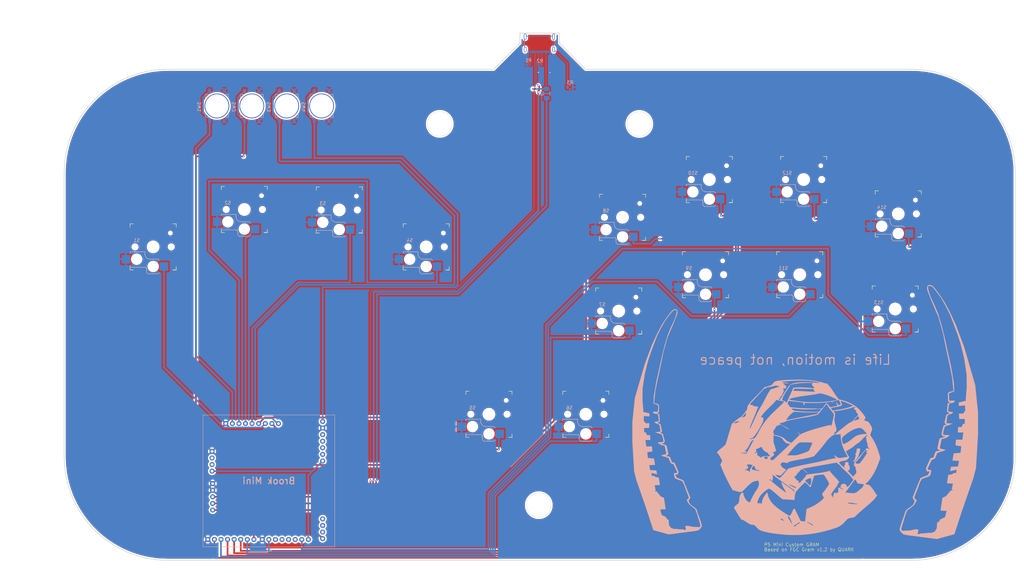
<source format=kicad_pcb>
(kicad_pcb (version 20240108) (generator "pcbnew") (generator_version "8.0")
  (layers (0 "F.Cu" signal) (31 "B.Cu" signal) (34 "B.Paste" user) (35 "F.Paste" user) (36 "B.SilkS" user "B.Silkscreen") (37 "F.SilkS" user "F.Silkscreen") (38 "B.Mask" user) (39 "F.Mask" user) (44 "Edge.Cuts" user))
  (net 0 "")
  (net 1 "Down")
  (net 4 "D+")
  (net 5 "GND")
  (net 6 "Cross")
  (net 7 "+5V")
  (net 8 "D-")
  (net 9 "R1")
  (net 10 "Touchpad")
  (net 11 "unconnected-(A1-VDD_3.3V-Pad36)")
  (net 12 "Triangle")
  (net 17 "R2")
  (net 19 "L1")
  (net 20 "Share")
  (net 21 "Circle")
  (net 23 "Square")
  (net 24 "R3")
  (net 27 "L3")
  (net 29 "Left")
  (net 31 "Right")
  (net 32 "Options")
  (net 33 "PS")
  (net 34 "Up")
  (net 36 "L2")
  (net 37 "Net-(F1-Pad1)")
  (net 38 "Net-(J1-SHIELD)")
  (net 39 "Net-(J1-CC1)")
  (net 40 "Net-(J1-CC2)")
  (footprint "extra_footprints:Kailh_socket_PG1350" (layer "F.Cu") (at 242.417031 131.461974)
    (property "Reference" "S7")
    (property "Value" "Keyswitch")
  )
  (footprint "extra_footprints:Kailh_socket_PG1350" (layer "F.Cu") (at 327.305741 101.954575)
    (property "Reference" "S14")
    (property "Value" "Keyswitch")
  )
  (footprint "extra_footprints:RT3301AF260Q" (layer "F.Cu") (at 141.579209 69.168833 90)
    (property "Reference" "SW3")
    (property "Value" "SW_Push")
  )
  (footprint "extra_footprints:Kailh_socket_PG1350" (layer "F.Cu") (at 243.572228 103.001529)
    (property "Reference" "S8")
    (property "Value" "Keyswitch")
  )
  (footprint "extra_footprints:Kailh_socket_PG1350" (layer "F.Cu") (at 157.532237 100.768381)
    (property "Reference" "S3")
    (property "Value" "Keyswitch")
  )
  (footprint "extra_footprints:Kailh_socket_PG1350" (layer "F.Cu") (at 297.387775 120.420696)
    (property "Reference" "S11")
    (property "Value" "Keyswitch")
  )
  (footprint "extra_footprints:RT3301AF260Q" (layer "F.Cu") (at 130.979209 69.168833 90)
    (property "Reference" "SW2")
    (property "Value" "SW_Push")
  )
  (footprint "extra_footprints:Kailh_socket_PG1350" (layer "F.Cu") (at 101.015482 111.976692)
    (property "Reference" "S1")
    (property "Value" "Keyswitch")
  )
  (footprint "extra_footprints:Kailh_socket_PG1350" (layer "F.Cu") (at 183.933671 111.976692)
    (property "Reference" "S4")
    (property "Value" "Keyswitch")
  )
  (footprint "extra_footprints:Kailh_socket_PG1350" (layer "F.Cu") (at 326.386677 130.848474)
    (property "Reference" "S13")
    (property "Value" "Keyswitch")
  )
  (footprint "extra_footprints:Kailh_socket_PG1350" (layer "F.Cu") (at 232.419764 162.810831)
    (property "Reference" "S6")
    (property "Value" "Keyswitch")
  )
  (footprint "extra_footprints:Kailh_socket_PG1350" (layer "F.Cu") (at 203.000741 162.810831)
    (property "Reference" "S5")
    (property "Value" "Keyswitch")
  )
  (footprint "extra_footprints:RT3301AF260Q" (layer "F.Cu") (at 152.179209 69.168833 90)
    (property "Reference" "SW4")
    (property "Value" "SW_Push")
  )
  (footprint "extra_footprints:Kailh_socket_PG1350" (layer "F.Cu") (at 268.767255 120.420696)
    (property "Reference" "S9")
    (property "Value" "Keyswitch")
  )
  (footprint "extra_footprints:RT3301AF260Q" (layer "F.Cu") (at 120.379209 69.168833 90)
    (property "Reference" "SW1")
    (property "Value" "SW_Push")
  )
  (footprint "extra_footprints:Kailh_socket_PG1350" (layer "F.Cu") (at 128.704952 100.623287)
    (property "Reference" "S2")
    (property "Value" "Keyswitch")
  )
  (footprint "extra_footprints:Kailh_socket_PG1350" (layer "F.Cu") (at 269.939522 91.526797)
    (property "Reference" "S10")
    (property "Value" "Keyswitch")
  )
  (footprint "extra_footprints:Kailh_socket_PG1350" (layer "F.Cu") (at 298.571422 91.526797)
    (property "Reference" "S12")
    (property "Value" "Keyswitch")
  )
  (footprint "PCM_marbastlib-xp-various:USB_C_Receptacle_HRO_TYPE-C-31-M-23" (layer "B.Cu") (at 218.325 50.323436)
    (property "Reference" "J1" (hide yes))
    (property "Value" "USB_C_Receptacle_USB2.0_16P")
  )
  (footprint "Resistor_SMD:R_0402_1005Metric" (layer "B.Cu") (at 214.99 56.5 180)
    (property "Reference" "R1")
    (property "Value" "5.1k")
  )
  (footprint "Brook:Brook_PS3PS4_PCBA" (layer "B.Cu") (at 156.15 163.04 180)
    (property "Reference" "A1")
    (property "Value" "Brook_PS3PS4_PCBA")
  )
  (footprint "Resistor_SMD:R_0402_1005Metric" (layer "B.Cu") (at 218.49 56.5 180)
    (property "Reference" "R2")
    (property "Value" "5.1k")
  )
  (footprint "Fuse:Fuse_1206_3216Metric" (layer "B.Cu") (at 220.5 65.4 -90)
    (property "Reference" "F1")
    (property "Value" "500 mA")
  )
  (footprint "Resistor_SMD:R_0603_1608Metric" (layer "B.Cu") (at 227.675 63.5 180)
    (property "Reference" "R3")
    (property "Value" "1M")
  )
  (gr_poly (pts (xy 298.520675 152.328054) (xy 299.660523 152.394293) (xy 300.797331 152.502761) (xy 301.364732 152.574712) (xy 301.931536 152.659476) (xy 302.497797 152.757804) (xy 303.06357 152.87045) (xy 303.360746 152.93688) (xy 303.657023 153.008489) (xy 303.952494 153.084251) (xy 304.247252 153.163146) (xy 305.419464 153.489145) (xy 305.479227 153.320243) (xy 305.772846 153.587576) (xy 306.049803 153.868551) (xy 306.312102 154.161494) (xy 306.561746 154.464731) (xy 306.80074 154.776588) (xy 307.031087 155.09539) (xy 307.473856 155.747133) (xy 307.906083 156.406566) (xy 308.343797 157.060293) (xy 308.569722 157.380831) (xy 308.80303 157.69492) (xy 309.045725 158.000886) (xy 309.299811 158.297053) (xy 309.775142 158.398605) (xy 310.244342 158.513164) (xy 310.706922 158.641334) (xy 311.162395 158.783721) (xy 311.61027 158.940929) (xy 312.050061 159.113561) (xy 312.481279 159.302224) (xy 312.903436 159.507522) (xy 313.316042 159.730059) (xy 313.718611 159.970439) (xy 314.110653 160.229268) (xy 314.49168 160.507151) (xy 314.861204 160.804691) (xy 315.218736 161.122493) (xy 315.563788 161.461163) (xy 315.895872 161.821303) (xy 316.028091 161.976182) (xy 316.211469 162.197631) (xy 316.426722 162.46317) (xy 316.654563 162.750321) (xy 316.875707 163.036603) (xy 317.070868 163.299539) (xy 317.152678 163.415226) (xy 317.22076 163.516647) (xy 317.272703 163.600992) (xy 317.306097 163.66545) (xy 317.3225 163.706531) (xy 317.335589 163.745991) (xy 317.345508 163.783913) (xy 317.352399 163.820381) (xy 317.356407 163.855479) (xy 317.357675 163.88929) (xy 317.356347 163.9219) (xy 317.352565 163.95339) (xy 317.346473 163.983846) (xy 317.338214 164.013351) (xy 317.327933 164.041988) (xy 317.315771 164.069843) (xy 317.301873 164.096997) (xy 317.286383 164.123536) (xy 317.269442 164.149543) (xy 317.251196 164.175102) (xy 317.211359 164.225211) (xy 317.168017 164.274533) (xy 317.075412 164.373499) (xy 317.028443 164.424483) (xy 316.982559 164.477363) (xy 316.938907 164.532809) (xy 316.918276 164.561703) (xy 316.898634 164.591491) (xy 316.907025 164.599369) (xy 316.921051 164.608568) (xy 316.964605 164.630625) (xy 317.026499 164.657062) (xy 317.103935 164.687278) (xy 317.513128 164.833915) (xy 317.73822 164.914287) (xy 317.947127 164.992954) (xy 318.038515 165.030146) (xy 318.117463 165.06511) (xy 318.181172 165.097245) (xy 318.226843 165.125949) (xy 318.283076 165.176562) (xy 318.350277 165.251802) (xy 318.426516 165.348389) (xy 318.509864 165.463045) (xy 318.59839 165.59249) (xy 318.690163 165.733447) (xy 318.875734 166.036777) (xy 319.051134 166.346805) (xy 319.130195 166.496133) (xy 319.200924 166.637298) (xy 319.261389 166.767022) (xy 319.309661 166.882027) (xy 319.34381 166.979032) (xy 319.361906 167.054759) (xy 319.36973 167.122626) (xy 319.373519 167.190306) (xy 319.373519 167.257815) (xy 319.369974 167.325167) (xy 319.363128 167.392378) (xy 319.353228 167.459462) (xy 319.325238 167.593311) (xy 319.287962 167.726835) (xy 319.243358 167.860153) (xy 319.193381 167.993386) (xy 319.13999 168.126654) (xy 319.030793 168.393775) (xy 318.978902 168.527868) (xy 318.931425 168.662477) (xy 318.890319 168.797721) (xy 318.857542 168.933721) (xy 318.835052 169.070597) (xy 318.828275 169.139401) (xy 318.824804 169.208469) (xy 319.10579 169.598674) (xy 319.37171 169.995243) (xy 319.62319 170.397966) (xy 319.860852 170.806635) (xy 320.085322 171.22104) (xy 320.297223 171.640972) (xy 320.497178 172.066221) (xy 320.685813 172.496578) (xy 320.863751 172.931835) (xy 321.031616 173.37178) (xy 321.190032 173.816206) (xy 321.339623 174.264904) (xy 321.614827 175.174274) (xy 321.862219 176.098216) (xy 321.512536 177.10631) (xy 321.13842 178.101195) (xy 320.731313 179.077849) (xy 320.512714 179.557769) (xy 320.282659 180.031248) (xy 320.040077 180.497658) (xy 319.783899 180.95637) (xy 319.513055 181.406758) (xy 319.226476 181.848192) (xy 318.923091 182.280046) (xy 318.601832 182.701691) (xy 318.261629 183.1125) (xy 317.901411 183.511844) (xy 317.886106 183.527263) (xy 317.869541 183.542302) (xy 317.833105 183.571457) (xy 317.793057 183.599745) (xy 317.75035 183.627598) (xy 317.660773 183.683739) (xy 317.61581 183.712895) (xy 317.572003 183.743353) (xy 317.530303 183.775547) (xy 317.491666 183.809911) (xy 317.473793 183.828043) (xy 317.457043 183.84688) (xy 317.441536 183.866477) (xy 317.42739 183.886888) (xy 317.414724 183.908167) (xy 317.403658 183.930368) (xy 317.394311 183.953546) (xy 317.386802 183.977755) (xy 317.381251 184.00305) (xy 317.377776 184.029483) (xy 317.376496 184.057111) (xy 317.377531 184.085986) (xy 317.384511 184.091554) (xy 317.394896 184.096859) (xy 317.425051 184.106735) (xy 317.466337 184.115735) (xy 317.517096 184.12398) (xy 317.640395 184.138682) (xy 317.781678 184.151803) (xy 318.065113 184.177146) (xy 318.180724 184.19129) (xy 318.226197 184.199151) (xy 318.261236 184.207698) (xy 318.332198 184.234081) (xy 318.406014 184.271145) (xy 318.482438 184.318268) (xy 318.561222 184.374829) (xy 318.642121 184.440208) (xy 318.724887 184.513783) (xy 318.895036 184.683038) (xy 319.069696 184.877624) (xy 319.246896 185.092574) (xy 319.424661 185.322917) (xy 319.601019 185.563687) (xy 319.941624 186.056628) (xy 320.252929 186.531648) (xy 320.724508 187.268924) (xy 320.731025 187.277829) (xy 320.738128 187.285746) (xy 320.745755 187.292757) (xy 320.753841 187.298944) (xy 320.762322 187.304388) (xy 320.771134 187.309173) (xy 320.780215 187.313378) (xy 320.789498 187.317088) (xy 320.80842 187.323344) (xy 320.827388 187.328597) (xy 320.845891 187.3335) (xy 320.863418 187.33871) (xy 320.879456 187.344881) (xy 320.886757 187.348531) (xy 320.893494 187.352668) (xy 320.899603 187.357372) (xy 320.90502 187.362726) (xy 320.909682 187.368811) (xy 320.913524 187.37571) (xy 320.916482 187.383504) (xy 320.918492 187.392275) (xy 320.919491 187.402106) (xy 320.919414 187.413077) (xy 320.918198 187.425271) (xy 320.915778 187.438769) (xy 320.912091 187.453654) (xy 320.907072 187.470008) (xy 320.661796 187.813139) (xy 320.535049 187.987557) (xy 320.405357 188.16123) (xy 320.272563 188.332174) (xy 320.136513 188.498406) (xy 320.067219 188.579135) (xy 319.997052 188.657941) (xy 319.925994 188.734577) (xy 319.854025 188.808795) (xy 319.522933 189.134751) (xy 319.183329 189.456249) (xy 318.483486 190.088634) (xy 317.764294 190.711469) (xy 317.035552 191.330274) (xy 316.307058 191.950567) (xy 315.58861 192.577867) (xy 314.890006 193.217695) (xy 314.551208 193.54403) (xy 314.221045 193.875568) (xy 314.166958 193.917293) (xy 314.110473 193.955777) (xy 314.051747 193.991203) (xy 313.99094 194.023755) (xy 313.863718 194.080974) (xy 313.730078 194.128906) (xy 313.59129 194.169026) (xy 313.448627 194.202804) (xy 313.303359 194.231715) (xy 313.156758 194.257231) (xy 312.864642 194.303968) (xy 312.582448 194.354798) (xy 312.44825 194.38543) (xy 312.320346 194.421503) (xy 312.200008 194.46449) (xy 312.088507 194.515864) (xy 312.05298 194.53611) (xy 312.015443 194.560466) (xy 311.934856 194.620532) (xy 311.847781 194.6941) (xy 311.755254 194.77921) (xy 311.658308 194.873901) (xy 311.557979 194.976211) (xy 311.351309 195.195846) (xy 310.942901 195.640261) (xy 310.75772 195.833666) (xy 310.673507 195.916303) (xy 310.596258 195.986949) (xy 310.419708 196.138528) (xy 310.252076 196.277468) (xy 310.091677 196.404835) (xy 309.936823 196.521696) (xy 309.78583 196.629115) (xy 309.637012 196.728159) (xy 309.488682 196.819894) (xy 309.339154 196.905384) (xy 309.186743 196.985697) (xy 309.029762 197.061897) (xy 308.866526 197.135051) (xy 308.695348 197.206224) (xy 308.514543 197.276483) (xy 308.322425 197.346892) (xy 307.897505 197.492427) (xy 306.967306 197.788392) (xy 306.034979 198.061932) (xy 305.10038 198.312761) (xy 304.163368 198.540591) (xy 303.223796 198.745135) (xy 302.281524 198.926107) (xy 301.336407 199.08322) (xy 300.388301 199.216188) (xy 299.437064 199.324722) (xy 298.482551 199.408538) (xy 297.524621 199.467347) (xy 296.563128 199.500863) (xy 295.59793 199.508799) (xy 294.628884 199.490869) (xy 293.655845 199.446786) (xy 292.678671 199.376262) (xy 290.93325 199.202461) (xy 289.845358 199.067626) (xy 288.706617 198.898686) (xy 287.586479 198.694027) (xy 287.05509 198.5778) (xy 286.554397 198.452038) (xy 286.093082 198.316541) (xy 285.679826 198.171106) (xy 285.32331 198.015533) (xy 285.032217 197.84962) (xy 284.953342 197.791727) (xy 284.86556 197.718862) (xy 284.770384 197.633417) (xy 284.669324 197.537782) (xy 284.4556 197.325511) (xy 284.236482 197.101179) (xy 284.124917 196.987071) (xy 295.3986 196.987071) (xy 295.433633 196.970566) (xy 295.474595 196.954743) (xy 295.520535 196.93954) (xy 295.570497 196.924895) (xy 295.678676 196.897031) (xy 295.791506 196.870656) (xy 295.90136 196.845273) (xy 296.000609 196.820386) (xy 296.043874 196.807973) (xy 296.081627 196.795498) (xy 296.112915 196.782899) (xy 296.136786 196.770114) (xy 296.142145 196.766283) (xy 296.14732 196.761765) (xy 296.152328 196.756601) (xy 296.157188 196.750832) (xy 296.166528 196.737642) (xy 296.175481 196.722527) (xy 296.184186 196.705815) (xy 296.192782 196.687836) (xy 296.210208 196.649394) (xy 296.219316 196.62959) (xy 296.228873 196.609836) (xy 296.23902 196.590462) (xy 296.249896 196.571798) (xy 296.26164 196.554172) (xy 296.267881 196.545852) (xy 296.274392 196.537915) (xy 296.281189 196.530402) (xy 296.288291 196.523355) (xy 296.295714 196.516814) (xy 296.303476 196.510821) (xy 296.424734 196.421023) (xy 296.535853 196.337146) (xy 296.589171 196.297884) (xy 296.641826 196.260649) (xy 296.694442 196.225623) (xy 296.747644 196.192988) (xy 296.802054 196.162927) (xy 296.858298 196.135622) (xy 296.916999 196.111254) (xy 296.978782 196.090006) (xy 297.011023 196.08061) (xy 297.044269 196.072061) (xy 297.078597 196.064383) (xy 297.114085 196.0576) (xy 297.150812 196.051733) (xy 297.188855 196.046805) (xy 297.228292 196.042839) (xy 297.269201 196.039859) (xy 297.404138 195.555678) (xy 295.845747 196.526698) (xy 295.3986 196.987071) (xy 284.124917 196.987071) (xy 284.024061 196.883916) (xy 283.830429 196.692853) (xy 283.744438 196.613124) (xy 283.667679 196.547119) (xy 283.601663 196.49723) (xy 283.573157 196.479075) (xy 283.547903 196.465846) (xy 283.494439 196.444705) (xy 283.438437 196.427563) (xy 283.38021 196.413894) (xy 283.320072 196.403171) (xy 283.258337 196.394866) (xy 283.19532 196.388453) (xy 283.066692 196.379192) (xy 282.9367 196.371173) (xy 282.807855 196.360177) (xy 282.744648 196.352245) (xy 282.68267 196.341988) (xy 282.622234 196.328878) (xy 282.563654 196.312389) (xy 282.399865 196.252662) (xy 282.234114 196.180727) (xy 282.066673 196.098204) (xy 281.897814 196.006712) (xy 281.727807 195.907872) (xy 281.556925 195.803304) (xy 281.213617 195.583462) (xy 280.870062 195.360147) (xy 280.528428 195.14632) (xy 280.359011 195.047014) (xy 280.190887 194.95494) (xy 280.048158 194.883624) (xy 291.480124 194.883624) (xy 291.528716 194.879183) (xy 291.575828 194.876712) (xy 291.621543 194.876121) (xy 291.665947 194.877319) (xy 291.709124 194.880214) (xy 291.751159 194.884716) (xy 291.832143 194.898175) (xy 291.909577 194.916967) (xy 291.984139 194.940364) (xy 292.056507 194.967637) (xy 292.12736 194.998057) (xy 292.197376 195.030895) (xy 292.267233 195.065423) (xy 292.409182 195.136635) (xy 292.482632 195.171861) (xy 292.558636 195.205862) (xy 292.637871 195.23791) (xy 292.721018 195.267276) (xy 292.723662 195.267284) (xy 292.706316 195.243528) (xy 292.688549 195.221291) (xy 292.67042 195.20045) (xy 292.651987 195.18088) (xy 292.614448 195.145057) (xy 292.576406 195.112831) (xy 292.428653 195.000051) (xy 292.395184 194.970926) (xy 292.379295 194.955541) (xy 292.364048 194.939444) (xy 292.349502 194.92251) (xy 292.335718 194.904614) (xy 292.322753 194.885633) (xy 292.310666 194.865444) (xy 292.299518 194.84392) (xy 292.289367 194.82094) (xy 292.280272 194.796378) (xy 292.272292 194.770112) (xy 292.265486 194.742015) (xy 292.259914 194.711966) (xy 292.255635 194.679839) (xy 292.252707 194.645511) (xy 291.575373 194.502635) (xy 291.765871 194.788379) (xy 291.480124 194.883624) (xy 280.048158 194.883624) (xy 280.02433 194.871718) (xy 279.85961 194.798968) (xy 279.735258 194.798968) (xy 279.72732 194.981532) (xy 279.247216 194.211597) (xy 293.816393 194.211597) (xy 295.110205 196.22243) (xy 295.102054 196.1438) (xy 295.07414 196.023621) (xy 295.028716 195.868778) (xy 294.968033 195.686154) (xy 294.907516 195.525017) (xy 299.690595 195.525017) (xy 299.691181 195.539463) (xy 299.692671 195.553059) (xy 299.695026 195.565851) (xy 299.698207 195.577887) (xy 299.702175 195.589214) (xy 299.706891 195.599879) (xy 299.712314 195.609928) (xy 299.718407 195.619409) (xy 299.72513 195.628369) (xy 299.732443 195.636854) (xy 299.740308 195.644912) (xy 299.748685 195.65259) (xy 299.757534 195.659934) (xy 299.766817 195.666992) (xy 299.786527 195.680437) (xy 299.807501 195.693301) (xy 299.829424 195.705959) (xy 299.874863 195.732163) (xy 299.89775 195.746461) (xy 299.920332 195.762057) (xy 299.997321 195.8154) (xy 300.07624 195.86658) (xy 300.238411 195.964218) (xy 300.569884 196.152983) (xy 300.733357 196.251178) (xy 300.813252 196.302776) (xy 300.891434 196.356629) (xy 300.967539 196.41318) (xy 301.041203 196.47287) (xy 301.11206 196.536141) (xy 301.179747 196.603435) (xy 301.196556 196.609854) (xy 301.212276 196.614297) (xy 301.226933 196.616865) (xy 301.240554 196.617659) (xy 301.253165 196.616782) (xy 301.264794 196.614333) (xy 301.275465 196.610414) (xy 301.285208 196.605127) (xy 301.294047 196.598572) (xy 301.30201 196.590851) (xy 301.309123 196.582066) (xy 301.315413 196.572317) (xy 301.320906 196.561706) (xy 301.32563 196.550333) (xy 301.32961 196.538301) (xy 301.332874 196.52571) (xy 301.335449 196.512662) (xy 301.33736 196.499258) (xy 301.338634 196.485599) (xy 301.339298 196.471786) (xy 301.33938 196.457921) (xy 301.338904 196.444105) (xy 301.33639 196.417025) (xy 301.331969 196.391356) (xy 301.325854 196.367908) (xy 301.322228 196.357269) (xy 301.318259 196.34749) (xy 301.313973 196.338671) (xy 301.309397 196.330913) (xy 299.698084 195.45779) (xy 299.694659 195.476107) (xy 299.692295 195.493386) (xy 299.690954 195.509673) (xy 299.690595 195.525017) (xy 294.907516 195.525017) (xy 294.809898 195.265095) (xy 294.71695 195.040427) (xy 294.61775 194.815511) (xy 294.51455 194.59723) (xy 294.409603 194.392468) (xy 294.305159 194.208107) (xy 294.203471 194.051032) (xy 294.10679 193.928125) (xy 294.061031 193.881636) (xy 294.017369 193.84627) (xy 293.976084 193.822887) (xy 293.937458 193.812349) (xy 293.901773 193.815516) (xy 293.869311 193.833247) (xy 293.816393 194.211597) (xy 279.247216 194.211597) (xy 277.430737 191.298534) (xy 277.4293 191.243518) (xy 277.435116 191.18862) (xy 277.44775 191.133867) (xy 277.466765 191.079285) (xy 277.491726 191.024898) (xy 277.522196 190.970732) (xy 277.557739 190.916814) (xy 277.59792 190.863168) (xy 277.642302 190.809821) (xy 277.690449 190.756798) (xy 277.796296 190.651827) (xy 277.911971 190.548461) (xy 278.033986 190.446904) (xy 278.283088 190.250043) (xy 278.403197 190.155149) (xy 278.515694 190.062887) (xy 278.617091 189.973462) (xy 278.703899 189.887079) (xy 278.740743 189.845092) (xy 278.762617 189.816867) (xy 284.505713 189.816867) (xy 285.1976 189.81091) (xy 285.281551 189.816096) (xy 285.36468 189.825235) (xy 285.44691 189.839118) (xy 285.528164 189.858536) (xy 285.608363 189.884279) (xy 285.68743 189.917137) (xy 285.726515 189.936482) (xy 285.765289 189.957903) (xy 285.80374 189.981497) (xy 285.84186 190.007365) (xy 285.863372 189.75782) (xy 285.897867 189.51231) (xy 285.944935 189.270962) (xy 286.004166 189.033905) (xy 286.075147 188.801266) (xy 286.157469 188.573174) (xy 286.25072 188.349755) (xy 286.35449 188.131139) (xy 286.468368 187.917452) (xy 286.591943 187.708824) (xy 286.724805 187.505381) (xy 286.866542 187.307251) (xy 287.016743 187.114563) (xy 287.174999 186.927444) (xy 287.340898 186.746023) (xy 287.514029 186.570426) (xy 287.534393 186.591305) (xy 287.552886 186.612751) (xy 287.569605 186.634743) (xy 287.58465 186.657258) (xy 287.598117 186.680275) (xy 287.610105 186.703772) (xy 287.62071 186.727728) (xy 287.630032 186.75212) (xy 287.638168 186.776927) (xy 287.645216 186.802126) (xy 287.656439 186.853617) (xy 287.664483 186.906418) (xy 287.670132 186.960354) (xy 287.684435 187.183967) (xy 287.689852 187.240966) (xy 287.697571 187.298054) (xy 287.708375 187.355056) (xy 287.723047 187.4118) (xy 287.843884 187.781997) (xy 287.981693 188.131656) (xy 288.135772 188.462379) (xy 288.30542 188.775766) (xy 288.489935 189.073417) (xy 288.688616 189.356934) (xy 288.900761 189.627916) (xy 289.125669 189.887965) (xy 289.362639 190.138682) (xy 289.610968 190.381666) (xy 289.869955 190.618519) (xy 290.1389 190.850842) (xy 290.417099 191.080235) (xy 290.703853 191.308299) (xy 291.300215 191.766841) (xy 291.527575 191.93122) (xy 291.890772 192.183437) (xy 292.34308 192.489541) (xy 292.837773 192.815581) (xy 293.328126 193.127607) (xy 293.767413 193.391667) (xy 293.953304 193.495101) (xy 294.108907 193.573811) (xy 294.22838 193.623554) (xy 294.272743 193.636237) (xy 294.305884 193.640086) (xy 294.337961 193.634657) (xy 294.371601 193.620215) (xy 294.406676 193.597298) (xy 294.443058 193.566443) (xy 294.480621 193.528187) (xy 294.519236 193.483068) (xy 294.599115 193.374388) (xy 294.681677 193.244702) (xy 294.765901 193.098307) (xy 294.850768 192.939502) (xy 294.93526 192.772585) (xy 295.099037 192.431608) (xy 295.24908 192.109761) (xy 295.377232 191.841429) (xy 295.430551 191.738077) (xy 295.47534 191.660998) (xy 295.486564 191.642922) (xy 295.497545 191.623672) (xy 295.519533 191.583152) (xy 295.53092 191.562634) (xy 295.542823 191.542446) (xy 295.555432 191.522964) (xy 295.568936 191.504562) (xy 295.583525 191.487619) (xy 295.591285 191.479811) (xy 295.599389 191.472508) (xy 295.607858 191.465758) (xy 295.616718 191.459607) (xy 295.625991 191.454103) (xy 295.635702 191.449292) (xy 295.645874 191.445221) (xy 295.656531 191.441937) (xy 295.667696 191.439488) (xy 295.679394 191.43792) (xy 295.691648 191.437281) (xy 295.704483 191.437616) (xy 295.71792 191.438974) (xy 295.731985 191.441402) (xy 295.75887 191.455816) (xy 295.792124 191.488379) (xy 295.876126 191.603402) (xy 295.980755 191.777375) (xy 296.102774 192.001202) (xy 296.386039 192.562031) (xy 296.70003 193.213118) (xy 297.316634 194.494984) (xy 297.567467 194.980222) (xy 297.667189 195.15208) (xy 297.745466 195.264636) (xy 299.018728 195.346522) (xy 299.457312 191.539302) (xy 299.83608 191.40417) (xy 300.208403 191.260559) (xy 300.574284 191.108235) (xy 300.933728 190.946966) (xy 301.286738 190.776519) (xy 301.633319 190.596662) (xy 301.973473 190.407162) (xy 302.307205 190.207787) (xy 302.634519 189.998304) (xy 302.883109 189.828014) (xy 312.065032 189.828014) (xy 312.065689 189.835921) (xy 312.067486 189.843262) (xy 312.070365 189.850065) (xy 312.074265 189.856356) (xy 312.079126 189.862163) (xy 312.08489 189.867512) (xy 312.091496 189.872431) (xy 312.098885 189.876947) (xy 312.106997 189.881087) (xy 312.115773 189.884878) (xy 312.125153 189.888348) (xy 312.135077 189.891523) (xy 312.145487 189.89443) (xy 312.167522 189.899552) (xy 312.190782 189.903929) (xy 312.21479 189.90778) (xy 312.263144 189.914767) (xy 312.821373 189.994058) (xy 313.114302 190.030759) (xy 313.411105 190.062933) (xy 313.707785 190.088658) (xy 314.000341 190.106012) (xy 314.284773 190.113071) (xy 314.422693 190.112139) (xy 314.557081 190.107913) (xy 314.775361 190.121801) (xy 314.801251 190.120015) (xy 314.813417 190.118248) (xy 314.82497 190.115817) (xy 314.835842 190.112662) (xy 314.845961 190.108721) (xy 314.855259 190.103933) (xy 314.863665 190.098237) (xy 314.871111 190.091572) (xy 314.877525 190.083877) (xy 314.882839 190.075091) (xy 314.886982 190.065153) (xy 314.889885 190.054002) (xy 314.891478 190.041577) (xy 314.891692 190.027817) (xy 314.890455 190.01266) (xy 314.715517 189.99262) (xy 314.541795 189.967934) (xy 314.197166 189.908852) (xy 313.513301 189.781479) (xy 313.342238 189.75389) (xy 313.170717 189.730118) (xy 312.99853 189.711222) (xy 312.825467 189.698259) (xy 312.651318 189.692289) (xy 312.475875 189.694368) (xy 312.298928 189.705555) (xy 312.120268 189.726909) (xy 312.10798 189.74113) (xy 312.097368 189.75454) (xy 312.088374 189.767168) (xy 312.080937 189.77904) (xy 312.074999 189.790184) (xy 312.070498 189.800626) (xy 312.067377 189.810393) (xy 312.065574 189.819514) (xy 312.065032 189.828014) (xy 302.883109 189.828014) (xy 302.955418 189.77848) (xy 303.269907 189.548083) (xy 303.57799 189.306881) (xy 303.87967 189.054641) (xy 304.174951 188.79113) (xy 304.463837 188.516116) (xy 304.746332 188.229365) (xy 304.108687 187.01493) (xy 304.325212 186.765565) (xy 304.632398 186.392208) (xy 304.992913 185.936065) (xy 305.369428 185.438344) (xy 305.72461 184.94025) (xy 305.882536 184.70394) (xy 306.02113 184.482991) (xy 306.135725 184.282551) (xy 306.221655 184.107773) (xy 306.252412 184.031616) (xy 306.274254 183.963807) (xy 306.286596 183.904988) (xy 306.288855 183.855804) (xy 306.270494 183.784107) (xy 306.223826 183.67042) (xy 306.152538 183.521) (xy 306.060322 183.3421) (xy 305.827861 182.920885) (xy 305.55596 182.456821) (xy 305.274137 181.999949) (xy 305.01191 181.600315) (xy 304.897369 181.4376) (xy 304.798796 181.307961) (xy 304.71988 181.217653) (xy 304.688947 181.189202) (xy 304.664313 181.172931) (xy 304.588105 181.155285) (xy 304.465296 181.14736) (xy 304.3028 181.14821) (xy 304.107531 181.156889) (xy 303.646329 181.193951) (xy 303.137007 181.250981) (xy 302.634878 181.320414) (xy 302.195256 181.394684) (xy 302.016172 181.431269) (xy 301.873457 181.466225) (xy 301.774027 181.498609) (xy 301.742704 181.51354) (xy 301.724795 181.527473) (xy 300.745836 184.945888) (xy 300.717134 184.964084) (xy 300.684736 184.971964) (xy 300.648837 184.970154) (xy 300.609632 184.959282) (xy 300.567318 184.939977) (xy 300.522088 184.912867) (xy 300.474138 184.878578) (xy 300.423664 184.837739) (xy 300.315923 184.738924) (xy 300.200427 184.621443) (xy 299.952417 184.350576) (xy 299.692127 184.065322) (xy 299.561283 183.929857) (xy 299.432055 183.805865) (xy 299.306005 183.698368) (xy 299.24466 183.652375) (xy 299.184695 183.612389) (xy 299.126305 183.579038) (xy 299.069686 183.552951) (xy 299.015033 183.534755) (xy 298.962542 183.525077) (xy 298.737754 183.720678) (xy 298.506176 183.931998) (xy 298.271188 184.15541) (xy 298.036169 184.387287) (xy 297.804498 184.624001) (xy 297.579556 184.861924) (xy 297.364721 185.097429) (xy 297.163374 185.326888) (xy 296.63024 185.932454) (xy 296.485949 186.103922) (xy 296.355983 186.267111) (xy 296.299298 186.343053) (xy 296.249706 186.413868) (xy 296.208377 186.478535) (xy 296.176481 186.536037) (xy 296.119236 186.662411) (xy 296.070006 186.794951) (xy 296.028001 186.932878) (xy 295.992429 187.075414) (xy 295.9625 187.221779) (xy 295.937424 187.371194) (xy 295.91641 187.52288) (xy 295.898667 187.676059) (xy 295.869831 187.983776) (xy 295.844592 188.288113) (xy 295.816625 188.582839) (xy 295.799642 188.72465) (xy 295.779604 188.86172) (xy 292.154814 188.620952) (xy 291.956183 188.476738) (xy 291.760855 188.328219) (xy 291.56841 188.175924) (xy 291.378429 188.020386) (xy 291.004189 187.701702) (xy 290.634786 187.376414) (xy 289.897094 186.723017) (xy 289.52211 186.403403) (xy 289.331617 186.247226) (xy 289.138567 186.094176) (xy 288.793529 185.826565) (xy 288.649184 185.719467) (xy 288.5194 185.630577) (xy 288.45898 185.593055) (xy 288.401012 185.560198) (xy 288.345101 185.532044) (xy 288.290851 185.508631) (xy 288.237867 185.489997) (xy 288.185752 185.47618) (xy 288.134111 185.467217) (xy 288.082548 185.463146) (xy 288.030668 185.464005) (xy 287.978073 185.469832) (xy 287.92437 185.480664) (xy 287.869161 185.49654) (xy 287.812051 185.517497) (xy 287.752644 185.543572) (xy 287.690545 185.574804) (xy 287.625357 185.611231) (xy 287.556685 185.652889) (xy 287.484133 185.699818) (xy 287.325805 185.809637) (xy 287.147207 185.940989) (xy 286.945173 186.094176) (xy 286.708836 186.280074) (xy 286.482235 186.469116) (xy 286.265679 186.661963) (xy 286.05948 186.859279) (xy 285.863947 187.061726) (xy 285.679389 187.269968) (xy 285.506118 187.484666) (xy 285.344443 187.706484) (xy 285.194675 187.936084) (xy 285.057123 188.17413) (xy 284.932097 188.421284) (xy 284.819907 188.678208) (xy 284.720864 188.945566) (xy 284.635277 189.22402) (xy 284.563456 189.514232) (xy 284.505713 189.816867) (xy 278.762617 189.816867) (xy 278.772632 189.803943) (xy 278.799129 189.763658) (xy 278.8198 189.724261) (xy 278.854973 189.637614) (xy 278.885421 189.546121) (xy 278.934128 189.350233) (xy 278.969906 189.139874) (xy 278.996738 188.918317) (xy 279.039506 188.454713) (xy 279.063409 188.219215) (xy 279.094303 187.98562) (xy 279.136174 187.757203) (xy 279.193005 187.537238) (xy 279.228276 187.43145) (xy 279.268781 187.329002) (xy 279.315019 187.230305) (xy 279.367486 187.135769) (xy 279.426682 187.045802) (xy 279.493104 186.960813) (xy 279.567251 186.881213) (xy 279.64962 186.807411) (xy 279.740709 186.739815) (xy 279.841017 186.678836) (xy 279.951041 186.624883) (xy 280.07128 186.578364) (xy 280.090992 186.57446) (xy 280.109485 186.57451) (xy 280.126809 186.578295) (xy 280.143017 186.585599) (xy 280.158158 186.596206) (xy 280.172285 186.609898) (xy 280.185448 186.626458) (xy 280.1977 186.645669) (xy 280.209092 186.667313) (xy 280.219674 186.691175) (xy 280.238617 186.744681) (xy 280.254941 186.80445) (xy 280.269055 186.868746) (xy 280.28137 186.935832) (xy 280.292298 187.003973) (xy 280.311636 187.136471) (xy 280.330353 187.25235) (xy 280.340506 187.299716) (xy 280.351736 187.337718) (xy 280.486318 187.689272) (xy 280.562241 187.870347) (xy 280.644556 188.052174) (xy 280.733739 188.232668) (xy 280.830266 188.409744) (xy 280.934615 188.581317) (xy 281.047261 188.7453) (xy 281.168682 188.899611) (xy 281.299354 189.042162) (xy 281.368308 189.108376) (xy 281.439754 189.170869) (xy 281.513751 189.229379) (xy 281.590359 189.283647) (xy 281.669638 189.333411) (xy 281.751646 189.37841) (xy 281.836444 189.418385) (xy 281.924091 189.453074) (xy 282.014646 189.482217) (xy 282.10817 189.505554) (xy 282.204722 189.522822) (xy 282.304362 189.533763) (xy 282.36719 189.350881) (xy 282.434426 189.16931) (xy 282.505762 188.988994) (xy 282.580893 188.809879) (xy 282.741312 188.455037) (xy 282.913234 188.10435) (xy 283.09421 187.757384) (xy 283.28179 187.413704) (xy 283.666964 186.73447) (xy 283.778443 186.546683) (xy 283.891803 186.367241) (xy 284.119278 186.027081) (xy 284.339621 185.701369) (xy 284.444067 185.539988) (xy 284.543067 185.377487) (xy 284.6354 185.212289) (xy 284.719847 185.042815) (xy 284.795185 184.86749) (xy 284.829057 184.777139) (xy 284.860194 184.684734) (xy 284.888444 184.590077) (xy 284.913654 184.492971) (xy 284.935671 184.393219) (xy 284.954343 184.290624) (xy 284.969517 184.184988) (xy 284.98104 184.076114) (xy 284.988761 183.963806) (xy 284.992525 183.847865) (xy 284.992296 183.796014) (xy 284.989818 183.744605) (xy 284.985388 183.693583) (xy 284.979298 183.642895) (xy 284.971844 183.592486) (xy 284.96332 183.542301) (xy 284.944241 183.44239) (xy 284.924418 183.342726) (xy 284.906207 183.242877) (xy 284.898442 183.192747) (xy 284.891964 183.142408) (xy 284.887068 183.091805) (xy 284.884047 183.040885) (xy 284.760917 183.031746) (xy 284.63769 183.028053) (xy 284.514517 183.029669) (xy 284.39155 183.03646) (xy 284.268939 183.048289) (xy 284.146836 183.065021) (xy 284.025391 183.08652) (xy 283.904757 183.112651) (xy 283.785084 183.143278) (xy 283.666523 183.178265) (xy 283.549226 183.217476) (xy 283.433343 183.260777) (xy 283.319027 183.308031) (xy 283.206427 183.359102) (xy 283.095695 183.413856) (xy 282.986982 183.472156) (xy 282.765139 183.62719) (xy 282.549578 183.790069) (xy 282.339575 183.959893) (xy 282.134405 184.135764) (xy 281.933343 184.316781) (xy 281.735665 184.502047) (xy 281.34756 184.881724) (xy 280.580061 185.652489) (xy 280.189071 186.029189) (xy 279.98923 186.212221) (xy 279.785525 186.39051) (xy 279.735091 186.40911) (xy 279.678314 186.422917) (xy 279.615596 186.432188) (xy 279.547338 186.437185) (xy 279.395804 186.435392) (xy 279.226923 186.419615) (xy 279.043903 186.391932) (xy 278.849954 186.35442) (xy 278.648284 186.309157) (xy 278.442103 186.258219) (xy 277.636448 186.039276) (xy 277.289989 185.949772) (xy 277.142083 185.917283) (xy 277.015339 185.89574) (xy 276.478855 184.959125) (xy 275.962462 184.011162) (xy 275.465666 183.052657) (xy 275.244473 182.604324) (xy 288.13579 182.604324) (xy 289.224964 183.519534) (xy 290.328525 184.437225) (xy 290.887096 184.888473) (xy 291.450937 185.33011) (xy 292.020606 185.758724) (xy 292.596663 186.170905) (xy 292.741896 186.275002) (xy 292.847208 186.348475) (xy 292.960798 186.424243) (xy 293.017529 186.460177) (xy 293.072528 186.493313) (xy 293.124526 186.522527) (xy 293.172258 186.546695) (xy 293.214455 186.564693) (xy 293.233082 186.571027) (xy 293.24985 186.575397) (xy 293.2646 186.577662) (xy 293.277175 186.577682) (xy 293.287416 186.575317) (xy 293.295164 186.570426) (xy 292.883531 185.879035) (xy 292.664924 185.505558) (xy 292.450812 185.121168) (xy 292.348495 184.926663) (xy 292.250964 184.731569) (xy 292.15944 184.536599) (xy 292.075144 184.342466) (xy 291.999298 184.149884) (xy 291.933121 183.959565) (xy 291.877836 183.772222) (xy 291.834662 183.588569) (xy 291.83184 183.576624) (xy 291.828401 183.565099) (xy 291.824438 183.553994) (xy 291.820047 183.54331) (xy 291.815323 183.53305) (xy 291.810361 183.523212) (xy 291.8001 183.504811) (xy 291.780897 183.473134) (xy 291.773474 183.459872) (xy 291.770639 183.453889) (xy 291.768516 183.44834) (xy 291.767198 183.443224) (xy 291.766782 183.438543) (xy 291.767362 183.434299) (xy 291.769033 183.430491) (xy 291.77189 183.427121) (xy 291.776027 183.42419) (xy 291.781541 183.4217) (xy 291.788525 183.41965) (xy 291.797076 183.418042) (xy 291.807287 183.416876) (xy 291.819254 183.416155) (xy 291.833071 183.415878) (xy 291.848834 183.416047) (xy 291.866638 183.416663) (xy 291.908747 183.419238) (xy 295.253081 185.808425) (xy 295.7796 186.475172) (xy 295.684351 185.856055) (xy 293.183318 184.091289) (xy 294.059809 184.091289) (xy 294.117783 184.142263) (xy 294.209949 184.208992) (xy 294.331245 184.288689) (xy 294.47661 184.378568) (xy 294.819297 184.577725) (xy 295.197518 184.784167) (xy 295.570778 184.975602) (xy 295.898583 185.129738) (xy 296.032785 185.185851) (xy 296.140439 185.224279) (xy 296.216483 185.242236) (xy 296.241069 185.242666) (xy 296.255854 185.236934) (xy 296.258497 185.234286) (xy 296.261059 185.219138) (xy 296.262809 185.204442) (xy 296.263771 185.190184) (xy 296.26397 185.176352) (xy 296.26343 185.162934) (xy 296.262177 185.149914) (xy 296.260235 185.137282) (xy 296.257629 185.125022) (xy 296.254383 185.113124) (xy 296.250523 185.101572) (xy 296.246072 185.090355) (xy 296.241056 185.079459) (xy 296.2355 185.068871) (xy 296.229427 185.058578) (xy 296.222863 185.048568) (xy 296.215833 185.038826) (xy 296.200471 185.020096) (xy 296.18354 185.002285) (xy 296.165237 184.985288) (xy 296.14576 184.969) (xy 296.125306 184.953317) (xy 296.104073 184.938135) (xy 296.060061 184.908851) (xy 295.961555 184.847404) (xy 295.854305 184.786253) (xy 295.739428 184.725628) (xy 295.61804 184.665763) (xy 295.491257 184.606891) (xy 295.360195 184.549243) (xy 295.089699 184.438552) (xy 294.815484 184.335551) (xy 294.546477 184.2421) (xy 294.291609 184.160059) (xy 294.059809 184.091289) (xy 293.183318 184.091289) (xy 289.047413 181.172931) (xy 289.852938 181.172931) (xy 289.911918 181.215985) (xy 289.983467 181.272166) (xy 290.157002 181.414653) (xy 290.359 181.581883) (xy 290.574919 181.755345) (xy 290.683555 181.838629) (xy 290.790218 181.916529) (xy 290.893091 181.986732) (xy 290.990355 182.046924) (xy 291.080194 182.094791) (xy 291.121761 182.11338) (xy 291.160789 182.12802) (xy 291.197052 182.138422) (xy 291.230323 182.144297) (xy 291.260374 182.145355) (xy 291.286978 182.141307) (xy 291.337537 182.122417) (xy 291.3942 182.091543) (xy 291.456572 182.049431) (xy 291.524261 181.996825) (xy 291.587667 181.940211) (xy 295.679064 181.940211) (xy 296.208227 182.366191) (xy 296.227606 182.419739) (xy 296.24708 182.469385) (xy 296.266695 182.515319) (xy 296.286502 182.557731) (xy 296.306546 182.596812) (xy 296.326877 182.632752) (xy 296.347542 182.665741) (xy 296.36859 182.695971) (xy 296.390068 182.723631) (xy 296.412023 182.748911) (xy 296.434505 182.772003) (xy 296.457561 182.793096) (xy 296.48124 182.812382) (xy 296.505588 182.830049) (xy 296.530654 182.84629) (xy 296.556486 182.861293) (xy 297.113104 183.088504) (xy 296.922602 183.517127) (xy 297.208353 183.421878) (xy 297.16073 183.707626) (xy 297.20968 183.701369) (xy 297.254946 183.694039) (xy 297.296706 183.685675) (xy 297.335139 183.676321) (xy 297.37042 183.666016) (xy 297.402728 183.654804) (xy 297.432239 183.642726) (xy 297.459131 183.629823) (xy 297.483582 183.616137) (xy 297.505768 183.60171) (xy 297.525867 183.586583) (xy 297.544056 183.570798) (xy 297.560513 183.554397) (xy 297.575415 183.537422) (xy 297.588939 183.519913) (xy 297.601262 183.501914) (xy 297.623017 183.464607) (xy 297.642097 183.425836) (xy 297.677909 183.345231) (xy 297.697477 183.304064) (xy 297.720046 183.262765) (xy 297.732898 183.242171) (xy 297.747032 183.221668) (xy 297.762626 183.201299) (xy 297.779856 183.181106) (xy 297.822046 183.135515) (xy 297.866104 183.089974) (xy 297.931103 183.026051) (xy 299.095882 183.026051) (xy 299.097098 183.051521) (xy 299.101748 183.076324) (xy 299.109587 183.100499) (xy 299.12037 183.124085) (xy 299.133851 183.147121) (xy 299.149784 183.169646) (xy 299.167925 183.191697) (xy 299.188026 183.213315) (xy 299.209843 183.234537) (xy 299.25764 183.27595) (xy 299.309352 183.316247) (xy 299.363014 183.355738) (xy 299.468326 183.433543) (xy 299.516046 183.472476) (xy 299.537812 183.492086) (xy 299.557856 183.511844) (xy 299.669461 183.628745) (xy 299.778493 183.747073) (xy 299.885602 183.866518) (xy 299.99144 183.986769) (xy 300.201908 184.22845) (xy 300.30784 184.349259) (xy 300.415106 184.469634) (xy 300.471821 184.410515) (xy 300.52401 184.350736) (xy 300.571843 184.290305) (xy 300.615492 184.22923) (xy 300.655128 184.167517) (xy 300.690922 184.105173) (xy 300.723044 184.042207) (xy 300.751665 183.978625) (xy 300.776958 183.914434) (xy 300.799092 183.849642) (xy 300.818239 183.784256) (xy 300.83457 183.718284) (xy 300.859467 183.584608) (xy 300.875151 183.448672) (xy 300.882991 183.310535) (xy 300.884355 183.170255) (xy 300.88061 183.027889) (xy 300.873125 182.883496) (xy 300.833147 182.286819) (xy 300.833143 182.286822) (xy 300.816659 182.267981) (xy 300.79425 182.253481) (xy 300.766302 182.243104) (xy 300.733202 182.236635) (xy 300.695335 182.233854) (xy 300.653086 182.234547) (xy 300.556986 182.245482) (xy 300.447988 182.267703) (xy 300.329176 182.299474) (xy 300.203636 182.339058) (xy 300.074453 182.38472) (xy 299.944712 182.434722) (xy 299.817497 182.487329) (xy 299.695895 182.540804) (xy 299.58299 182.593411) (xy 299.481867 182.643413) (xy 299.395611 182.689074) (xy 299.327308 182.728658) (xy 299.280043 182.760429) (xy 299.239291 182.793642) (xy 299.204185 182.82584) (xy 299.174478 182.857062) (xy 299.149926 182.887346) (xy 299.130283 182.91673) (xy 299.115302 182.945254) (xy 299.104739 182.972956) (xy 299.098348 182.999876) (xy 299.095882 183.026051) (xy 297.931103 183.026051) (xy 297.958863 182.99875) (xy 298.156226 182.813665) (xy 298.256984 182.718627) (xy 298.356565 182.621139) (xy 298.405312 182.571293) (xy 298.453044 182.520614) (xy 298.49952 182.469028) (xy 298.5445 182.416461) (xy 298.674467 182.258263) (xy 298.802387 182.09743) (xy 298.928198 181.934302) (xy 299.05184 181.769221) (xy 299.173248 181.602529) (xy 299.292362 181.434564) (xy 299.40912 181.26567) (xy 299.523459 181.096187) (xy 301.22572 180.903538) (xy 302.925997 180.69799) (xy 303.772912 180.577046) (xy 304.616354 180.436879) (xy 305.455331 180.272155) (xy 306.288851 180.077541) (xy 306.33383 179.791789) (xy 306.479173 179.996871) (xy 306.629151 180.197671) (xy 306.783315 180.394618) (xy 306.941215 180.588143) (xy 307.266425 180.966647) (xy 307.601185 181.336625) (xy 308.284968 182.064767) (xy 308.626797 182.429814) (xy 308.963789 182.800101) (xy 308.980624 182.819961) (xy 308.995997 182.840291) (xy 309.010039 182.861003) (xy 309.022886 182.882008) (xy 309.045529 182.924546) (xy 309.064993 182.967201) (xy 309.098665 183.050038) (xy 309.115013 183.08881) (xy 309.132461 183.124876) (xy 309.141933 183.141674) (xy 309.15208 183.157532) (xy 309.163038 183.17236) (xy 309.174939 183.186071) (xy 309.187918 183.198577) (xy 309.202108 183.20979) (xy 309.217643 183.21962) (xy 309.234656 183.227981) (xy 309.253282 183.234784) (xy 309.273654 183.239941) (xy 309.295905 183.243363) (xy 309.32017 183.244962) (xy 309.346582 183.244651) (xy 309.375275 183.242341) (xy 309.406383 183.237944) (xy 309.440039 183.231372) (xy 309.433993 183.261365) (xy 309.426336 183.29083) (xy 309.417165 183.319781) (xy 309.406572 183.348233) (xy 309.394655 183.376201) (xy 309.381507 183.403699) (xy 309.367223 183.430741) (xy 309.351898 183.457343) (xy 309.318507 183.509281) (xy 309.282094 183.559631) (xy 309.243416 183.608508) (xy 309.203235 183.656028) (xy 309.042667 183.834871) (xy 309.006362 183.877353) (xy 308.973111 183.919176) (xy 308.943674 183.960457) (xy 308.91881 184.001311) (xy 308.914679 184.009634) (xy 308.911184 184.018223) (xy 308.908279 184.027064) (xy 308.905917 184.036146) (xy 308.904054 184.045454) (xy 308.902643 184.054976) (xy 308.900993 184.074608) (xy 308.900599 184.094938) (xy 308.901092 184.115861) (xy 308.903267 184.159068) (xy 308.904213 184.181142) (xy 308.904574 184.203391) (xy 308.903982 184.225709) (xy 308.902068 184.247993) (xy 308.9005 184.259089) (xy 308.898464 184.270137) (xy 308.895913 184.281124) (xy 308.892802 184.292037) (xy 308.889084 184.302862) (xy 308.884714 184.313588) (xy 308.879645 184.3242) (xy 308.873831 184.334685) (xy 308.802034 184.445603) (xy 308.702782 184.586783) (xy 308.44008 184.941572) (xy 307.78507 185.812382) (xy 307.465441 186.254981) (xy 307.323493 186.462017) (xy 307.199514 186.653427) (xy 307.098045 186.824621) (xy 307.023628 186.971011) (xy 306.997984 187.033469) (xy 306.980807 187.088006) (xy 306.972664 187.134048) (xy 306.974123 187.17102) (xy 306.985526 187.212728) (xy 307.005316 187.266063) (xy 307.032702 187.32901) (xy 307.066894 187.399554) (xy 307.107101 187.475678) (xy 307.152533 187.555368) (xy 307.202398 187.636609) (xy 307.255906 187.717384) (xy 307.312267 187.795679) (xy 307.37069 187.869478) (xy 307.430384 187.936766) (xy 307.490559 187.995527) (xy 307.520579 188.02108) (xy 307.550424 188.043746) (xy 307.579993 188.063273) (xy 307.609188 188.079408) (xy 307.63791 188.0919) (xy 307.66606 188.100497) (xy 307.69354 188.104948) (xy 307.720251 188.104999) (xy 307.726288 188.082409) (xy 307.730095 188.061237) (xy 307.731801 188.041426) (xy 307.731532 188.02292) (xy 307.729417 188.005665) (xy 307.725582 187.989604) (xy 307.720156 187.974681) (xy 307.713265 187.960841) (xy 307.705036 187.948028) (xy 307.695599 187.936187) (xy 307.685078 187.925261) (xy 307.673603 187.915195) (xy 307.661301 187.905933) (xy 307.648298 187.89742) (xy 307.634723 187.8896) (xy 307.620702 187.882417) (xy 307.591835 187.869739) (xy 307.562717 187.85894) (xy 307.5078 187.8412) (xy 307.484042 187.833367) (xy 307.464108 187.82563) (xy 307.455895 187.821659) (xy 307.44902 187.817545) (xy 307.44361 187.813232) (xy 307.439795 187.808665) (xy 307.438578 187.802846) (xy 307.439764 187.793462) (xy 307.4486 187.764807) (xy 307.464816 187.724315) (xy 307.486924 187.673603) (xy 307.542858 187.547983) (xy 307.573709 187.476307) (xy 307.604498 187.400875) (xy 307.633737 187.323304) (xy 307.659937 187.24521) (xy 307.68161 187.168209) (xy 307.690283 187.130623) (xy 307.697267 187.093917) (xy 307.702376 187.058292) (xy 307.705422 187.02395) (xy 307.70622 186.991093) (xy 307.704584 186.959924) (xy 307.700329 186.930645) (xy 307.693267 186.903456) (xy 307.683213 186.878562) (xy 307.669981 186.856162) (xy 308.154169 186.575706) (xy 308.163275 186.610484) (xy 308.175578 186.641478) (xy 308.19088 186.668812) (xy 308.208983 186.692608) (xy 308.229688 186.712989) (xy 308.252797 186.73008) (xy 308.278113 186.744001) (xy 308.305437 186.754878) (xy 308.334571 186.762832) (xy 308.365316 186.767987) (xy 308.397475 186.770466) (xy 308.43085 186.770391) (xy 308.465242 186.767887) (xy 308.500454 186.763075) (xy 308.536286 186.75608) (xy 308.572541 186.747023) (xy 308.609022 186.736029) (xy 308.645528 186.72322) (xy 308.681864 186.708719) (xy 308.717829 186.692649) (xy 308.753227 186.675134) (xy 308.787859 186.656296) (xy 308.821527 186.636259) (xy 308.854033 186.615145) (xy 308.885178 186.593078) (xy 308.914438 186.570434) (xy 311.260367 186.570434) (xy 312.855148 186.742412) (xy 313.064517 186.757015) (xy 313.272135 186.765718) (xy 313.476807 186.767213) (xy 313.677341 186.760189) (xy 313.872541 186.743336) (xy 314.061214 186.715344) (xy 314.242167 186.674903) (xy 314.414206 186.620704) (xy 314.481969 186.587361) (xy 314.575563 186.529201) (xy 314.69118 186.4495) (xy 314.825009 186.351533) (xy 315.132065 186.113899) (xy 315.466251 185.842499) (xy 315.797088 185.563535) (xy 316.094098 185.303204) (xy 316.326802 185.087709) (xy 316.409514 185.004962) (xy 316.46472 184.943248) (xy 316.496569 184.900571) (xy 316.526774 184.854219) (xy 316.555553 184.804674) (xy 316.583123 184.752416) (xy 316.6097 184.697926) (xy 316.635502 184.641684) (xy 316.685649 184.525867) (xy 316.7353 184.40881) (xy 316.786191 184.294358) (xy 316.812645 184.23931) (xy 316.84006 184.186355) (xy 316.868653 184.135973) (xy 316.898642 184.088645) (xy 314.956602 183.808185) (xy 314.318953 182.654601) (xy 314.316305 182.654597) (xy 314.075537 182.747203) (xy 311.260367 186.570434) (xy 308.914438 186.570434) (xy 308.914765 186.570181) (xy 308.942595 186.546576) (xy 308.96847 186.522386) (xy 308.992192 186.497736) (xy 309.013564 186.472747) (xy 309.032386 186.447544) (xy 309.04846 186.422248) (xy 309.071443 186.379441) (xy 309.090471 186.336365) (xy 309.105824 186.293047) (xy 309.117778 186.249514) (xy 309.126613 186.20579) (xy 309.132605 186.161902) (xy 309.136034 186.117877) (xy 309.137177 186.073741) (xy 309.133719 185.985238) (xy 309.124455 185.896603) (xy 309.097407 185.719777) (xy 309.084074 185.632003) (xy 309.073833 185.544935) (xy 309.06891 185.458781) (xy 309.069138 185.416113) (xy 309.071529 185.373752) (xy 309.076362 185.331724) (xy 309.083915 185.290055) (xy 309.094466 185.248773) (xy 309.108293 185.207902) (xy 309.125674 185.167469) (xy 309.146887 185.1275) (xy 309.17221 185.088022) (xy 309.201922 185.04906) (xy 310.588339 185.715808) (xy 310.593236 185.692523) (xy 310.597042 185.671219) (xy 310.599795 185.651802) (xy 310.601536 185.634176) (xy 310.602304 185.618245) (xy 310.602139 185.603915) (xy 310.601081 185.591089) (xy 310.599169 185.579673) (xy 310.596443 185.569571) (xy 310.592943 185.560687) (xy 310.588709 185.552926) (xy 310.583779 185.546192) (xy 310.578195 185.540391) (xy 310.571996 185.535426) (xy 310.565221 185.531203) (xy 310.55791 185.527625) (xy 310.550103 185.524598) (xy 310.54184 185.522025) (xy 310.524103 185.517864) (xy 310.484901 185.510799) (xy 310.464071 185.50637) (xy 310.442846 185.500324) (xy 310.432185 185.496457) (xy 310.421543 185.491899) (xy 310.410962 185.486555) (xy 310.40048 185.480331) (xy 310.291475 185.410185) (xy 310.181291 185.341838) (xy 309.960613 185.205826) (xy 309.851731 185.135804) (xy 309.744895 185.062868) (xy 309.692497 185.024939) (xy 309.640912 184.98584) (xy 309.590242 184.945423) (xy 309.540587 184.903541) (xy 310.016836 184.760669) (xy 310.016829 184.755386) (xy 309.773413 184.374385) (xy 309.80884 184.336159) (xy 309.847511 184.298946) (xy 309.889212 184.262863) (xy 309.933728 184.228023) (xy 310.030356 184.162533) (xy 310.135685 184.103396) (xy 310.248005 184.051529) (xy 310.365608 184.007851) (xy 310.486785 183.973282) (xy 310.548179 183.9597) (xy 310.609825 183.948739) (xy 310.671511 183.940514) (xy 310.733021 183.935141) (xy 310.794143 183.932733) (xy 310.854663 183.933406) (xy 310.914366 183.937274) (xy 310.973041 183.944453) (xy 311.030472 183.955057) (xy 311.086446 183.969201) (xy 311.14075 183.987) (xy 311.19317 184.008569) (xy 311.243493 184.034021) (xy 311.291503 184.063474) (xy 311.336989 184.09704) (xy 311.379736 184.134835) (xy 311.419531 184.176974) (xy 311.45616 184.223571) (xy 311.468064 184.242137) (xy 311.479059 184.262488) (xy 311.498835 184.307815) (xy 311.516518 184.358088) (xy 311.533139 184.411841) (xy 311.567318 184.523927) (xy 311.586939 184.579331) (xy 311.609621 184.632355) (xy 311.622433 184.657517) (xy 311.636396 184.681534) (xy 311.651641 184.704224) (xy 311.668295 184.725403) (xy 311.686488 184.744889) (xy 311.706348 184.762498) (xy 311.728005 184.778047) (xy 311.751587 184.791353) (xy 311.777223 184.802232) (xy 311.805042 184.810503) (xy 311.835173 184.815981) (xy 311.867744 184.818483) (xy 311.902886 184.817826) (xy 311.940725 184.813828) (xy 311.981392 184.806305) (xy 312.025015 184.795074) (xy 312.049739 184.783746) (xy 312.080927 184.762591) (xy 312.160763 184.693343) (xy 312.260668 184.592423) (xy 312.376786 184.464923) (xy 312.50526 184.315936) (xy 312.642233 184.150555) (xy 312.926253 183.79098) (xy 313.197994 183.42694) (xy 313.31962 183.255978) (xy 313.426607 183.099178) (xy 313.515099 182.961632) (xy 313.581239 182.848434) (xy 313.621172 182.764675) (xy 313.630105 182.735427) (xy 313.631041 182.715449) (xy 313.462574 182.46246) (xy 313.286039 182.21702) (xy 313.102108 181.978495) (xy 312.911457 181.746248) (xy 312.71476 181.519644) (xy 312.512691 181.298048) (xy 312.305924 181.080823) (xy 312.095135 180.867334) (xy 311.664184 180.449024) (xy 311.225234 180.03803) (xy 310.344916 179.217654) (xy 310.299907 179.172941) (xy 310.255096 179.125351) (xy 310.210371 179.075235) (xy 310.165618 179.02294) (xy 310.075582 178.913211) (xy 309.984089 178.798955) (xy 309.890239 178.682961) (xy 309.793134 178.568022) (xy 309.74308 178.511819) (xy 309.691875 178.456926) (xy 309.639406 178.403692) (xy 309.585562 178.352466) (xy 309.484214 178.260126) (xy 309.348263 178.141586) (xy 309.188747 178.00835) (xy 309.016706 177.871919) (xy 308.929437 177.806101) (xy 308.843176 177.743798) (xy 308.759302 177.686448) (xy 308.679196 177.635489) (xy 308.604237 177.592359) (xy 308.535805 177.558496) (xy 308.504467 177.545489) (xy 308.475279 177.535338) (xy 308.448413 177.528222) (xy 308.42404 177.524322) (xy 298.353998 179.312904) (xy 298.388401 179.36202) (xy 298.425018 179.409729) (xy 298.504196 179.501377) (xy 298.590141 179.588746) (xy 298.681462 179.672736) (xy 298.776767 179.754244) (xy 298.874665 179.834172) (xy 299.072673 179.99288) (xy 299.170002 180.073459) (xy 299.264357 180.156054) (xy 299.354348 180.241563) (xy 299.438584 180.330886) (xy 299.478109 180.377259) (xy 299.515673 180.424922) (xy 299.551103 180.473988) (xy 299.584224 180.52457) (xy 299.614863 180.57678) (xy 299.642846 180.63073) (xy 299.667998 180.686532) (xy 299.690146 180.7443) (xy 299.602718 180.682489) (xy 299.508647 180.60514) (xy 299.408732 180.515132) (xy 299.303771 180.415347) (xy 299.081903 180.19796) (xy 298.849432 179.976015) (xy 298.731216 179.870532) (xy 298.612744 179.772549) (xy 298.494814 179.684945) (xy 298.436303 179.645936) (xy 298.378226 179.610601) (xy 298.320685 179.5793) (xy 298.263778 179.552394) (xy 298.207605 179.530243) (xy 298.152267 179.513206) (xy 298.097862 179.501643) (xy 298.044492 179.495915) (xy 297.992255 179.496381) (xy 297.941252 179.503402) (xy 297.25234 180.207854) (xy 297.080656 180.386603) (xy 296.910988 180.566778) (xy 296.744233 180.748565) (xy 296.581293 180.932151) (xy 296.559667 180.958535) (xy 296.540251 180.985962) (xy 296.522772 181.014234) (xy 296.50696 181.043152) (xy 296.492544 181.072521) (xy 296.479251 181.102141) (xy 296.454953 181.161347) (xy 296.431895 181.219188) (xy 296.420153 181.247102) (xy 296.407907 181.274083) (xy 296.394886 181.299932) (xy 296.380819 181.324452) (xy 296.365434 181.347445) (xy 296.348459 181.368713) (xy 296.315536 181.403327) (xy 296.278675 181.436895) (xy 296.238465 181.469672) (xy 296.195496 181.501914) (xy 296.103635 181.565818) (xy 296.007806 181.630651) (xy 295.959877 181.664056) (xy 295.912722 181.698461) (xy 295.866931 181.734121) (xy 295.823095 181.771293) (xy 295.7818 181.810233) (xy 295.743638 181.851195) (xy 295.725915 181.872514) (xy 295.709196 181.894436) (xy 295.693554 181.916991) (xy 295.679064 181.940211) (xy 291.587667 181.940211) (xy 291.674019 181.863109) (xy 291.84033 181.696352) (xy 292.020051 181.502512) (xy 292.210039 181.287545) (xy 292.608242 180.81806) (xy 293.009793 180.335552) (xy 293.389548 179.887679) (xy 293.563394 179.691622) (xy 293.72236 179.522094) (xy 293.863305 179.385054) (xy 293.983084 179.286456) (xy 295.103155 178.974221) (xy 296.230016 178.692092) (xy 297.362272 178.433715) (xy 298.498528 178.192732) (xy 302.187953 177.45024) (xy 309.350092 177.45024) (xy 309.440896 177.579269) (xy 309.534665 177.705461) (xy 309.631324 177.828893) (xy 309.730802 177.949643) (xy 309.833023 178.067788) (xy 309.937915 178.183406) (xy 310.045404 178.296575) (xy 310.155416 178.407371) (xy 310.267877 178.515873) (xy 310.382714 178.622158) (xy 310.499853 178.726304) (xy 310.619221 178.828388) (xy 310.740744 178.928487) (xy 310.864348 179.02668) (xy 310.98996 179.123043) (xy 311.117506 179.217654) (xy 311.12721 179.196372) (xy 311.133157 179.175203) (xy 311.135573 179.154167) (xy 311.134688 179.133283) (xy 311.130727 179.112572) (xy 311.123917 179.092052) (xy 311.114487 179.071746) (xy 311.102663 179.051671) (xy 311.088673 179.031848) (xy 311.072743 179.012296) (xy 311.055101 178.993037) (xy 311.035974 178.974089) (xy 310.994175 178.937207) (xy 310.949163 178.901809) (xy 310.902755 178.868054) (xy 310.85677 178.836102) (xy 310.773339 178.77824) (xy 310.739528 178.752648) (xy 310.713411 178.729494) (xy 310.703805 178.71888) (xy 310.696804 178.708936) (xy 310.692636 178.699681) (xy 310.691527 178.691135) (xy 310.737476 178.667141) (xy 310.780164 178.641345) (xy 310.819726 178.613822) (xy 310.856296 178.584646) (xy 310.890007 178.55389) (xy 310.920993 178.521628) (xy 310.94939 178.487936) (xy 310.975332 178.452886) (xy 310.998951 178.416554) (xy 311.020384 178.379013) (xy 311.039763 178.340337) (xy 311.057223 178.300601) (xy 311.072899 178.259878) (xy 311.086924 178.218243) (xy 311.110559 178.132533) (xy 311.129202 178.044063) (xy 311.143927 177.953427) (xy 311.155807 177.861217) (xy 311.165916 177.768027) (xy 311.185115 177.581078) (xy 311.196352 177.488504) (xy 311.210112 177.397323) (xy 311.219789 177.385722) (xy 311.232805 177.375212) (xy 311.248948 177.365768) (xy 311.268006 177.357365) (xy 311.289767 177.349978) (xy 311.314019 177.34358) (xy 311.369152 177.333656) (xy 311.431711 177.32739) (xy 311.500001 177.324581) (xy 311.57233 177.325029) (xy 311.647004 177.32853) (xy 311.722329 177.334884) (xy 311.796612 177.343889) (xy 311.868158 177.355343) (xy 311.935275 177.369045) (xy 311.996268 177.384794) (xy 312.049444 177.402387) (xy 312.093109 177.421624) (xy 312.110846 177.431795) (xy 312.12557 177.442302) (xy 312.154684 177.466331) (xy 312.180135 177.488867) (xy 312.202104 177.510001) (xy 312.220773 177.529821) (xy 312.236325 177.548416) (xy 312.24894 177.565876) (xy 312.258801 177.582289) (xy 312.266088 177.597744) (xy 312.270985 177.612332) (xy 312.273671 177.62614) (xy 312.27433 177.639259) (xy 312.273143 177.651777) (xy 312.27029 177.663783) (xy 312.265955 177.675367) (xy 312.260319 177.686617) (xy 312.253563 177.697623) (xy 312.181011 177.78758) (xy 312.172354 177.800401) (xy 312.164394 177.813868) (xy 312.157312 177.828072) (xy 312.151292 177.843101) (xy 312.146513 177.859045) (xy 312.143159 177.875993) (xy 312.141409 177.894034) (xy 312.141447 177.913257) (xy 312.142922 177.928925) (xy 312.145802 177.94515) (xy 312.150006 177.961901) (xy 312.155451 177.979145) (xy 312.169735 178.014984) (xy 312.187996 178.052412) (xy 312.209575 178.091173) (xy 312.233812 178.131012) (xy 312.287628 178.212899) (xy 312.344173 178.296026) (xy 312.398175 178.378346) (xy 312.422576 178.418564) (xy 312.444364 178.457814) (xy 312.462881 178.495838) (xy 312.477469 178.532382) (xy 312.510444 178.635538) (xy 312.538374 178.744462) (xy 312.560428 178.857478) (xy 312.575777 178.972913) (xy 312.583591 179.089092) (xy 312.583043 179.204341) (xy 312.5733 179.316985) (xy 312.564723 179.371807) (xy 312.553536 179.425351) (xy 312.539636 179.477406) (xy 312.522919 179.527763) (xy 312.503282 179.576214) (xy 312.480621 179.622548) (xy 312.454832 179.666557) (xy 312.425811 179.708032) (xy 312.393456 179.746762) (xy 312.357662 179.782539) (xy 312.318325 179.815153) (xy 312.275343 179.844396) (xy 312.22861 179.870057) (xy 312.178024 179.891928) (xy 312.123481 179.909799) (xy 312.064877 179.92346) (xy 312.002109 179.932704) (xy 311.935072 179.93732) (xy 313.514631 181.704734) (xy 313.586925 181.654533) (xy 313.66497 181.595821) (xy 313.747387 181.529512) (xy 313.832795 181.456522) (xy 313.919816 181.377765) (xy 314.00707 181.294155) (xy 314.093176 181.206607) (xy 314.176755 181.116036) (xy 314.256427 181.023357) (xy 314.330813 180.929484) (xy 314.398532 180.835332) (xy 314.458206 180.741815) (xy 314.508453 180.649849) (xy 314.529611 180.604733) (xy 314.547895 180.560347) (xy 314.563132 180.516807) (xy 314.575151 180.474226) (xy 314.583779 180.432718) (xy 314.588843 180.392398) (xy 314.587249 180.337801) (xy 314.577206 180.253399) (xy 314.535927 180.013135) (xy 314.473316 179.70751) (xy 314.397682 179.372429) (xy 314.317336 179.043797) (xy 314.240587 178.75752) (xy 314.175744 178.549501) (xy 314.150384 178.486059) (xy 314.131117 178.455646) (xy 313.845366 178.646148) (xy 313.896958 177.962199) (xy 313.907837 177.878194) (xy 313.921483 177.794933) (xy 313.938432 177.712541) (xy 313.959218 177.63114) (xy 313.979277 177.567128) (xy 314.349617 177.567128) (xy 314.355567 177.601245) (xy 314.367933 177.632491) (xy 314.386294 177.660952) (xy 314.410231 177.686715) (xy 314.439325 177.709867) (xy 314.473156 177.730495) (xy 314.511305 177.748684) (xy 314.553352 177.764523) (xy 314.598877 177.778097) (xy 314.647461 177.789494) (xy 314.752128 177.8061) (xy 314.863996 177.815037) (xy 314.979708 177.816998) (xy 315.09591 177.812676) (xy 315.209243 177.802765) (xy 315.316351 177.787959) (xy 315.41388 177.768952) (xy 315.49847 177.746437) (xy 315.566768 177.721109) (xy 315.593758 177.707606) (xy 315.615416 177.69366) (xy 315.65098 177.662233) (xy 315.699885 177.61042) (xy 315.830306 177.456362) (xy 315.991856 177.252943) (xy 316.169716 177.021619) (xy 316.51508 176.561079) (xy 316.747831 176.24639) (xy 316.825387 176.138293) (xy 316.900586 176.028518) (xy 317.045652 175.805157) (xy 317.326607 175.35177) (xy 317.469441 175.126642) (xy 317.618477 174.905823) (xy 317.696405 174.797796) (xy 317.777186 174.691765) (xy 317.861253 174.588036) (xy 317.949042 174.486915) (xy 317.660643 174.439288) (xy 317.470144 174.24879) (xy 317.851149 173.960395) (xy 317.852466 173.959068) (xy 317.853789 173.957744) (xy 317.520407 173.579391) (xy 317.380205 173.732319) (xy 317.243138 173.888266) (xy 316.977061 174.2079) (xy 316.71948 174.535658) (xy 316.467697 174.868903) (xy 315.970736 175.541316) (xy 315.720163 175.875212) (xy 315.464598 176.204055) (xy 315.360863 176.32518) (xy 315.213658 176.486458) (xy 314.856058 176.871799) (xy 314.679273 177.067027) (xy 314.526239 177.244737) (xy 314.463879 177.322517) (xy 314.41376 177.390511) (xy 314.37798 177.446917) (xy 314.366124 177.470211) (xy 314.358641 177.489932) (xy 314.350502 177.530052) (xy 314.349617 177.567128) (xy 313.979277 177.567128) (xy 313.984376 177.550855) (xy 314.01444 177.471811) (xy 314.049946 177.394131) (xy 314.091429 177.317939) (xy 317.761198 173.052856) (xy 318.525847 173.486774) (xy 317.975515 172.460189) (xy 317.989638 172.374713) (xy 317.998518 172.290863) (xy 318.002524 172.208544) (xy 318.002025 172.127662) (xy 317.997391 172.04812) (xy 317.988991 171.969824) (xy 317.977194 171.892679) (xy 317.962368 171.81659) (xy 317.925111 171.667201) (xy 317.880171 171.520897) (xy 317.77906 171.234506) (xy 317.728796 171.0929) (xy 317.682663 170.95134) (xy 317.643614 170.809067) (xy 317.614604 170.665321) (xy 317.604786 170.592658) (xy 317.598585 170.519342) (xy 317.59637 170.445279) (xy 317.598511 170.370372) (xy 317.605376 170.294527) (xy 317.617335 170.21765) (xy 317.634757 170.139644) (xy 317.658011 170.060416) (xy 317.382841 169.904311) (xy 317.954344 169.187289) (xy 317.949042 169.182014) (xy 317.931774 169.178646) (xy 317.915171 169.175972) (xy 317.899199 169.173971) (xy 317.883827 169.172624) (xy 317.86902 169.17191) (xy 317.854746 169.17181) (xy 317.840972 169.172305) (xy 317.827665 169.173373) (xy 317.814793 169.174995) (xy 317.802321 169.177152) (xy 317.790217 169.179824) (xy 317.778449 169.18299) (xy 317.766983 169.18663) (xy 317.755786 169.190726) (xy 317.734069 169.200203) (xy 317.713034 169.211261) (xy 317.692418 169.223742) (xy 317.671956 169.237486) (xy 317.651386 169.252335) (xy 317.56275 169.319598) (xy 317.441803 169.412794) (xy 317.319228 169.514992) (xy 317.195259 169.625027) (xy 317.070126 169.741733) (xy 316.817304 169.990487) (xy 316.562621 170.251923) (xy 316.307939 170.516708) (xy 316.055118 170.775508) (xy 315.929986 170.899748) (xy 315.806017 171.018992) (xy 315.683444 171.132074) (xy 315.562498 171.237826) (xy 315.451507 171.327529) (xy 315.337225 171.413588) (xy 315.220269 171.496764) (xy 315.101255 171.577816) (xy 314.616945 171.895979) (xy 314.496885 171.977806) (xy 314.378465 172.062067) (xy 314.2623 172.149521) (xy 314.149006 172.240929) (xy 314.039201 172.33705) (xy 313.9335 172.438643) (xy 313.83252 172.546468) (xy 313.736876 172.661285) (xy 311.493216 174.052993) (xy 311.485839 174.073458) (xy 311.484308 174.100347) (xy 311.488268 174.133247) (xy 311.497364 174.171746) (xy 311.529543 174.263887) (xy 311.578004 174.37347) (xy 311.639907 174.497191) (xy 311.712409 174.631749) (xy 311.877852 174.920165) (xy 312.210938 175.481742) (xy 312.333128 175.702069) (xy 312.373191 175.78556) (xy 312.395445 175.846866) (xy 312.399299 175.872359) (xy 312.398621 175.899625) (xy 312.393654 175.928515) (xy 312.38464 175.95888) (xy 312.371822 175.990571) (xy 312.355442 176.023437) (xy 312.335744 176.057331) (xy 312.31297 176.092103) (xy 312.287363 176.127603) (xy 312.259165 176.163682) (xy 312.195969 176.236983) (xy 312.125324 176.31081) (xy 312.049172 176.383971) (xy 311.969453 176.455272) (xy 311.888111 176.523518) (xy 311.807087 176.587517) (xy 311.728322 176.646074) (xy 311.653758 176.697996) (xy 311.585337 176.742089) (xy 311.525001 176.777159) (xy 311.474692 176.802013) (xy 311.391039 176.831646) (xy 311.280849 176.861229) (xy 310.997989 176.921531) (xy 310.30226 177.055682) (xy 310.126225 177.093919) (xy 309.957914 177.13468) (xy 309.80161 177.178285) (xy 309.661597 177.225056) (xy 309.542155 177.275316) (xy 309.491487 177.301854) (xy 309.447569 177.329385) (xy 309.410935 177.357949) (xy 309.38212 177.387586) (xy 309.361661 177.418336) (xy 309.350092 177.45024) (xy 302.187953 177.45024) (xy 303.055643 177.275619) (xy 303.720115 177.127474) (xy 304.382819 176.969034) (xy 305.707761 176.646574) (xy 306.372418 176.495204) (xy 307.040145 176.35884) (xy 307.71215 176.243807) (xy 308.050135 176.196267) (xy 308.389643 176.156432) (xy 307.815497 175.299182) (xy 307.831373 175.289368) (xy 307.851537 175.285009) (xy 307.875717 175.285775) (xy 307.903642 175.291338) (xy 307.935041 175.30137) (xy 307.969645 175.315542) (xy 308.04738 175.354993) (xy 308.13468 175.407063) (xy 308.229379 175.469126) (xy 308.432307 175.612714) (xy 308.831621 175.904169) (xy 308.917449 175.962596) (xy 308.993343 176.009992) (xy 309.057137 176.043731) (xy 309.08382 176.054657) (xy 309.106665 176.061183) (xy 309.25746 176.082624) (xy 309.417329 176.091445) (xy 309.585049 176.089229) (xy 309.759401 176.077555) (xy 309.939163 176.058006) (xy 310.123115 176.032163) (xy 310.498704 175.967919) (xy 310.876401 175.897474) (xy 311.24644 175.833477) (xy 311.425535 175.80785) (xy 311.599053 175.78858) (xy 311.765774 175.777246) (xy 311.924475 175.775432) (xy 311.862625 175.62717) (xy 311.796535 175.479951) (xy 311.726802 175.333639) (xy 311.654023 175.188098) (xy 311.501713 174.898788) (xy 311.34438 174.610935) (xy 311.186798 174.323454) (xy 311.033743 174.03526) (xy 310.88999 173.745268) (xy 310.823094 173.599258) (xy 310.760313 173.452392) (xy 310.551319 172.917815) (xy 310.359842 172.364665) (xy 310.272039 172.082454) (xy 310.190255 171.797191) (xy 310.115037 171.50941) (xy 310.04693 171.21964) (xy 309.986482 170.928413) (xy 309.934239 170.63626) (xy 309.900413 170.40873) (xy 310.214543 170.40873) (xy 310.214849 170.48361) (xy 310.218126 170.562808) (xy 310.224422 170.646564) (xy 310.233786 170.735118) (xy 310.25675 170.901749) (xy 310.290009 171.089867) (xy 310.311468 171.187227) (xy 310.336662 171.284249) (xy 310.365981 171.37903) (xy 310.399811 171.469669) (xy 310.43854 171.554261) (xy 310.482555 171.630905) (xy 310.506667 171.665651) (xy 310.532245 171.697696) (xy 310.559339 171.726802) (xy 310.587996 171.752731) (xy 310.618266 171.775247) (xy 310.650197 171.794109) (xy 310.683837 171.809082) (xy 310.719234 171.819926) (xy 310.756438 171.826404) (xy 310.795496 171.828278) (xy 310.836457 171.825311) (xy 310.87937 171.817264) (xy 310.933841 171.800389) (xy 311.001739 171.773422) (xy 311.08117 171.737619) (xy 311.170244 171.694234) (xy 311.369757 171.589745) (xy 311.585144 171.47) (xy 311.801276 171.345047) (xy 312.003022 171.22493) (xy 312.302832 171.03939) (xy 312.574448 170.857344) (xy 312.818069 170.680506) (xy 313.038569 170.509188) (xy 313.240817 170.3437) (xy 313.61005 170.03145) (xy 313.786778 169.885309) (xy 313.964742 169.746237) (xy 314.148814 169.614545) (xy 314.343866 169.490543) (xy 314.447032 169.431522) (xy 314.55477 169.37454) (xy 314.667689 169.319635) (xy 314.786397 169.266846) (xy 314.911505 169.216212) (xy 315.04362 169.167772) (xy 315.183352 169.121564) (xy 315.33131 169.077628) (xy 315.488102 169.036001) (xy 315.654338 168.996723) (xy 315.830626 168.959833) (xy 316.017576 168.925368) (xy 316.245793 168.888553) (xy 316.474105 168.857567) (xy 316.702603 168.832535) (xy 316.93138 168.813579) (xy 317.16053 168.800825) (xy 317.390145 168.794397) (xy 317.620318 168.794418) (xy 317.851141 168.801013) (xy 316.66316 167.459571) (xy 316.651912 167.456076) (xy 316.639559 167.451116) (xy 316.611893 167.437201) (xy 316.580869 167.418627) (xy 316.547199 167.396196) (xy 316.51159 167.370711) (xy 316.474753 167.342975) (xy 316.400231 167.283956) (xy 316.26765 167.174196) (xy 316.220942 167.136292) (xy 316.204965 167.124391) (xy 316.194853 167.118262) (xy 316.194853 167.115619) (xy 316.056133 167.067012) (xy 315.912113 167.03096) (xy 315.763215 167.006921) (xy 315.609859 166.99435) (xy 315.452467 166.992702) (xy 315.291459 167.001434) (xy 315.127257 167.020001) (xy 314.960281 167.04786) (xy 314.619692 167.129277) (xy 314.273062 167.241332) (xy 313.923757 167.379671) (xy 313.575146 167.539944) (xy 313.230597 167.717797) (xy 312.893477 167.908878) (xy 312.567155 168.108834) (xy 312.254999 168.313313) (xy 311.960377 168.517963) (xy 311.686656 168.718431) (xy 311.215391 169.089412) (xy 311.090595 169.190099) (xy 310.97245 169.282103) (xy 310.757663 169.447757) (xy 310.661795 169.525251) (xy 310.574129 169.601753) (xy 310.495051 169.679185) (xy 310.458854 169.71885) (xy 310.424949 169.759469) (xy 310.393386 169.801282) (xy 310.364211 169.844528) (xy 310.337475 169.889449) (xy 310.313225 169.936285) (xy 310.291509 169.985275) (xy 310.272377 170.036661) (xy 310.255876 170.090682) (xy 310.242056 170.147579) (xy 310.230964 170.207592) (xy 310.222648 170.270961) (xy 310.217159 170.337927) (xy 310.214543 170.40873) (xy 309.900413 170.40873) (xy 309.890747 170.343712) (xy 309.856554 170.051299) (xy 309.832204 169.759552) (xy 309.818245 169.469004) (xy 309.815224 169.180183) (xy 309.823683 168.893752) (xy 307.884287 168.991511) (xy 307.710314 169.085104) (xy 307.541457 169.1832) (xy 307.377486 169.285622) (xy 307.218168 169.39219) (xy 306.912568 169.617055) (xy 306.622805 169.856369) (xy 306.347025 170.108705) (xy 306.083376 170.372637) (xy 305.830005 170.646739) (xy 305.58506 170.929585) (xy 303.706518 173.335971) (xy 303.467494 173.619871) (xy 303.223572 173.900609) (xy 302.726238 174.45582) (xy 302.224935 175.008055) (xy 301.976051 175.285071) (xy 301.730082 175.563762) (xy 301.263644 175.715375) (xy 300.788858 175.852943) (xy 300.306925 175.978294) (xy 299.819047 176.093259) (xy 298.83026 176.299344) (xy 297.832109 176.485834) (xy 296.834206 176.667363) (xy 295.846163 176.858566) (xy 294.877592 177.074077) (xy 294.403612 177.195522) (xy 293.938105 177.328532) (xy 293.922716 177.333311) (xy 293.907394 177.338733) (xy 293.892265 177.344821) (xy 293.877457 177.3516) (xy 293.863099 177.359092) (xy 293.849319 177.36732) (xy 293.836244 177.376307) (xy 293.824002 177.386078) (xy 293.812721 177.396655) (xy 293.807481 177.402253) (xy 293.80253 177.408061) (xy 293.797882 177.414083) (xy 293.793555 177.42032) (xy 293.789564 177.426777) (xy 293.785925 177.433455) (xy 293.782655 177.440358) (xy 293.779769 177.447489) (xy 293.777282 177.454851) (xy 293.775212 177.462446) (xy 293.773575 177.470277) (xy 293.772385 177.478348) (xy 293.771659 177.486661) (xy 293.771414 177.495219) (xy 294.057165 177.590469) (xy 293.977944 177.607632) (xy 293.896697 177.618817) (xy 293.813649 177.624591) (xy 293.729021 177.625516) (xy 293.555918 177.615084) (xy 293.379171 177.592041) (xy 292.671411 177.464131) (xy 292.503191 177.445816) (xy 292.421615 177.441815) (xy 292.342025 177.442004) (xy 292.264644 177.446948) (xy 292.189696 177.457214) (xy 292.117402 177.473364) (xy 292.047986 177.495965) (xy 291.98167 177.52558) (xy 291.918678 177.562776) (xy 291.859233 177.608117) (xy 291.803556 177.662167) (xy 291.751872 177.725492) (xy 291.704402 177.798657) (xy 291.661371 177.882226) (xy 291.622999 177.976764) (xy 291.609053 178.017787) (xy 291.597411 178.055632) (xy 291.587973 178.090454) (xy 291.58064 178.122408) (xy 291.575313 178.151649) (xy 291.571892 178.178332) (xy 291.570278 178.202613) (xy 291.570372 178.224645) (xy 291.572075 178.244584) (xy 291.575286 178.262586) (xy 291.579908 178.278804) (xy 291.585839 178.293395) (xy 291.592982 178.306513) (xy 291.601237 178.318314) (xy 291.610505 178.328951) (xy 291.620685 178.338581) (xy 291.63168 178.347359) (xy 291.643389 178.355438) (xy 291.668554 178.370125) (xy 291.723088 178.397948) (xy 291.750869 178.413565) (xy 291.777933 178.431972) (xy 291.790947 178.44261) (xy 291.803485 178.45441) (xy 291.815446 178.467529) (xy 291.826731 178.48212) (xy 291.831991 178.489931) (xy 291.836879 178.497975) (xy 291.845655 178.514707) (xy 291.853299 178.532198) (xy 291.860052 178.550332) (xy 291.866153 178.568994) (xy 291.871844 178.588066) (xy 291.882954 178.626979) (xy 291.888854 178.646586) (xy 291.895304 178.666139) (xy 291.902545 178.685521) (xy 291.910817 178.704617) (xy 291.92036 178.72331) (xy 291.925684 178.732468) (xy 291.931415 178.741483) (xy 291.937584 178.750338) (xy 291.944222 178.75902) (xy 291.951357 178.767514) (xy 291.959021 178.775806) (xy 292.021262 178.838543) (xy 292.089463 178.901539) (xy 292.162951 178.964497) (xy 292.241051 179.027118) (xy 292.323089 179.089103) (xy 292.40839 179.150155) (xy 292.49628 179.209973) (xy 292.586084 179.268261) (xy 292.677129 179.32472) (xy 292.768739 179.37905) (xy 292.860241 179.430955) (xy 292.95096 179.480134) (xy 293.040222 179.526291) (xy 293.127352 179.569126) (xy 293.211677 179.608341) (xy 293.292521 179.643638) (xy 291.57802 181.456039) (xy 289.852938 181.172931) (xy 289.047413 181.172931) (xy 288.709936 180.934802) (xy 288.782585 181.000695) (xy 288.848887 181.06597) (xy 288.909086 181.130706) (xy 288.963424 181.194983) (xy 289.012145 181.25888) (xy 289.05549 181.322477) (xy 289.093703 181.385853) (xy 289.127026 181.449087) (xy 289.155702 181.512259) (xy 289.179974 181.575449) (xy 289.200084 181.638735) (xy 289.216276 181.702198) (xy 289.228791 181.765917) (xy 289.237873 181.829971) (xy 289.243764 181.894439) (xy 289.246708 181.959402) (xy 289.244721 182.091128) (xy 289.233856 182.225784) (xy 289.216052 182.364006) (xy 289.193254 182.506429) (xy 289.140436 182.806421) (xy 289.114301 182.965262) (xy 289.090937 183.130847) (xy 289.062605 183.114446) (xy 289.034631 183.096127) (xy 289.006969 183.076083) (xy 288.979574 183.054505) (xy 288.9254 183.007511) (xy 288.871746 182.956676) (xy 288.764538 182.849607) (xy 288.710256 182.796435) (xy 288.655036 182.745545) (xy 288.598513 182.69847) (xy 288.56965 182.676841) (xy 288.540324 182.656739) (xy 288.510491 182.638357) (xy 288.480104 182.621884) (xy 288.449119 182.607513) (xy 288.417489 182.595435) (xy 288.38517 182.585842) (xy 288.352115 182.578924) (xy 288.318279 182.574873) (xy 288.283616 182.573881) (xy 288.248082 182.576138) (xy 288.211629 182.581837) (xy 288.174214 182.591168) (xy 288.13579 182.604324) (xy 275.244473 182.604324) (xy 274.987969 182.084417) (xy 274.528876 181.107247) (xy 274.08789 180.121953) (xy 273.937324 179.768946) (xy 280.681242 179.768946) (xy 280.682478 179.78387) (xy 280.934483 179.818601) (xy 281.16807 179.846418) (xy 281.278636 179.860999) (xy 281.385411 179.87777) (xy 281.488667 179.898036) (xy 281.588675 179.923105) (xy 281.685707 179.954283) (xy 281.780034 179.992874) (xy 281.871926 180.040186) (xy 281.917045 180.06752) (xy 281.961656 180.097524) (xy 282.005795 180.130361) (xy 282.049495 180.166195) (xy 282.09279 180.205189) (xy 282.135714 180.247505) (xy 282.178301 180.293308) (xy 282.220584 180.34276) (xy 282.262598 180.396024) (xy 282.304377 180.453265) (xy 282.286387 180.377601) (xy 282.271554 180.30479) (xy 282.259792 180.23468) (xy 282.25102 180.167116) (xy 282.245153 180.101946) (xy 282.242106 180.039016) (xy 282.241797 179.978172) (xy 282.244141 179.91926) (xy 282.249055 179.862127) (xy 282.256455 179.80662) (xy 282.266257 179.752585) (xy 282.278376 179.699867) (xy 282.292731 179.648315) (xy 282.309235 179.597773) (xy 282.348361 179.499109) (xy 282.395084 179.402647) (xy 282.403763 179.387197) (xy 282.867381 179.387197) (xy 282.869001 179.436101) (xy 282.874716 179.482113) (xy 282.884709 179.524741) (xy 282.899163 179.563494) (xy 282.91826 179.597879) (xy 282.942186 179.627404) (xy 282.971121 179.651576) (xy 285.1751 180.074912) (xy 285.157435 180.040828) (xy 285.136806 180.009416) (xy 285.113398 179.98053) (xy 285.087396 179.954021) (xy 285.058982 179.92974) (xy 285.028342 179.907539) (xy 284.99566 179.887271) (xy 284.961119 179.868786) (xy 284.924904 179.851937) (xy 284.887199 179.836575) (xy 284.808054 179.80972) (xy 284.725157 179.787035) (xy 284.639981 179.767335) (xy 284.468684 179.732144) (xy 284.385508 179.71428) (xy 284.305945 179.694658) (xy 284.231466 179.672089) (xy 284.196593 179.65933) (xy 284.163545 179.645389) (xy 284.132504 179.630119) (xy 284.103654 179.613372) (xy 284.07718 179.594999) (xy 284.053267 179.574851) (xy 284.038153 179.559316) (xy 284.023077 179.541113) (xy 283.993069 179.497438) (xy 283.963301 179.445299) (xy 283.933832 179.386168) (xy 283.90472 179.321518) (xy 283.876022 179.252822) (xy 283.820104 179.109182) (xy 283.766542 178.967031) (xy 283.715801 178.838151) (xy 283.691634 178.782369) (xy 283.668346 178.734323) (xy 283.645997 178.695486) (xy 283.624643 178.667331) (xy 283.622 178.664683) (xy 283.580769 178.625898) (xy 283.539055 178.596527) (xy 283.497041 178.576078) (xy 283.45491 178.564059) (xy 283.412844 178.559977) (xy 283.371027 178.56334) (xy 283.329643 178.573656) (xy 283.288873 178.590434) (xy 283.248902 178.61318) (xy 283.209913 178.641402) (xy 283.172088 178.674608) (xy 283.135611 178.712307) (xy 283.100665 178.754005) (xy 283.067433 178.799211) (xy 283.036098 178.847432) (xy 283.006843 178.898176) (xy 282.979852 178.950951) (xy 282.955307 179.005265) (xy 282.933392 179.060625) (xy 282.91429 179.116539) (xy 282.898184 179.172516) (xy 282.885257 179.228062) (xy 282.875692 179.282686) (xy 282.869672 179.335895) (xy 282.867381 179.387197) (xy 282.403763 179.387197) (xy 282.448732 179.307157) (xy 282.508636 179.211412) (xy 282.574124 179.114182) (xy 282.878519 178.685847) (xy 282.688021 178.542976) (xy 283.16301 178.352981) (xy 283.062547 178.297932) (xy 282.958669 178.248099) (xy 282.855085 178.205165) (xy 282.751602 178.168673) (xy 282.648025 178.138164) (xy 282.544162 178.113183) (xy 282.439819 178.09327) (xy 282.3348 178.07797) (xy 282.228914 178.066825) (xy 282.121966 178.059377) (xy 282.013762 178.055169) (xy 281.904108 178.053744) (xy 281.679677 178.057413) (xy 281.447123 178.066726) (xy 281.432256 178.102597) (xy 281.420768 178.137772) (xy 281.412474 178.172235) (xy 281.407188 178.205973) (xy 281.404723 178.238971) (xy 281.404894 178.271213) (xy 281.407514 178.302687) (xy 281.412397 178.333376) (xy 281.419358 178.363267) (xy 281.42821 178.392345) (xy 281.438768 178.420596) (xy 281.450845 178.448005) (xy 281.464255 178.474557) (xy 281.478812 178.500238) (xy 281.510624 178.548928) (xy 281.724936 178.796973) (xy 281.727221 178.819143) (xy 281.729816 178.86618) (xy 281.732286 178.929711) (xy 281.734198 179.001365) (xy 281.735118 179.072771) (xy 281.73461 179.135557) (xy 281.733686 179.161102) (xy 281.732242 179.181352) (xy 281.730225 179.195262) (xy 281.728984 179.199513) (xy 281.727579 179.201785) (xy 281.72184 179.206032) (xy 281.713663 179.210369) (xy 281.690657 179.219479) (xy 281.622698 179.240646) (xy 281.534338 179.268014) (xy 281.48583 179.284876) (xy 281.43621 179.304311) (xy 281.386807 179.326661) (xy 281.33895 179.352267) (xy 281.316017 179.366397) (xy 281.293969 179.381469) (xy 281.272972 179.397526) (xy 281.253193 179.414609) (xy 281.234797 179.432763) (xy 281.217952 179.452028) (xy 281.202822 179.472449) (xy 281.189574 179.494067) (xy 281.178375 179.516925) (xy 281.16939 179.541066) (xy 281.162785 179.566533) (xy 281.158728 179.593368) (xy 281.732874 179.688617) (xy 281.015852 179.688617) (xy 280.797571 179.67572) (xy 280.771681 179.677613) (xy 280.759515 179.679418) (xy 280.747962 179.681875) (xy 280.73709 179.685042) (xy 280.726971 179.688981) (xy 280.717673 179.69375) (xy 280.709267 179.699408) (xy 280.701821 179.706017) (xy 280.695407 179.713635) (xy 280.690093 179.722321) (xy 280.68595 179.732136) (xy 280.683048 179.743138) (xy 280.681455 179.755389) (xy 280.681242 179.768946) (xy 273.937324 179.768946) (xy 273.664516 179.129341) (xy 273.258257 178.130218) (xy 273.869444 176.873447) (xy 273.76988 176.728258) (xy 273.708536 176.632682) (xy 288.32894 176.632682) (xy 288.417403 176.635116) (xy 288.503352 176.642479) (xy 288.586998 176.653377) (xy 288.668556 176.666415) (xy 288.826256 176.693328) (xy 288.902826 176.704412) (xy 288.978159 176.712054) (xy 289.052469 176.71486) (xy 289.089307 176.714013) (xy 289.125969 176.711434) (xy 289.162482 176.706947) (xy 289.198872 176.70038) (xy 289.235167 176.691556) (xy 289.271392 176.680303) (xy 289.307574 176.666445) (xy 289.343741 176.649808) (xy 289.379918 176.630218) (xy 289.416132 176.607501) (xy 289.45241 176.581481) (xy 289.488779 176.551984) (xy 289.525265 176.518837) (xy 289.561896 176.481864) (xy 290.900941 175.226283) (xy 293.669482 175.226283) (xy 293.669759 175.238418) (xy 293.670796 175.251209) (xy 293.672627 175.264692) (xy 293.675287 175.278905) (xy 293.678812 175.293887) (xy 296.377562 175.270076) (xy 297.347219 174.987469) (xy 297.833334 174.83829) (xy 298.316628 174.680057) (xy 298.794341 174.509918) (xy 299.263714 174.32502) (xy 299.49441 174.226145) (xy 299.721986 174.122511) (xy 299.946098 174.013761) (xy 300.166399 173.899539) (xy 301.227373 171.571204) (xy 301.227369 171.5712) (xy 301.191227 171.562751) (xy 301.157007 171.552473) (xy 301.124399 171.540644) (xy 301.093094 171.527544) (xy 301.062781 171.513452) (xy 301.033149 171.498646) (xy 300.974693 171.468012) (xy 300.945248 171.452742) (xy 300.915244 171.437875) (xy 300.884373 171.42369) (xy 300.852323 171.410466) (xy 300.818785 171.398482) (xy 300.783449 171.388018) (xy 300.746004 171.379352) (xy 300.726394 171.375781) (xy 300.706141 171.372764) (xy 297.435892 171.351596) (xy 297.310821 171.425157) (xy 297.188516 171.502776) (xy 297.068832 171.584169) (xy 296.951621 171.669055) (xy 296.836735 171.75715) (xy 296.724027 171.84817) (xy 296.613351 171.941835) (xy 296.504558 172.037859) (xy 296.292034 172.235857) (xy 296.085277 172.439901) (xy 295.883109 172.647728) (xy 295.684351 172.857074) (xy 295.461611 173.096006) (xy 295.224019 173.356145) (xy 294.977558 173.631167) (xy 294.728214 173.914747) (xy 294.481971 174.200559) (xy 294.244813 174.482279) (xy 294.022724 174.75358) (xy 293.821688 175.00814) (xy 293.81464 175.016874) (xy 293.807409 175.025243) (xy 293.792542 175.041037) (xy 293.777364 175.055822) (xy 293.762156 175.069903) (xy 293.732762 175.097157) (xy 293.719135 175.110935) (xy 293.706594 175.125217) (xy 293.700817 175.132641) (xy 293.695416 175.140305) (xy 293.690426 175.148246) (xy 293.685882 175.156502) (xy 293.681818 175.16511) (xy 293.67827 175.174109) (xy 293.675272 175.183536) (xy 293.67286 175.193429) (xy 293.671067 175.203826) (xy 293.66993 175.214765) (xy 293.669482 175.226283) (xy 290.900941 175.226283) (xy 294.443461 171.904575) (xy 294.416465 171.886992) (xy 294.387179 171.870419) (xy 294.322362 171.840062) (xy 294.250275 171.813022) (xy 294.17218 171.788819) (xy 294.089342 171.766973) (xy 294.003022 171.747002) (xy 293.824997 171.710766) (xy 293.648211 171.676267) (xy 293.482773 171.63966) (xy 293.407469 171.619364) (xy 293.338792 171.597099) (xy 293.278005 171.572386) (xy 293.226374 171.544742) (xy 293.209479 171.531276) (xy 293.179772 171.50399) (xy 293.088707 171.415179) (xy 292.827513 171.151174) (xy 292.369124 170.682201) (xy 292.369124 170.682204) (xy 292.359427 170.671706) (xy 292.350154 170.660571) (xy 292.332703 170.636511) (xy 292.31643 170.610266) (xy 292.300994 170.582075) (xy 292.286054 170.552178) (xy 292.27127 170.520817) (xy 292.240801 170.454661) (xy 292.224435 170.420347) (xy 292.20686 170.385529) (xy 292.187734 170.350447) (xy 292.166718 170.315342) (xy 292.143469 170.280454) (xy 292.117646 170.246024) (xy 292.103664 170.229055) (xy 292.08891 170.212291) (xy 292.073342 170.195761) (xy 292.056917 170.179496) (xy 291.999337 170.127594) (xy 291.937868 170.077537) (xy 291.804146 169.98283) (xy 291.65751 169.895123) (xy 291.499719 169.814163) (xy 291.332534 169.739699) (xy 291.157714 169.671479) (xy 290.977018 169.609251) (xy 290.792206 169.552763) (xy 290.605038 169.501763) (xy 290.417273 169.455999) (xy 290.23067 169.415219) (xy 290.04699 169.379172) (xy 289.695435 169.320266) (xy 289.376684 169.277267) (xy 289.393975 169.396272) (xy 289.406611 169.522379) (xy 289.41527 169.6545) (xy 289.420631 169.791551) (xy 289.424171 170.076103) (xy 289.422657 170.367351) (xy 289.421515 170.656615) (xy 289.426171 170.935212) (xy 289.432369 171.067798) (xy 289.442051 171.194462) (xy 289.455896 171.314118) (xy 289.474581 171.425681) (xy 289.492982 171.509938) (xy 289.515131 171.594343) (xy 289.540559 171.679352) (xy 289.568797 171.765423) (xy 289.631827 171.94258) (xy 289.700469 172.129474) (xy 289.770971 172.329762) (xy 289.805748 172.436072) (xy 289.839583 172.547103) (xy 289.872007 172.663312) (xy 289.902551 172.785156) (xy 289.930747 172.913093) (xy 289.956125 173.04758) (xy 289.96952 173.109143) (xy 289.987999 173.171737) (xy 290.010261 173.235277) (xy 290.035003 173.299677) (xy 290.086721 173.430718) (xy 290.111091 173.497188) (xy 290.132734 173.564177) (xy 290.150345 173.631601) (xy 290.157232 173.665449) (xy 290.162623 173.699373) (xy 290.166355 173.733363) (xy 290.168266 173.767409) (xy 290.168193 173.801499) (xy 290.165972 173.835623) (xy 290.161441 173.86977) (xy 290.154438 173.90393) (xy 290.144799 173.938092) (xy 290.132362 173.972245) (xy 290.116963 174.006379) (xy 290.098441 174.040483) (xy 290.076633 174.074546) (xy 290.051375 174.108558) (xy 289.284083 174.344035) (xy 289.279014 174.368609) (xy 289.275655 174.390838) (xy 289.273917 174.410872) (xy 289.273711 174.428862) (xy 289.274949 174.444959) (xy 289.277542 174.459313) (xy 289.281402 174.472075) (xy 289.286439 174.483396) (xy 289.292566 174.493426) (xy 289.299692 174.502317) (xy 289.307731 174.510218) (xy 289.316592 174.51728) (xy 289.326188 174.523655) (xy 289.33643 174.529492) (xy 289.358497 174.540157) (xy 289.406478 174.56167) (xy 289.418758 174.567965) (xy 289.430975 174.574928) (xy 289.443039 174.58271) (xy 289.454863 174.591462) (xy 289.466357 174.601333) (xy 289.477434 174.612475) (xy 289.488003 174.625038) (xy 289.497977 174.639174) (xy 289.507267 174.655032) (xy 289.515784 174.672764) (xy 289.52344 174.69252) (xy 289.530146 174.71445) (xy 289.546186 174.781736) (xy 289.557642 174.844953) (xy 289.564578 174.904496) (xy 289.567062 174.96076) (xy 289.566654 174.987786) (xy 289.565158 175.01414) (xy 289.562581 175.039873) (xy 289.558933 175.065033) (xy 289.55422 175.089669) (xy 289.548452 175.113832) (xy 289.541636 175.137571) (xy 289.533782 175.160934) (xy 289.514988 175.206734) (xy 289.492136 175.251626) (xy 289.465291 175.296007) (xy 289.434521 175.340272) (xy 289.399891 175.384816) (xy 289.361466 175.430034) (xy 289.319313 175.476321) (xy 289.273497 175.524074) (xy 289.236889 175.558345) (xy 289.195193 175.591625) (xy 289.149396 175.623788) (xy 289.100486 175.654711) (xy 289.049453 175.68427) (xy 288.997284 175.712341) (xy 288.893492 175.763521) (xy 288.797018 175.807261) (xy 288.715767 175.842567) (xy 288.657647 175.868447) (xy 288.639732 175.877543) (xy 288.630564 175.88391) (xy 288.626124 175.890969) (xy 288.622176 175.900632) (xy 288.615432 175.927153) (xy 288.60968 175.96223) (xy 288.60427 176.004626) (xy 288.591868 176.106407) (xy 288.583574 176.163314) (xy 288.573017 176.222576) (xy 288.559545 176.282955) (xy 288.542508 176.34321) (xy 288.532448 176.372903) (xy 288.521253 176.402101) (xy 288.508841 176.430647) (xy 288.495131 176.458387) (xy 288.480041 176.485166) (xy 288.46349 176.510828) (xy 288.445396 176.53522) (xy 288.425678 176.558185) (xy 288.404255 176.579569) (xy 288.381045 176.599216) (xy 288.355967 176.616972) (xy 288.32894 176.632682) (xy 273.708536 176.632682) (xy 273.674071 176.578984) (xy 273.490635 176.271436) (xy 273.479452 176.251685) (xy 286.511248 176.251685) (xy 287.561644 176.442184) (xy 287.542854 176.411361) (xy 287.527535 176.382315) (xy 287.5155 176.354935) (xy 287.506562 176.329106) (xy 287.500532 176.304714) (xy 287.497223 176.281647) (xy 287.496448 176.259792) (xy 287.498019 176.239034) (xy 287.50175 176.21926) (xy 287.507451 176.200358) (xy 287.514936 176.182213) (xy 287.524018 176.164713) (xy 287.534508 176.147743) (xy 287.54622 176.131191) (xy 287.572558 176.098887) (xy 287.631639 176.034301) (xy 287.661384 176.000206) (xy 287.675651 175.982311) (xy 287.689264 175.963701) (xy 287.702037 175.94426) (xy 287.713781 175.923877) (xy 287.724308 175.902438) (xy 287.733433 175.879829) (xy 287.740966 175.855937) (xy 287.746721 175.83065) (xy 287.75051 175.803852) (xy 287.752146 175.775432) (xy 287.678614 175.751713) (xy 287.605792 175.731157) (xy 287.533582 175.713763) (xy 287.461887 175.699532) (xy 287.390611 175.688463) (xy 287.319657 175.680557) (xy 287.248928 175.675813) (xy 287.178327 175.674232) (xy 287.107757 175.675813) (xy 287.037121 175.680557) (xy 286.966323 175.688463) (xy 286.895264 175.699532) (xy 286.82385 175.713763) (xy 286.751981 175.731157) (xy 286.679563 175.751713) (xy 286.606497 175.775432) (xy 286.796999 176.156432) (xy 286.511248 176.251685) (xy 273.479452 176.251685) (xy 273.134894 175.643134) (xy 272.950249 175.335401) (xy 272.853533 175.185987) (xy 272.752861 175.040628) (xy 272.64746 174.900137) (xy 272.536559 174.765327) (xy 272.419387 174.637014) (xy 272.311472 174.531886) (xy 279.155832 174.531886) (xy 281.042311 174.79647) (xy 281.214289 174.735618) (xy 281.29588 174.582164) (xy 283.645811 174.582164) (xy 283.665402 174.60907) (xy 283.685459 174.63094) (xy 283.705954 174.648057) (xy 283.726855 174.660702) (xy 283.748135 174.669157) (xy 283.769763 174.673705) (xy 283.79171 174.674627) (xy 283.813946 174.672205) (xy 283.836441 174.666721) (xy 283.859167 174.658457) (xy 283.882094 174.647696) (xy 283.905191 174.634719) (xy 283.92843 174.619807) (xy 283.95178 174.603244) (xy 283.998699 174.566289) (xy 284.09258 174.48496) (xy 284.139068 174.445098) (xy 284.184941 174.408779) (xy 284.207572 174.392653) (xy 284.22996 174.378258) (xy 284.252076 174.365876) (xy 284.273891 174.35579) (xy 284.295374 174.348281) (xy 284.316496 174.343632) (xy 284.337227 174.342124) (xy 284.357538 174.344039) (xy 284.380176 174.36099) (xy 284.400069 174.379527) (xy 284.417375 174.399548) (xy 284.432248 174.420949) (xy 284.444844 174.443627) (xy 284.455319 174.467479) (xy 284.463827 174.492401) (xy 284.470526 174.518292) (xy 284.475569 174.545046) (xy 284.479112 174.572562) (xy 284.482324 174.629463) (xy 284.481403 174.688171) (xy 284.477595 174.747859) (xy 284.466294 174.866875) (xy 284.461288 174.924552) (xy 284.458371 174.979907) (xy 284.458787 175.032115) (xy 284.460634 175.056781) (xy 284.463781 175.080351) (xy 284.468383 175.102721) (xy 284.474596 175.123788) (xy 284.482575 175.143449) (xy 284.492476 175.161601) (xy 284.510231 175.187115) (xy 284.531116 175.212574) (xy 284.554926 175.238002) (xy 284.581457 175.26342) (xy 284.641867 175.314319) (xy 284.710715 175.365455) (xy 284.786368 175.417009) (xy 284.867196 175.469164) (xy 285.037847 175.576005) (xy 285.124407 175.631055) (xy 285.209615 175.687434) (xy 285.291838 175.745325) (xy 285.369445 175.80491) (xy 285.440804 175.866371) (xy 285.473631 175.897862) (xy 285.504284 175.92989) (xy 285.53256 175.962478) (xy 285.558254 175.995649) (xy 285.581162 176.029426) (xy 285.60108 176.063831) (xy 285.605059 176.064656) (xy 285.609065 176.0642) (xy 285.613111 176.062529) (xy 285.617209 176.059712) (xy 285.621371 176.055816) (xy 285.625609 176.050908) (xy 285.634361 176.038324) (xy 285.643563 176.0225) (xy 285.653311 176.003975) (xy 285.674834 175.960975) (xy 285.686803 175.937578) (xy 285.699706 175.913634) (xy 285.71364 175.889683) (xy 285.728702 175.866262) (xy 285.736686 175.854919) (xy 285.744988 175.843911) (xy 285.753621 175.833306) (xy 285.762596 175.823169) (xy 285.771926 175.81357) (xy 285.781622 175.804574) (xy 285.791698 175.79625) (xy 285.802164 175.788665) (xy 285.865985 175.751471) (xy 285.942279 175.717208) (xy 286.02944 175.685766) (xy 286.125864 175.657036) (xy 286.229947 175.630911) (xy 286.340083 175.607282) (xy 286.454669 175.586041) (xy 286.5721 175.567078) (xy 286.809078 175.535556) (xy 287.03818 175.511846) (xy 287.24657 175.495083) (xy 287.421412 175.484397) (xy 287.454472 175.483705) (xy 287.488111 175.484938) (xy 287.556768 175.492204) (xy 287.626673 175.504238) (xy 287.697116 175.519081) (xy 287.836782 175.549368) (xy 287.904586 175.560898) (xy 287.970091 175.567409) (xy 288.001761 175.56817) (xy 288.032589 175.566943) (xy 288.062489 175.563483) (xy 288.091371 175.557544) (xy 288.119146 175.548883) (xy 288.145726 175.537254) (xy 288.171022 175.522414) (xy 288.194945 175.504117) (xy 288.217408 175.482118) (xy 288.23832 175.456174) (xy 288.257594 175.426038) (xy 288.275141 175.391468) (xy 288.290872 175.352218) (xy 288.304699 175.308043) (xy 288.316533 175.258699) (xy 288.326285 175.20394) (xy 288.282951 175.20742) (xy 288.24264 175.20803) (xy 288.205195 175.205908) (xy 288.17046 175.201191) (xy 288.138279 175.194016) (xy 288.108496 175.184522) (xy 288.080956 175.172846) (xy 288.055501 175.159126) (xy 288.031976 175.143499) (xy 288.010226 175.126102) (xy 287.990093 175.107074) (xy 287.971423 175.086552) (xy 287.954059 175.064673) (xy 287.937845 175.041575) (xy 287.922625 175.017396) (xy 287.908243 174.992273) (xy 287.88137 174.939747) (xy 287.855978 174.885097) (xy 287.804642 174.773827) (xy 287.776203 174.719409) (xy 287.760745 174.692985) (xy 287.744253 174.667269) (xy 287.726572 174.642398) (xy 287.707544 174.618509) (xy 287.687015 174.59574) (xy 287.664827 174.574229) (xy 287.624839 174.54114) (xy 287.58056 174.510062) (xy 287.532412 174.480589) (xy 287.48082 174.452314) (xy 287.426203 174.424829) (xy 287.368987 174.397728) (xy 287.248441 174.34305) (xy 287.122562 174.285023) (xy 287.058678 174.253737) (xy 286.994729 174.220392) (xy 286.931136 174.184583) (xy 286.868322 174.145902) (xy 286.80671 174.103941) (xy 286.746721 174.058295) (xy 286.675168 173.997972) (xy 286.602789 173.9324) (xy 286.530185 173.862039) (xy 286.457956 173.787344) (xy 286.386705 173.708773) (xy 286.31703 173.626785) (xy 286.249534 173.541835) (xy 286.184817 173.454382) (xy 286.123479 173.364882) (xy 286.066121 173.273793) (xy 286.013345 173.181573) (xy 285.96575 173.088678) (xy 285.923938 172.995567) (xy 285.888509 172.902696) (xy 285.860065 172.810523) (xy 285.848649 172.764841) (xy 285.839205 172.719504) (xy 285.839205 172.719503) (xy 285.839205 172.719502) (xy 285.839205 172.719501) (xy 285.839205 172.7195) (xy 285.839206 172.7195) (xy 285.839206 172.719499) (xy 285.839206 172.719498) (xy 285.839207 172.719498) (xy 285.839207 172.719497) (xy 285.839208 172.719496) (xy 285.839208 172.719495) (xy 285.839209 172.719494) (xy 285.839209 172.719493) (xy 284.026812 173.484141) (xy 284.294039 174.092681) (xy 283.645811 174.582164) (xy 281.29588 174.582164) (xy 283.455309 170.520805) (xy 283.365367 170.570796) (xy 283.27006 170.62209) (xy 283.172211 170.675492) (xy 283.07464 170.731809) (xy 283.026842 170.761313) (xy 282.980171 170.791847) (xy 282.934981 170.823514) (xy 282.891624 170.856413) (xy 282.850452 170.890645) (xy 282.81182 170.926311) (xy 282.776079 170.963512) (xy 282.743582 171.002349) (xy 282.6572 171.118784) (xy 282.573307 171.244137) (xy 282.491352 171.377343) (xy 282.410784 171.517335) (xy 282.251611 171.813415) (xy 282.091383 172.12385) (xy 281.925698 172.440115) (xy 281.839433 172.597769) (xy 281.750153 172.753683) (xy 281.657308 172.90679) (xy 281.560346 173.056026) (xy 281.458718 173.200324) (xy 281.351874 173.338618) (xy 281.279814 173.421643) (xy 281.197449 173.508587) (xy 281.01887 173.685842) (xy 280.850276 173.85361) (xy 280.780391 173.928694) (xy 280.725803 173.995116) (xy 280.705579 174.024424) (xy 280.69078 174.050779) (xy 280.681939 174.073921) (xy 280.679589 174.093586) (xy 280.684264 174.109513) (xy 280.696497 174.121441) (xy 280.716821 174.129105) (xy 280.745771 174.132245) (xy 280.783879 174.130599) (xy 280.831679 174.123904) (xy 280.889703 174.111898) (xy 280.958487 174.09432) (xy 281.130463 174.041396) (xy 281.351874 173.963035) (xy 281.113749 174.534537) (xy 281.113749 174.531886) (xy 279.155832 174.531886) (xy 272.311472 174.531886) (xy 272.295174 174.516009) (xy 272.283021 174.467239) (xy 272.286598 174.412461) (xy 272.304938 174.352057) (xy 272.337073 174.286406) (xy 272.382037 174.21589) (xy 272.438862 174.140888) (xy 272.58423 173.978947) (xy 272.765441 173.803628) (xy 272.974759 173.617972) (xy 273.446772 173.22782) (xy 273.93838 172.832831) (xy 274.172192 172.641128) (xy 274.387696 172.457344) (xy 274.577154 172.284521) (xy 274.732832 172.125701) (xy 274.795586 172.052492) (xy 274.846993 171.983926) (xy 274.886088 171.920381) (xy 274.911902 171.862239) (xy 275.357895 170.377929) (xy 282.209124 170.377929) (xy 282.365849 170.357838) (xy 282.535224 170.333282) (xy 282.712536 170.304261) (xy 282.893073 170.270775) (xy 283.072121 170.232824) (xy 283.244969 170.190408) (xy 283.327594 170.167526) (xy 283.406902 170.143527) (xy 283.482304 170.118412) (xy 283.553209 170.092181) (xy 283.573261 170.083451) (xy 283.594561 170.072322) (xy 283.616868 170.059061) (xy 283.639943 170.043936) (xy 283.663545 170.027214) (xy 283.687434 170.009163) (xy 283.711369 169.99005) (xy 283.73511 169.970142) (xy 283.758418 169.949707) (xy 283.781051 169.929013) (xy 283.802769 169.908326) (xy 283.823333 169.887914) (xy 283.842501 169.868046) (xy 283.860033 169.848987) (xy 283.87569 169.831005) (xy 283.889231 169.814368) (xy 283.891874 169.814368) (xy 284.006381 169.663356) (xy 284.121577 169.498252) (xy 284.237284 169.320839) (xy 284.353325 169.1329) (xy 284.585694 168.732572) (xy 284.708124 168.509963) (xy 289.281439 168.509963) (xy 289.56719 168.414714) (xy 289.469298 169.03913) (xy 289.821529 169.100807) (xy 290.18917 169.173366) (xy 290.565554 169.257769) (xy 290.944017 169.354978) (xy 291.31789 169.465953) (xy 291.501023 169.526903) (xy 291.680509 169.591656) (xy 291.855514 169.66033) (xy 292.025206 169.733048) (xy 292.188751 169.809927) (xy 292.345316 169.89109) (xy 292.392123 169.917578) (xy 292.437838 169.945392) (xy 292.526267 170.004664) (xy 292.611161 170.06823) (xy 292.693079 170.135416) (xy 292.772578 170.205547) (xy 292.850216 170.27795) (xy 293.002145 170.426871) (xy 293.153329 170.576785) (xy 293.230038 170.650428) (xy 293.308234 170.722295) (xy 293.388478 170.791713) (xy 293.471325 170.858008) (xy 293.557335 170.920503) (xy 293.647066 170.978526) (xy 293.721814 171.020993) (xy 293.798813 171.05955) (xy 293.877463 171.094874) (xy 293.957164 171.127644) (xy 294.274457 171.246749) (xy 294.350398 171.276922) (xy 294.423786 171.308611) (xy 294.494019 171.342493) (xy 294.560496 171.379248) (xy 294.622617 171.419552) (xy 294.679781 171.464085) (xy 294.706316 171.488149) (xy 294.731387 171.513525) (xy 294.754918 171.540297) (xy 294.776835 171.568549) (xy 297.266565 169.176715) (xy 297.27909 169.143782) (xy 297.287075 169.110481) (xy 297.290787 169.076829) (xy 297.290492 169.042847) (xy 297.286458 169.008553) (xy 297.27895 168.973966) (xy 297.268234 168.939104) (xy 297.254578 168.903987) (xy 297.238248 168.868634) (xy 297.219509 168.833063) (xy 297.175875 168.761345) (xy 297.125807 168.688983) (xy 297.071438 168.616129) (xy 296.958318 168.469549) (xy 296.903831 168.396125) (xy 296.853569 168.322813) (xy 296.830688 168.286247) (xy 296.809663 168.249765) (xy 296.79076 168.213387) (xy 296.774245 168.177132) (xy 296.760385 168.141018) (xy 296.749446 168.105064) (xy 296.741695 168.06929) (xy 296.737398 168.033713) (xy 297.594652 169.084109) (xy 297.597215 169.057243) (xy 297.601385 169.031676) (xy 297.607097 169.007362) (xy 297.614284 168.98425) (xy 297.62288 168.962294) (xy 297.632818 168.941444) (xy 297.644033 168.921652) (xy 297.656457 168.90287) (xy 297.670025 168.885049) (xy 297.684669 168.868141) (xy 297.700324 168.852097) (xy 297.716924 168.836869) (xy 297.734401 168.822408) (xy 297.75269 168.808667) (xy 297.771723 168.795595) (xy 297.791436 168.783146) (xy 297.811761 168.77127) (xy 297.832632 168.75992) (xy 297.875746 168.738601) (xy 297.920247 168.718801) (xy 297.965606 168.700133) (xy 298.056767 168.664642) (xy 298.101509 168.647044) (xy 298.144983 168.629027) (xy 299.110723 168.236271) (xy 300.122166 167.868723) (xy 301.166474 167.525048) (xy 302.230813 167.203915) (xy 303.302345 166.90399) (xy 304.368234 166.623939) (xy 306.431738 166.118129) (xy 306.453319 166.112618) (xy 306.474412 166.106042) (xy 306.495025 166.098449) (xy 306.515165 166.089892) (xy 306.534839 166.080421) (xy 306.554056 166.070084) (xy 306.572824 166.058935) (xy 306.591149 166.047021) (xy 306.609041 166.034394) (xy 306.626506 166.021105) (xy 306.643553 166.007203) (xy 306.660189 165.99274) (xy 306.676422 165.977765) (xy 306.69226 165.962329) (xy 306.70771 165.946482) (xy 306.72278 165.930274) (xy 306.767759 166.311275) (xy 306.958258 166.311275) (xy 306.958246 166.31393) (xy 306.991513 166.26096) (xy 307.035488 166.147274) (xy 307.148045 165.770957) (xy 307.280879 165.251392) (xy 307.418954 164.654995) (xy 307.54723 164.048179) (xy 307.65067 163.49736) (xy 307.714236 163.068951) (xy 307.726367 162.921405) (xy 307.722891 162.829368) (xy 307.713561 162.795586) (xy 307.697738 162.756001) (xy 307.648167 162.660887) (xy 307.577296 162.546961) (xy 307.488239 162.417155) (xy 307.384114 162.274405) (xy 307.268036 162.121644) (xy 307.108274 161.9192) (xy 307.630285 161.9192) (xy 308.201788 162.636226) (xy 308.019224 162.723537) (xy 308.040029 162.776342) (xy 308.057424 162.829097) (xy 308.071594 162.881814) (xy 308.082725 162.934506) (xy 308.091003 162.987184) (xy 308.096616 163.039861) (xy 308.099747 163.092548) (xy 308.100585 163.145259) (xy 308.09612 163.250796) (xy 308.08471 163.356569) (xy 308.067843 163.462676) (xy 308.047007 163.569213) (xy 307.999382 163.783965) (xy 307.953741 164.0016) (xy 307.935385 164.111741) (xy 307.92199 164.222894) (xy 307.915045 164.335156) (xy 307.916037 164.448623) (xy 307.928958 164.624011) (xy 307.951069 164.805345) (xy 307.981202 164.99181) (xy 308.018192 165.182593) (xy 308.108073 165.573855) (xy 308.21138 165.972622) (xy 308.420937 166.76662) (xy 308.508523 167.148829) (xy 308.543934 167.333387) (xy 308.572203 167.512496) (xy 308.569916 167.55714) (xy 308.564177 167.601294) (xy 308.555174 167.644977) (xy 308.543098 167.688212) (xy 308.528138 167.731018) (xy 308.510484 167.773417) (xy 308.490327 167.815429) (xy 308.467856 167.857075) (xy 308.443262 167.898377) (xy 308.416733 167.939354) (xy 308.358633 168.020419) (xy 308.295076 168.100438) (xy 308.227582 168.179577) (xy 307.948612 168.490669) (xy 307.884218 168.567909) (xy 307.825003 168.645269) (xy 307.772484 168.722916) (xy 307.749211 168.7619) (xy 307.728182 168.801017) (xy 307.850941 168.823345) (xy 307.905404 168.831274) (xy 307.955573 168.837143) (xy 308.001687 168.841026) (xy 308.043982 168.842996) (xy 308.082697 168.843126) (xy 308.11807 168.841489) (xy 308.150338 168.838158) (xy 308.179739 168.833207) (xy 308.206512 168.826708) (xy 308.230894 168.818735) (xy 308.253124 168.809361) (xy 308.273438 168.79866) (xy 308.292074 168.786703) (xy 308.309272 168.773565) (xy 308.325268 168.759318) (xy 308.3403 168.744036) (xy 308.368426 168.710659) (xy 308.42358 168.6347) (xy 308.454415 168.593288) (xy 308.489958 168.550369) (xy 308.532114 168.506527) (xy 308.556266 168.484443) (xy 308.582785 168.462348) (xy 309.506676 167.713412) (xy 310.431561 166.955548) (xy 310.897476 166.581019) (xy 311.36736 166.213559) (xy 311.842453 165.856268) (xy 312.323996 165.512248) (xy 312.381473 165.47462) (xy 312.442384 165.438066) (xy 312.506132 165.402481) (xy 312.572121 165.36776) (xy 312.708432 165.300492) (xy 312.846543 165.235427) (xy 312.981676 165.171725) (xy 313.109059 165.108552) (xy 313.168351 165.076901) (xy 313.223915 165.045068) (xy 313.275154 165.012948) (xy 313.32147 164.980437) (xy 313.371642 164.939199) (xy 313.425557 164.887791) (xy 313.482681 164.827516) (xy 313.530392 164.773388) (xy 313.741888 164.773388) (xy 313.74481 164.781997) (xy 315.559843 164.3031) (xy 315.181917 164.208618) (xy 315.218781 164.186036) (xy 315.254318 164.159907) (xy 315.2856 164.132282) (xy 315.312763 164.103333) (xy 315.335944 164.073235) (xy 315.355279 164.042161) (xy 315.370904 164.010287) (xy 315.382955 163.977785) (xy 315.391568 163.944829) (xy 315.39688 163.911594) (xy 315.399026 163.878254) (xy 315.398142 163.844982) (xy 315.394366 163.811952) (xy 315.387832 163.779338) (xy 315.378677 163.747314) (xy 315.367038 163.716054) (xy 315.35305 163.685732) (xy 315.336849 163.656522) (xy 315.318572 163.628598) (xy 315.298354 163.602133) (xy 315.276333 163.577302) (xy 315.252643 163.554279) (xy 315.227422 163.533237) (xy 315.200804 163.51435) (xy 315.172927 163.497793) (xy 315.143927 163.483739) (xy 315.113939 163.472362) (xy 315.0831 163.463836) (xy 315.051546 163.458336) (xy 315.019413 163.456034) (xy 314.986837 163.457105) (xy 314.953955 163.461722) (xy 314.939815 163.467447) (xy 314.919999 163.479863) (xy 314.864993 163.52301) (xy 314.79226 163.587645) (xy 314.705122 163.670247) (xy 314.500912 163.875279) (xy 314.278936 164.109952) (xy 314.065765 164.346114) (xy 313.970786 164.455955) (xy 313.887973 164.555611) (xy 313.820647 164.641562) (xy 313.772131 164.71029) (xy 313.745745 164.758274) (xy 313.741888 164.773388) (xy 313.530392 164.773388) (xy 313.54248 164.759675) (xy 313.604418 164.685571) (xy 313.667961 164.606506) (xy 313.797721 164.438702) (xy 314.052964 164.100862) (xy 314.169888 163.951661) (xy 314.223805 163.886549) (xy 314.273977 163.829497) (xy 314.308319 163.793929) (xy 314.350901 163.753311) (xy 314.455297 163.660536) (xy 314.576188 163.558398) (xy 314.702599 163.45412) (xy 314.928074 163.268044) (xy 315.005186 163.200694) (xy 315.030034 163.176602) (xy 315.043913 163.160102) (xy 315.060808 163.129456) (xy 315.072973 163.098082) (xy 315.080667 163.066047) (xy 315.084153 163.033412) (xy 315.083692 163.000242) (xy 315.079545 162.966602) (xy 315.071972 162.932555) (xy 315.061235 162.898164) (xy 315.047595 162.863495) (xy 315.031314 162.82861) (xy 315.012651 162.793575) (xy 314.99187 162.758452) (xy 314.944992 162.6882) (xy 314.89277 162.618367) (xy 314.837292 162.549465) (xy 314.780648 162.482004) (xy 314.672216 162.353453) (xy 314.624606 162.293387) (xy 314.584186 162.23681) (xy 314.567325 162.209989) (xy 314.553044 162.184231) (xy 314.541606 162.159602) (xy 314.53327 162.136165) (xy 314.526052 162.105988) (xy 314.521048 162.073342) (xy 314.517927 162.038735) (xy 314.51636 162.002675) (xy 314.516019 161.965669) (xy 314.516572 161.928225) (xy 314.519048 161.854054) (xy 314.521151 161.784224) (xy 314.521239 161.752206) (xy 314.520246 161.722796) (xy 314.517842 161.696502) (xy 314.513698 161.673833) (xy 314.51087 161.664015) (xy 314.507483 161.655294) (xy 314.503497 161.647733) (xy 314.498869 161.641395) (xy 314.179385 161.515059) (xy 314.156774 161.501941) (xy 314.135508 161.487849) (xy 314.115865 161.472722) (xy 314.098119 161.4565) (xy 314.082548 161.439123) (xy 314.069427 161.42053) (xy 314.059032 161.400663) (xy 314.051641 161.37946) (xy 314.047528 161.356863) (xy 314.04697 161.332809) (xy 314.050243 161.307241) (xy 314.057624 161.280096) (xy 314.069388 161.251317) (xy 314.085811 161.220841) (xy 314.107171 161.18861) (xy 314.133742 161.154563) (xy 313.752745 161.011691) (xy 313.761521 160.972761) (xy 313.771919 160.93862) (xy 313.783853 160.908975) (xy 313.797239 160.883529) (xy 313.811994 160.861988) (xy 313.828032 160.844057) (xy 313.84527 160.82944) (xy 313.863623 160.817844) (xy 313.883007 160.808971) (xy 313.903338 160.802529) (xy 313.924531 160.798221) (xy 313.946502 160.795752) (xy 313.969166 160.794828) (xy 313.99244 160.795154) (xy 314.04048 160.798372) (xy 314.089945 160.803049) (xy 314.140163 160.806822) (xy 314.165343 160.807632) (xy 314.190458 160.807331) (xy 314.215424 160.805625) (xy 314.240156 160.802217) (xy 314.26457 160.796814) (xy 314.288583 160.789119) (xy 314.312109 160.778838) (xy 314.335064 160.765677) (xy 314.357364 160.749339) (xy 314.378926 160.729529) (xy 314.399663 160.705954) (xy 314.419493 160.678317) (xy 314.414206 160.678306) (xy 314.357665 160.656605) (xy 314.302111 160.638522) (xy 314.24749 160.623891) (xy 314.193748 160.612547) (xy 314.140835 160.604325) (xy 314.088696 160.59906) (xy 314.037279 160.596587) (xy 313.986531 160.596739) (xy 313.9364 160.599353) (xy 313.886831 160.604262) (xy 313.789174 160.620308) (xy 313.693137 160.643555) (xy 313.598297 160.672682) (xy 313.504233 160.706366) (xy 313.410521 160.743287) (xy 313.222466 160.821551) (xy 313.127277 160.860251) (xy 313.030752 160.8969) (xy 312.932466 160.930178) (xy 312.831999 160.958762) (xy 311.552282 161.271426) (xy 310.901277 161.418688) (xy 310.246024 161.555067) (xy 309.588911 161.676935) (xy 308.932325 161.780665) (xy 308.278654 161.862629) (xy 307.630285 161.9192) (xy 307.108274 161.9192) (xy 307.012487 161.797824) (xy 306.495062 161.159145) (xy 306.372369 161.004105) (xy 306.876392 161.004105) (xy 306.876398 161.008762) (xy 306.877183 161.013199) (xy 306.878689 161.017464) (xy 306.880857 161.021603) (xy 306.88363 161.025665) (xy 306.88695 161.029697) (xy 306.894996 161.037861) (xy 306.915087 161.055916) (xy 306.926202 161.066568) (xy 306.931824 161.072466) (xy 306.937411 161.078809) (xy 306.942905 161.085643) (xy 306.948247 161.093018) (xy 306.95338 161.10098) (xy 306.958246 161.109576) (xy 306.979448 161.147804) (xy 307.003091 161.18521) (xy 307.028764 161.221965) (xy 307.056058 161.258239) (xy 307.113864 161.330028) (xy 307.173219 161.40194) (xy 307.202452 161.43837) (xy 307.230839 161.475342) (xy 307.257971 161.513027) (xy 307.283436 161.551596) (xy 307.306824 161.591219) (xy 307.31761 161.611479) (xy 307.327723 161.632067) (xy 307.337112 161.653004) (xy 307.345724 161.67431) (xy 307.353509 161.696009) (xy 307.360285 161.717706) (xy 308.931298 161.459241) (xy 309.719394 161.321027) (xy 310.504328 161.167123) (xy 311.28306 160.990152) (xy 311.669152 160.89071) (xy 312.052553 160.782733) (xy 312.432885 160.6653) (xy 312.809767 160.537487) (xy 313.18282 160.398373) (xy 313.551665 160.247035) (xy 313.541249 160.224635) (xy 313.51134 160.195485) (xy 313.398105 160.119018) (xy 313.222082 160.0218) (xy 312.993396 159.907998) (xy 312.418527 159.647306) (xy 311.754485 159.370273) (xy 311.082257 159.110232) (xy 310.482831 158.900513) (xy 310.235727 158.824941) (xy 310.037194 158.774448) (xy 309.897355 158.753202) (xy 309.85261 158.754848) (xy 309.826334 158.765369) (xy 310.262892 160.006267) (xy 310.228617 160.051049) (xy 310.182817 160.094157) (xy 310.1262 160.135652) (xy 310.059473 160.175594) (xy 309.898519 160.251071) (xy 309.705614 160.321078) (xy 309.486415 160.38611) (xy 309.246583 160.446657) (xy 308.727648 160.556267) (xy 307.691143 160.743335) (xy 307.264109 160.828667) (xy 307.093202 160.871006) (xy 306.958246 160.913783) (xy 306.94437 160.924783) (xy 306.931969 160.934993) (xy 306.920988 160.944461) (xy 306.911366 160.953234) (xy 306.903047 160.96136) (xy 306.895972 160.968886) (xy 306.890083 160.97586) (xy 306.885322 160.982329) (xy 306.88163 160.98834) (xy 306.87895 160.993942) (xy 306.877224 160.999181) (xy 306.876392 161.004105) (xy 306.372369 161.004105) (xy 306.283044 160.891229) (xy 306.199614 160.780396) (xy 306.135393 160.688892) (xy 306.05345 160.56386) (xy 305.972964 160.436751) (xy 305.894896 160.307472) (xy 305.820208 160.17593) (xy 305.749861 160.042031) (xy 305.716615 159.974169) (xy 305.684815 159.905683) (xy 305.654582 159.836562) (xy 305.626034 159.766793) (xy 305.599292 159.696365) (xy 305.574476 159.625266) (xy 302.973623 162.87699) (xy 302.389082 163.058754) (xy 301.796114 163.221708) (xy 301.195906 163.368315) (xy 300.589645 163.501035) (xy 299.363704 163.734659) (xy 298.12778 163.942269) (xy 296.891359 164.143554) (xy 295.66393 164.358202) (xy 294.45498 164.605903) (xy 293.860399 164.748301) (xy 293.273996 164.906345) (xy 293.230841 164.919874) (xy 293.189573 164.935449) (xy 293.150034 164.952761) (xy 293.112064 164.971499) (xy 293.075505 164.991353) (xy 293.040198 165.012013) (xy 292.972704 165.054512) (xy 292.90831 165.096514) (xy 292.845745 165.13554) (xy 292.814751 165.153161) (xy 292.783738 165.169108) (xy 292.752547 165.183071) (xy 292.721018 165.194739) (xy 292.55845 165.245134) (xy 292.392812 165.291808) (xy 292.225003 165.335753) (xy 292.055923 165.377963) (xy 291.717545 165.461141) (xy 291.550045 165.504095) (xy 291.384871 165.549281) (xy 291.380106 165.569052) (xy 291.376209 165.587239) (xy 291.373146 165.603916) (xy 291.370888 165.619158) (xy 291.3694 165.63304) (xy 291.368651 165.645636) (xy 291.36861 165.65702) (xy 291.369245 165.667269) (xy 291.370522 165.676455) (xy 291.372411 165.684654) (xy 291.37488 165.69194) (xy 291.377896 165.698388) (xy 291.381427 165.704072) (xy 291.385442 165.709068) (xy 291.389908 165.713449) (xy 291.394794 165.717291) (xy 291.400068 165.720668) (xy 291.405697 165.723654) (xy 291.417894 165.728753) (xy 291.445148 165.737549) (xy 291.459694 165.742439) (xy 291.474511 165.748453) (xy 291.481941 165.752069) (xy 291.489343 165.756189) (xy 291.496685 165.760888) (xy 291.503935 165.766242) (xy 291.656056 165.878398) (xy 291.814164 165.984337) (xy 291.977366 166.085036) (xy 292.144764 166.181472) (xy 292.488573 166.36546) (xy 292.838428 166.544116) (xy 293.187166 166.725252) (xy 293.358879 166.819192) (xy 293.527626 166.916682) (xy 293.692514 167.018699) (xy 293.852646 167.12622) (xy 294.007127 167.240221) (xy 294.155062 167.361678) (xy 294.098781 167.3546) (xy 294.035925 167.340149) (xy 293.892406 167.291145) (xy 293.728337 167.218693) (xy 293.547553 167.126819) (xy 293.353886 167.019551) (xy 293.151169 166.900916) (xy 292.733918 166.64565) (xy 292.326465 166.393237) (xy 291.959475 166.175891) (xy 291.800736 166.090435) (xy 291.663612 166.025827) (xy 291.551937 165.986093) (xy 291.506839 165.976813) (xy 291.469542 165.975261) (xy 291.439975 165.980716) (xy 291.394492 165.993477) (xy 291.265027 166.037149) (xy 291.099657 166.098742) (xy 290.916893 166.170722) (xy 290.735245 166.245555) (xy 290.573224 166.315705) (xy 290.449341 166.373639) (xy 290.407485 166.395671) (xy 290.382105 166.411822) (xy 290.361767 166.429205) (xy 290.34144 166.448533) (xy 290.300869 166.492556) (xy 290.260483 166.54296) (xy 290.220377 166.598808) (xy 290.180643 166.659168) (xy 290.141374 166.723105) (xy 290.102663 166.789685) (xy 290.064603 166.857974) (xy 289.920737 167.129543) (xy 289.855129 167.251298) (xy 289.824231 167.305398) (xy 289.794729 167.353736) (xy 289.788713 167.362476) (xy 289.782105 167.370849) (xy 289.774945 167.378875) (xy 289.767278 167.386577) (xy 289.759146 167.393975) (xy 289.750592 167.401089) (xy 289.732386 167.41455) (xy 289.713003 167.427128) (xy 289.692782 167.438988) (xy 289.651193 167.461225) (xy 289.610348 167.482593) (xy 289.591058 167.493368) (xy 289.572976 167.504426) (xy 289.556445 167.515933) (xy 289.548867 167.521908) (xy 289.541805 167.528057) (xy 289.535301 167.534402) (xy 289.529398 167.540964) (xy 289.524138 167.547763) (xy 289.519564 167.55482) (xy 289.505495 167.584528) (xy 289.491969 167.624186) (xy 289.478845 167.672516) (xy 289.465986 167.728246) (xy 289.440499 167.856801) (xy 289.414392 167.99965) (xy 289.386548 168.146592) (xy 289.355853 168.287425) (xy 289.339086 168.352363) (xy 289.321188 168.411949) (xy 289.302019 168.464907) (xy 289.281439 168.509963) (xy 284.708124 168.509963) (xy 284.817256 168.311533) (xy 285.272256 167.46437) (xy 285.492841 167.066772) (xy 285.706915 166.705512) (xy 286.006789 166.23357) (xy 286.296772 165.795413) (xy 286.579189 165.387122) (xy 286.856366 165.004779) (xy 287.130629 164.644465) (xy 287.170878 164.594138) (xy 293.295164 164.594138) (xy 302.716978 162.702369) (xy 303.137663 162.207599) (xy 303.137663 162.207595) (xy 302.202718 162.261577) (xy 301.26892 162.285732) (xy 300.335928 162.284709) (xy 299.403401 162.26316) (xy 298.470998 162.225736) (xy 297.538377 162.177088) (xy 295.671122 162.064723) (xy 295.482297 162.181962) (xy 295.298813 162.30537) (xy 295.120678 162.434794) (xy 294.947899 162.570078) (xy 294.780484 162.711067) (xy 294.618441 162.857605) (xy 294.461778 163.009539) (xy 294.310502 163.166713) (xy 294.164621 163.328972) (xy 294.024142 163.49616) (xy 293.889075 163.668123) (xy 293.759425 163.844707) (xy 293.635201 164.025755) (xy 293.516412 164.211113) (xy 293.403063 164.400626) (xy 293.295164 164.594138) (xy 287.170878 164.594138) (xy 287.404302 164.302263) (xy 287.679712 163.974254) (xy 287.959183 163.65652) (xy 288.245042 163.345141) (xy 288.539613 163.036201) (xy 289.164194 162.40996) (xy 290.5733 161.059306) (xy 294.919706 161.059306) (xy 294.952197 161.111105) (xy 294.985189 161.160385) (xy 295.018706 161.207214) (xy 295.052769 161.251661) (xy 295.087399 161.293797) (xy 295.122619 161.333691) (xy 295.158451 161.371411) (xy 295.194915 161.407027) (xy 295.232035 161.440608) (xy 295.269831 161.472223) (xy 295.308327 161.501943) (xy 295.347542 161.529836) (xy 295.3875 161.555971) (xy 295.428221 161.580417) (xy 295.469729 161.603245) (xy 295.512044 161.624522) (xy 295.555188 161.644319) (xy 295.599184 161.662705) (xy 295.689816 161.69552) (xy 295.784114 161.723522) (xy 295.882253 161.747264) (xy 295.984407 161.767301) (xy 296.090751 161.784186) (xy 296.201459 161.798475) (xy 296.316706 161.810722) (xy 297.600059 161.923003) (xy 298.989328 162.016434) (xy 299.690117 162.05174) (xy 300.377108 162.077123) (xy 301.036877 162.090848) (xy 301.655996 162.091178) (xy 302.001442 162.082249) (xy 302.498693 162.061413) (xy 302.750605 162.047461) (xy 302.9761 162.031648) (xy 303.153724 162.014346) (xy 303.217878 162.005254) (xy 303.262018 161.995929) (xy 303.280243 161.989403) (xy 303.299638 161.980341) (xy 303.320115 161.968889) (xy 303.34159 161.955192) (xy 303.387185 161.921648) (xy 303.435734 161.880876) (xy 303.486546 161.834042) (xy 303.538931 161.782314) (xy 303.592201 161.726857) (xy 303.645663 161.668838) (xy 303.750411 161.549782) (xy 303.847655 161.434477) (xy 303.997557 161.252452) (xy 303.997557 161.249805) (xy 298.594767 161.347701) (xy 294.919706 161.059306) (xy 290.5733 161.059306) (xy 290.620226 161.014327) (xy 291.634905 160.06282) (xy 291.91586 159.788744) (xy 292.039543 159.662307) (xy 293.689394 159.662307) (xy 293.730387 159.686855) (xy 293.769138 159.713277) (xy 293.805806 159.741431) (xy 293.840553 159.771174) (xy 293.873538 159.802364) (xy 293.904922 159.83486) (xy 293.963527 159.903201) (xy 294.017653 159.975062) (xy 294.068581 160.049306) (xy 294.165976 160.200402) (xy 294.215008 160.274984) (xy 294.265975 160.347406) (xy 294.320158 160.416534) (xy 294.348857 160.449508) (xy 294.378841 160.481233) (xy 294.410271 160.511566) (xy 294.443306 160.540365) (xy 294.478108 160.56749) (xy 294.514837 160.592797) (xy 294.553652 160.616145) (xy 294.594716 160.637392) (xy 294.638186 160.656396) (xy 294.684225 160.673015) (xy 295.615889 160.781086) (xy 296.546065 160.866865) (xy 297.475497 160.932861) (xy 298.404929 160.981587) (xy 299.335105 161.015553) (xy 300.266769 161.037273) (xy 302.137537 161.054015) (xy 302.804289 161.15985) (xy 302.938657 161.156) (xy 303.128155 161.144925) (xy 303.352999 161.127339) (xy 303.593408 161.103955) (xy 303.829601 161.075487) (xy 304.041795 161.042646) (xy 304.132711 161.02481) (xy 304.210209 161.006148) (xy 304.271817 160.98675) (xy 304.315062 160.966704) (xy 305.391916 159.426826) (xy 305.43467 159.424055) (xy 305.478051 159.428817) (xy 305.521989 159.440628) (xy 305.566414 159.459005) (xy 305.611255 159.483464) (xy 305.656443 159.513524) (xy 305.701907 159.548701) (xy 305.747576 159.588511) (xy 305.839252 159.680102) (xy 305.930909 159.784433) (xy 306.021984 159.897639) (xy 306.111916 160.015856) (xy 306.286101 160.251868) (xy 306.369231 160.361934) (xy 306.44897 160.461555) (xy 306.524755 160.546867) (xy 306.56099 160.58295) (xy 306.596025 160.614006) (xy 306.629792 160.639552) (xy 306.662219 160.659107) (xy 306.693236 160.672185) (xy 306.722773 160.678306) (xy 308.873835 160.196761) (xy 308.302336 159.051116) (xy 308.359137 159.086293) (xy 308.412644 159.124141) (xy 308.463128 159.16434) (xy 308.51086 159.206569) (xy 308.556112 159.250507) (xy 308.599155 159.295833) (xy 308.679697 159.389369) (xy 308.82621 159.578989) (xy 308.896521 159.669944) (xy 308.967762 159.754906) (xy 309.004409 159.794338) (xy 309.042103 159.83131) (xy 309.081115 159.865502) (xy 309.121716 159.896592) (xy 309.164177 159.924259) (xy 309.20877 159.948184) (xy 309.255765 159.968045) (xy 309.305435 159.983522) (xy 309.358051 159.994293) (xy 309.413883 160.000039) (xy 309.473204 160.000438) (xy 309.536284 159.99517) (xy 309.603395 159.983913) (xy 309.674808 159.966349) (xy 309.750794 159.942154) (xy 309.831625 159.91101) (xy 309.82633 159.911014) (xy 309.83097 159.900761) (xy 309.832596 159.884642) (xy 309.827471 159.836337) (xy 309.812278 159.769158) (xy 309.788336 159.686161) (xy 309.756969 159.590406) (xy 309.719498 159.484949) (xy 309.631529 159.257165) (xy 309.535002 159.027271) (xy 309.440491 158.819733) (xy 309.397295 158.731992) (xy 309.358568 158.659013) (xy 309.325631 158.603855) (xy 309.299807 158.569575) (xy 309.272966 158.548021) (xy 309.239832 158.531766) (xy 309.200794 158.520496) (xy 309.156239 158.5139) (xy 309.106557 158.511664) (xy 309.052136 158.513475) (xy 308.93063 158.527988) (xy 308.794831 158.554933) (xy 308.647847 158.591808) (xy 308.492785 158.636109) (xy 308.332755 158.685332) (xy 308.010222 158.78853) (xy 307.705114 158.881373) (xy 307.566865 158.917651) (xy 307.442298 158.943829) (xy 307.334521 158.957404) (xy 307.287899 158.958682) (xy 307.246641 158.955871) (xy 307.437143 159.43212) (xy 307.000582 158.971744) (xy 305.987878 159.122219) (xy 304.972136 159.240914) (xy 303.953789 159.32879) (xy 302.933273 159.386807) (xy 301.911019 159.415927) (xy 300.887464 159.417111) (xy 299.86304 159.39132) (xy 298.838183 159.339515) (xy 298.933436 159.911014) (xy 298.563021 159.900432) (xy 298.451895 159.246913) (xy 294.028063 158.75743) (xy 293.689394 159.662307) (xy 292.039543 159.662307) (xy 292.171017 159.527907) (xy 292.283186 159.406785) (xy 292.382022 159.294169) (xy 292.465232 159.191794) (xy 292.53052 159.10139) (xy 292.536542 159.092794) (xy 292.54267 159.084832) (xy 292.548854 159.077459) (xy 292.555045 159.070627) (xy 292.56725 159.058399) (xy 292.578888 159.047771) (xy 292.598887 159.029814) (xy 292.602915 159.025737) (xy 292.606456 159.021732) (xy 292.609461 159.017751) (xy 292.611879 159.013748) (xy 292.613661 159.009674) (xy 292.614758 159.005484) (xy 292.615121 159.00113) (xy 292.6147 158.996565) (xy 292.613446 158.991743) (xy 292.611309 158.986616) (xy 292.60824 158.981137) (xy 292.604189 158.975259) (xy 292.599108 158.968936) (xy 292.592946 158.96212) (xy 292.585654 158.954764) (xy 292.577183 158.946821) (xy 292.567484 158.938245) (xy 292.556506 158.928988) (xy 292.53052 158.908244) (xy 290.779245 158.577514) (xy 292.096598 158.577514) (xy 292.142894 158.602953) (xy 292.190395 158.625009) (xy 292.238943 158.644143) (xy 292.288379 158.660815) (xy 292.338543 158.675488) (xy 292.389277 158.688622) (xy 292.491818 158.712119) (xy 292.594732 158.734996) (xy 292.645931 158.747355) (xy 292.696746 158.760943) (xy 292.747019 158.77622) (xy 292.79659 158.793648) (xy 292.845301 158.813689) (xy 292.892992 158.836803) (xy 292.912028 158.847451) (xy 292.930467 158.859016) (xy 292.948345 158.871438) (xy 292.965701 158.884656) (xy 292.982572 158.89861) (xy 292.998997 158.913241) (xy 293.030658 158.944291) (xy 293.060985 158.977325) (xy 293.090282 159.011863) (xy 293.146991 159.083527) (xy 293.203204 159.15544) (xy 293.231881 159.190288) (xy 293.26134 159.223756) (xy 293.291885 159.255364) (xy 293.323817 159.284631) (xy 293.340398 159.298236) (xy 293.357439 159.311076) (xy 293.374978 159.323091) (xy 293.393053 159.33422) (xy 293.82077 158.381728) (xy 294.250303 158.381728) (xy 294.250311 158.381724) (xy 295.292495 158.586379) (xy 296.331051 158.759872) (xy 297.368306 158.902297) (xy 298.406583 159.013748) (xy 299.44821 159.094317) (xy 300.49551 159.144097) (xy 301.55081 159.163182) (xy 302.616434 159.151664) (xy 303.284249 159.128647) (xy 303.953489 159.093538) (xy 304.623101 159.046646) (xy 305.292031 158.988283) (xy 305.959225 158.918757) (xy 306.623629 158.838379) (xy 307.284188 158.74746) (xy 307.939848 158.646308) (xy 307.968196 158.640767) (xy 308.006512 158.631373) (xy 308.106537 158.602733) (xy 308.226901 158.5638) (xy 308.354583 158.517984) (xy 308.417098 158.493561) (xy 308.476559 158.468696) (xy 308.531339 158.443815) (xy 308.579808 158.419345) (xy 308.62034 158.395713) (xy 308.651307 158.373344) (xy 308.662695 158.362766) (xy 308.671081 158.352665) (xy 308.676262 158.343092) (xy 308.678034 158.334102) (xy 308.0594 158.021826) (xy 307.433294 157.72155) (xy 306.798941 157.438575) (xy 306.478429 157.305232) (xy 306.155564 157.178203) (xy 305.83025 157.05815) (xy 305.502389 156.945737) (xy 305.171885 156.841625) (xy 304.838641 156.746477) (xy 304.50256 156.660957) (xy 304.163545 156.585727) (xy 303.821498 156.521449) (xy 303.476324 156.468787) (xy 303.030428 156.571918) (xy 302.581981 156.66491) (xy 301.678894 156.825809) (xy 300.769979 156.962152) (xy 299.858148 157.084605) (xy 298.037401 157.330502) (xy 297.134314 157.475279) (xy 296.239969 157.64883) (xy 295.824575 157.735481) (xy 295.296069 157.849913) (xy 295.030017 157.912586) (xy 294.78443 157.976251) (xy 294.575553 158.038924) (xy 294.489958 158.069268) (xy 294.419634 158.098621) (xy 294.411136 158.102895) (xy 294.402995 158.107759) (xy 294.395195 158.113185) (xy 294.387723 158.119142) (xy 294.380563 158.125601) (xy 294.3737 158.132532) (xy 294.367119 158.139906) (xy 294.360805 158.147694) (xy 294.354743 158.155865) (xy 294.348918 158.16439) (xy 294.337918 158.182385) (xy 294.327685 158.201441) (xy 294.3181 158.221323) (xy 294.309042 158.241794) (xy 294.300391 158.262618) (xy 294.283829 158.304378) (xy 294.267454 158.344712) (xy 294.259036 158.363753) (xy 294.250303 158.381728) (xy 293.82077 158.381728) (xy 295.042152 155.661807) (xy 295.401251 155.661807) (xy 301.991929 155.995043) (xy 301.452269 155.15116) (xy 295.851038 155.037389) (xy 295.401251 155.661807) (xy 295.042152 155.661807) (xy 295.456804 154.738408) (xy 296.2356 154.679766) (xy 297.017434 154.652253) (xy 297.801127 154.652274) (xy 298.585503 154.676231) (xy 299.369383 154.720528) (xy 300.151588 154.781569) (xy 300.930941 154.855756) (xy 301.706263 154.939492) (xy 301.719078 154.902541) (xy 301.726963 154.865172) (xy 301.730212 154.827478) (xy 301.729119 154.789553) (xy 301.723977 154.75149) (xy 301.715081 154.713384) (xy 301.702725 154.675326) (xy 301.687203 154.637412) (xy 301.66881 154.599734) (xy 301.647838 154.562386) (xy 301.624583 154.525462) (xy 301.599338 154.489054) (xy 301.544055 154.418164) (xy 301.484342 154.350463) (xy 301.129473 154.01345) (xy 301.124598 153.990608) (xy 301.120858 153.96773) (xy 301.118212 153.944828) (xy 301.116616 153.92191) (xy 301.116404 153.876075) (xy 301.119882 153.830309) (xy 301.126708 153.784698) (xy 301.136542 153.739328) (xy 301.149043 153.694283) (xy 301.163869 153.649649) (xy 301.180679 153.605511) (xy 301.199133 153.561954) (xy 301.218889 153.519064) (xy 301.239607 153.476926) (xy 301.28256 153.395246) (xy 301.325266 153.317598) (xy 301.322622 153.320243) (xy 299.6247 153.305526) (xy 298.776684 153.314662) (xy 297.930994 153.347363) (xy 297.509418 153.375495) (xy 297.0889 153.413054) (xy 296.6696 153.461216) (xy 296.251675 153.521161) (xy 295.835285 153.594066) (xy 295.420589 153.681109) (xy 295.007746 153.78347) (xy 294.596914 153.902326) (xy 292.797747 156.595786) (xy 292.800336 156.625923) (xy 292.801222 156.654845) (xy 292.800499 156.682595) (xy 292.798263 156.709215) (xy 292.794609 156.734745) (xy 292.789631 156.759228) (xy 292.783424 156.782705) (xy 292.776084 156.805218) (xy 292.767705 156.826809) (xy 292.758382 156.847519) (xy 292.74821 156.86739) (xy 292.737285 156.886464) (xy 292.713552 156.922385) (xy 292.687944 156.955617) (xy 292.66122 156.986492) (xy 292.634139 157.015345) (xy 292.581945 157.068313) (xy 292.558352 157.093096) (xy 292.537442 157.117189) (xy 292.519972 157.140925) (xy 292.512766 157.152763) (xy 292.506704 157.164638) (xy 292.427877 157.337884) (xy 292.353328 157.507812) (xy 292.284857 157.676561) (xy 292.253462 157.761163) (xy 292.22426 157.846272) (xy 292.197478 157.932156) (xy 292.173338 158.019083) (xy 292.152067 158.10732) (xy 292.133888 158.197134) (xy 292.119027 158.288793) (xy 292.107709 158.382565) (xy 292.100157 158.478716) (xy 292.096598 158.577514) (xy 290.779245 158.577514) (xy 290.204832 158.469035) (xy 290.196664 158.475858) (xy 290.188999 158.483404) (xy 290.181801 158.491638) (xy 290.175031 158.500521) (xy 290.16865 158.51002) (xy 290.16262 158.520096) (xy 290.151461 158.541837) (xy 290.141248 158.565454) (xy 290.131675 158.590656) (xy 290.113221 158.644653) (xy 290.093652 158.701503) (xy 290.082683 158.730271) (xy 290.070517 158.75888) (xy 290.056847 158.787039) (xy 290.049352 158.800859) (xy 290.041367 158.814458) (xy 290.032852 158.827799) (xy 290.02377 158.840846) (xy 290.014083 158.853563) (xy 290.003752 158.865913) (xy 289.737182 159.163211) (xy 289.462416 159.454646) (xy 288.894693 160.024746) (xy 287.731311 161.147613) (xy 287.161264 161.719666) (xy 286.884753 162.012566) (xy 286.616052 162.311655) (xy 286.356761 162.61814) (xy 286.108481 162.933225) (xy 285.872813 163.258115) (xy 285.651358 163.594016) (xy 285.646167 163.617634) (xy 285.645301 163.638969) (xy 285.648497 163.658157) (xy 285.655492 163.675333) (xy 285.666021 163.690634) (xy 285.679821 163.704194) (xy 285.696628 163.71615) (xy 285.71618 163.726637) (xy 285.738212 163.735791) (xy 285.762461 163.743747) (xy 285.816556 163.756609) (xy 285.876356 163.766309) (xy 285.939753 163.773931) (xy 286.068902 163.787284) (xy 286.130438 163.795186) (xy 286.187138 163.80535) (xy 286.213015 163.81162) (xy 286.236891 163.818863) (xy 286.258505 163.827215) (xy 286.277592 163.83681) (xy 286.293888 163.847785) (xy 286.307129 163.860276) (xy 286.317054 163.874417) (xy 286.323397 163.890346) (xy 286.334822 164.117345) (xy 286.33754 164.222169) (xy 286.337906 164.322237) (xy 286.335652 164.418321) (xy 286.330511 164.511192) (xy 286.322215 164.601621) (xy 286.310497 164.69038) (xy 286.295089 164.77824) (xy 286.275724 164.865972) (xy 286.252134 164.954347) (xy 286.224053 165.044136) (xy 286.191211 165.136112) (xy 286.153343 165.231045) (xy 286.110181 165.329707) (xy 286.061457 165.432868) (xy 285.815854 165.918238) (xy 285.512488 166.486115) (xy 285.164535 167.104904) (xy 284.785173 167.74301) (xy 284.38758 168.368838) (xy 284.186065 168.667274) (xy 283.984933 168.950792) (xy 283.785832 169.215443) (xy 283.59041 169.457278) (xy 283.400313 169.672346) (xy 283.217188 169.8567) (xy 283.189681 169.881054) (xy 283.161277 169.903598) (xy 283.132039 169.924463) (xy 283.102032 169.943776) (xy 283.039966 169.978263) (xy 282.97559 170.008092) (xy 282.909416 170.034294) (xy 282.841954 170.057898) (xy 282.705218 170.10144) (xy 282.636966 170.12344) (xy 282.569474 170.146966) (xy 282.503253 170.173051) (xy 282.438815 170.202725) (xy 282.376671 170.237019) (xy 282.34662 170.25622) (xy 282.317334 170.276963) (xy 282.288877 170.299377) (xy 282.261314 170.32359) (xy 282.234708 170.349731) (xy 282.209124 170.377929) (xy 275.357895 170.377929) (xy 276.338739 167.11358) (xy 282.211881 167.11358) (xy 282.212318 167.142155) (xy 282.214419 167.171184) (xy 282.226861 167.169993) (xy 282.238898 167.167461) (xy 282.25054 167.163656) (xy 282.261799 167.158646) (xy 282.272689 167.152501) (xy 282.283221 167.145289) (xy 282.293407 167.137079) (xy 282.303259 167.12794) (xy 282.312789 167.11794) (xy 282.32201 167.107149) (xy 282.330934 167.095635) (xy 282.339572 167.083467) (xy 282.35604 167.057444) (xy 282.371513 167.02963) (xy 282.386087 167.000577) (xy 282.399858 166.970833) (xy 282.425381 166.911478) (xy 282.448858 166.855967) (xy 282.460071 166.831029) (xy 282.471064 166.808704) (xy 282.85937 166.012241) (xy 283.233476 165.204461) (xy 283.968605 163.579135) (xy 284.344386 162.77368) (xy 284.735484 161.981093) (xy 285.149279 161.207419) (xy 285.366993 160.829564) (xy 285.593149 160.458705) (xy 285.785914 160.143189) (xy 285.972056 159.823209) (xy 286.328979 159.17283) (xy 286.737046 158.384368) (xy 290.998579 158.384368) (xy 291.05209 158.394315) (xy 291.101628 158.401874) (xy 291.147392 158.407104) (xy 291.18958 158.410066) (xy 291.228391 158.410821) (xy 291.264022 158.40943) (xy 291.296672 158.405952) (xy 291.326538 158.400449) (xy 291.35382 158.392981) (xy 291.378714 158.383608) (xy 291.401419 158.372392) (xy 291.422134 158.359392) (xy 291.441057 158.34467) (xy 291.458385 158.328285) (xy 291.474316 158.310299) (xy 291.48905 158.290771) (xy 291.502784 158.269763) (xy 291.515716 158.247335) (xy 291.539967 158.198462) (xy 291.587567 158.08634) (xy 291.614085 158.02406) (xy 291.64453 157.958281) (xy 291.680487 157.889486) (xy 291.701027 157.854109) (xy 291.723539 157.81816) (xy 292.919125 155.930689) (xy 293.238253 155.439055) (xy 293.555986 154.968474) (xy 293.86758 154.533425) (xy 294.019593 154.33375) (xy 294.168291 154.148389) (xy 294.225745 154.083485) (xy 294.288287 154.021199) (xy 294.355639 153.96148) (xy 294.427526 153.90428) (xy 294.50367 153.849548) (xy 294.583794 153.797236) (xy 294.75488 153.699672) (xy 294.93857 153.611193) (xy 295.13265 153.531403) (xy 295.334908 153.459907) (xy 295.543132 153.39631) (xy 295.755106 153.340217) (xy 295.96862 153.291231) (xy 296.181459 153.248958) (xy 296.391411 153.213003) (xy 296.596262 153.18297) (xy 296.7938 153.158464) (xy 297.158083 153.12445) (xy 297.897965 153.086794) (xy 298.651986 153.075709) (xy 299.415433 153.086267) (xy 300.183592 153.113536) (xy 301.715198 153.198492) (xy 303.209101 153.291137) (xy 303.51602 153.224992) (xy 303.518664 153.224994) (xy 302.779688 153.05258) (xy 302.039209 152.91092) (xy 301.297334 152.79784) (xy 300.554173 152.711165) (xy 299.809833 152.648721) (xy 299.064424 152.608334) (xy 298.318054 152.587829) (xy 297.57083 152.585033) (xy 296.074261 152.623867) (xy 294.575582 152.707443) (xy 291.575373 152.939242) (xy 293.723787 153.320243) (xy 294.057161 153.510743) (xy 292.33737 153.32289) (xy 292.356201 153.373881) (xy 292.379217 153.422774) (xy 292.406063 153.46972) (xy 292.436382 153.514868) (xy 292.469816 153.558369) (xy 292.50601 153.600373) (xy 292.544608 153.64103) (xy 292.585251 153.680491) (xy 292.671251 153.756423) (xy 292.761158 153.829371) (xy 292.941281 153.971119) (xy 293.025793 154.042323) (xy 293.102802 154.115348) (xy 293.137601 154.152919) (xy 293.169454 154.191396) (xy 293.198006 154.23093) (xy 293.222898 154.271669) (xy 293.243776 154.313765) (xy 293.260281 154.357368) (xy 293.272058 154.402628) (xy 293.27875 154.449695) (xy 293.280001 154.498719) (xy 293.275453 154.54985) (xy 293.264751 154.603239) (xy 293.247538 154.659036) (xy 293.221169 154.726743) (xy 293.19419 154.785837) (xy 293.166656 154.836819) (xy 293.138624 154.880191) (xy 293.110151 154.916455) (xy 293.081292 154.946112) (xy 293.052103 154.969665) (xy 293.022642 154.987616) (xy 292.992963 155.000467) (xy 292.963124 155.008719) (xy 292.933179 155.012874) (xy 292.903187 155.013434) (xy 292.873202 155.010902) (xy 292.843281 155.005778) (xy 292.81348 154.998566) (xy 292.783856 154.989766) (xy 292.668245 154.948735) (xy 292.612959 154.931747) (xy 292.586143 154.925891) (xy 292.559952 154.922463) (xy 292.534444 154.921965) (xy 292.509674 154.924899) (xy 292.485698 154.931767) (xy 292.462574 154.943071) (xy 292.440356 154.959312) (xy 292.419101 154.980993) (xy 292.398866 155.008616) (xy 292.379706 155.042682) (xy 292.372988 155.058475) (xy 292.368603 155.074617) (xy 292.366387 155.09113) (xy 292.366175 155.108037) (xy 292.367805 155.12536) (xy 292.371111 155.143123) (xy 292.375932 155.161348) (xy 292.382101 155.180058) (xy 292.397836 155.219024) (xy 292.417004 155.260203) (xy 292.460402 155.349929) (xy 292.482012 155.39884) (xy 292.492221 155.424387) (xy 292.501816 155.450693) (xy 292.510631 155.477779) (xy 292.518504 155.505669) (xy 292.52527 155.534386) (xy 292.530765 155.563952) (xy 292.534827 155.59439) (xy 292.537291 155.625722) (xy 292.537994 155.657973) (xy 292.536771 155.691163) (xy 292.533459 155.725317) (xy 292.527894 155.760457) (xy 292.519913 155.796605) (xy 292.509352 155.833785) (xy 292.478754 155.911734) (xy 292.417368 156.057028) (xy 292.241792 156.458864) (xy 292.061751 156.857724) (xy 291.994784 156.999296) (xy 291.956373 157.072036) (xy 291.939057 157.096664) (xy 291.920442 157.120513) (xy 291.879882 157.166288) (xy 291.835835 157.210195) (xy 291.789438 157.253068) (xy 291.694157 157.339042) (xy 291.647551 157.38381) (xy 291.603155 157.430877) (xy 291.582141 157.455532) (xy 291.562107 157.481075) (xy 291.543194 157.507608) (xy 291.525547 157.535238) (xy 291.509306 157.564066) (xy 291.494614 157.594198) (xy 291.481614 157.625738) (xy 291.470449 157.658791) (xy 291.46126 157.693459) (xy 291.45419 157.729847) (xy 291.449381 157.76806) (xy 291.446977 157.808202) (xy 291.447119 157.850377) (xy 291.449949 157.894688) (xy 291.455611 157.94124) (xy 291.464247 157.990138) (xy 291.054144 158.090682) (xy 290.998579 158.384368) (xy 286.737046 158.384368) (xy 287.012967 157.851236) (xy 287.358078 157.191928) (xy 287.717296 156.541549) (xy 287.905015 156.221569) (xy 288.099645 155.906053) (xy 288.302313 155.595746) (xy 288.514147 155.291392) (xy 291.294916 154.370641) (xy 291.289622 154.370639) (xy 291.217159 154.35933) (xy 291.141027 154.344662) (xy 290.979936 154.307677) (xy 290.637755 154.220158) (xy 290.465408 154.17936) (xy 290.380834 154.161831) (xy 290.298054 154.147026) (xy 290.217615 154.135555) (xy 290.140064 154.128025) (xy 290.065946 154.125045) (xy 289.99581 154.127223) (xy 289.941486 154.133549) (xy 289.881201 154.144215) (xy 289.815692 154.158663) (xy 289.745695 154.176337) (xy 289.595183 154.219125) (xy 289.435554 154.268114) (xy 289.272701 154.31884) (xy 289.112515 154.366837) (xy 288.960886 154.40764) (xy 288.890122 154.423949) (xy 288.823706 154.436786) (xy 288.605978 154.470727) (xy 288.387599 154.500451) (xy 287.950251 154.555187) (xy 287.731965 154.584167) (xy 287.514392 154.616867) (xy 287.297874 154.655274) (xy 287.08275 154.701369) (xy 287.275892 155.037389) (xy 286.677939 154.936849) (xy 282.35729 159.625266) (xy 282.309668 159.911014) (xy 283.360064 160.104159) (xy 283.169565 160.292014) (xy 284.794104 160.532787) (xy 284.654588 160.853542) (xy 284.520839 161.176468) (xy 284.264938 161.826599) (xy 284.01499 162.478714) (xy 283.759585 163.128348) (xy 283.572257 163.579355) (xy 283.381147 164.026734) (xy 282.998245 164.917925) (xy 282.811786 165.365397) (xy 282.632211 165.816558) (xy 282.462186 166.273237) (xy 282.304377 166.737266) (xy 282.269113 166.843387) (xy 282.251961 166.896185) (xy 282.24398 166.922667) (xy 282.236577 166.949262) (xy 282.229887 166.976012) (xy 282.224045 167.00296) (xy 282.219188 167.030148) (xy 282.215451 167.057619) (xy 282.21297 167.085415) (xy 282.211881 167.11358) (xy 276.338739 167.11358) (xy 276.766632 165.68951) (xy 276.95088 165.549289) (xy 277.436039 165.549289) (xy 277.538906 165.544143) (xy 277.641086 165.535656) (xy 277.742515 165.523836) (xy 277.843126 165.508691) (xy 277.942853 165.490228) (xy 278.04163 165.468455) (xy 278.139392 165.443381) (xy 278.236073 165.415012) (xy 278.331606 165.383357) (xy 278.425926 165.348422) (xy 278.518968 165.310217) (xy 278.610664 165.268749) (xy 278.70095 165.224024) (xy 278.789758 165.176052) (xy 278.877025 165.12484) (xy 278.962683 165.070396) (xy 278.962687 165.070388) (xy 278.975756 165.043371) (xy 278.98247 165.019758) (xy 278.983204 164.99939) (xy 278.978329 164.982104) (xy 278.968221 164.967741) (xy 278.953251 164.95614) (xy 278.933795 164.947139) (xy 278.910225 164.940577) (xy 278.882915 164.936295) (xy 278.852238 164.934131) (xy 278.782279 164.935513) (xy 278.703336 164.943438) (xy 278.618398 164.956618) (xy 278.530451 164.973767) (xy 278.442486 164.993598) (xy 278.278449 165.03616) (xy 278.150193 165.074008) (xy 278.081623 165.09685) (xy 277.994631 165.133329) (xy 277.949643 165.153643) (xy 277.904105 165.175357) (xy 277.858349 165.198481) (xy 277.81271 165.223028) (xy 277.76752 165.249009) (xy 277.723113 165.276435) (xy 277.679823 165.305319) (xy 277.637982 165.335672) (xy 277.597923 165.367505) (xy 277.559981 165.400831) (xy 277.524488 165.43566) (xy 277.491778 165.472005) (xy 277.462184 165.509878) (xy 277.436039 165.549289) (xy 276.95088 165.549289) (xy 277.036957 165.483781) (xy 277.303033 165.272502) (xy 277.566072 165.057316) (xy 277.82728 164.839867) (xy 278.349047 164.404751) (xy 278.612024 164.190371) (xy 278.878008 163.9803) (xy 278.922212 163.948014) (xy 278.969207 163.917467) (xy 279.018558 163.888417) (xy 279.069831 163.860618) (xy 279.176409 163.8078) (xy 279.277031 163.760984) (xy 279.914252 163.760984) (xy 279.915002 163.786534) (xy 279.916017 163.79671) (xy 279.917461 163.80527) (xy 279.919335 163.812304) (xy 279.921641 163.817898) (xy 279.92438 163.822142) (xy 279.927553 163.825124) (xy 279.931163 163.826931) (xy 279.93521 163.827652) (xy 279.939695 163.827375) (xy 279.944622 163.826188) (xy 279.94999 163.82418) (xy 279.955801 163.821438) (xy 279.96876 163.814106) (xy 280.00006 163.794521) (xy 280.018425 163.783678) (xy 280.038616 163.773075) (xy 280.060644 163.763418) (xy 280.07235 163.759165) (xy 280.08452 163.755412) (xy 280.152754 163.733382) (xy 280.250876 163.69774) (xy 280.367851 163.652486) (xy 280.492639 163.601621) (xy 280.614203 163.549144) (xy 280.721504 163.499055) (xy 280.766356 163.476155) (xy 280.803504 163.455353) (xy 280.831567 163.437147) (xy 280.849165 163.422038) (xy 280.849165 163.424682) (xy 280.862778 163.408195) (xy 280.875844 163.388624) (xy 280.900371 163.340986) (xy 280.922829 163.283271) (xy 280.943299 163.216983) (xy 280.961862 163.143625) (xy 280.978599 163.064703) (xy 280.993593 162.981718) (xy 281.006923 162.896176) (xy 281.028922 162.723432) (xy 281.045247 162.558501) (xy 281.056549 162.413414) (xy 281.063479 162.300201) (xy 279.917833 163.686622) (xy 279.9152 163.727915) (xy 279.914252 163.760984) (xy 279.277031 163.760984) (xy 279.285467 163.757059) (xy 279.393532 163.706441) (xy 279.446108 163.680569) (xy 279.497133 163.653995) (xy 279.546174 163.626475) (xy 279.592797 163.597765) (xy 279.636566 163.567622) (xy 279.67705 163.5358) (xy 279.718564 163.495149) (xy 279.78419 163.422795) (xy 279.973589 163.200773) (xy 280.216876 162.905328) (xy 280.485682 162.572056) (xy 280.751635 162.236552) (xy 280.986365 161.93441) (xy 281.161502 161.701226) (xy 281.217857 161.621615) (xy 281.248675 161.572593) (xy 281.275433 161.518752) (xy 281.299309 161.465816) (xy 281.320537 161.413699) (xy 281.339351 161.362311) (xy 281.370673 161.261379) (xy 281.395146 161.162324) (xy 281.414643 161.064446) (xy 281.431035 160.967049) (xy 281.461995 160.770906) (xy 281.480306 160.670765) (xy 281.503 160.568314) (xy 281.53195 160.462855) (xy 281.569027 160.353691) (xy 281.591199 160.297502) (xy 281.616104 160.240125) (xy 281.643977 160.181472) (xy 281.675052 160.121457) (xy 281.709563 160.059993) (xy 281.747743 159.996992) (xy 281.789828 159.932367) (xy 281.83605 159.866031) (xy 282.084933 159.533261) (xy 282.349001 159.20524) (xy 282.6262 158.881318) (xy 282.914475 158.56085) (xy 283.51604 157.927685) (xy 284.137263 157.300566) (xy 284.76171 156.674315) (xy 285.372949 156.043755) (xy 285.66848 155.72524) (xy 285.954546 155.403706) (xy 286.229094 155.078506) (xy 286.490069 154.748992) (xy 286.61048 154.679175) (xy 286.741469 154.615114) (xy 286.881457 154.556114) (xy 287.028868 154.501482) (xy 287.182123 154.450525) (xy 287.339645 154.402547) (xy 287.661181 154.31276) (xy 287.980856 154.226569) (xy 288.286052 154.138424) (xy 288.429277 154.091885) (xy 288.564149 154.042777) (xy 288.689091 153.990405) (xy 288.802527 153.934075) (xy 288.828332 153.91837) (xy 288.855117 153.899186) (xy 288.911451 153.85129) (xy 288.97118 153.7922) (xy 289.033956 153.723732) (xy 289.099429 153.647697) (xy 289.16725 153.565912) (xy 289.308543 153.392341) (xy 289.455046 153.21753) (xy 289.529378 153.134194) (xy 289.603966 153.055989) (xy 289.678462 152.98473) (xy 289.752515 152.922229) (xy 289.789267 152.894831) (xy 289.825778 152.870302) (xy 289.862004 152.84887) (xy 289.897902 152.830762) (xy 290.032597 152.780971) (xy 290.20962 152.733812) (xy 290.423236 152.689312) (xy 290.667716 152.647497) (xy 291.226333 152.572034) (xy 291.839614 152.50764) (xy 292.4617 152.454532) (xy 293.046734 152.412928) (xy 293.922217 152.365096) (xy 295.07856 152.322566) (xy 296.230128 152.298206) (xy 297.377355 152.29803)) (stroke (width -0.000001)) (fill solid) (layer "B.SilkS"))
  (gr_poly (pts (xy 315.181917 164.208618) (xy 315.178854 164.210494) (xy 315.178846 164.207851)) (stroke (width -0.000001)) (fill solid) (layer "B.SilkS"))
  (gr_poly (pts (xy 315.163978 173.177475) (xy 315.239286 173.185837) (xy 315.322316 173.198825) (xy 315.413473 173.216534) (xy 315.513163 173.239059) (xy 315.739767 173.298934) (xy 315.751432 173.320771) (xy 315.7588 173.352614) (xy 315.761563 173.443741) (xy 315.749893 173.567161) (xy 315.725627 173.717719) (xy 315.690602 173.89026) (xy 315.646655 174.07963) (xy 315.539344 174.488235) (xy 315.418391 174.902297) (xy 315.298491 175.280579) (xy 315.194343 175.581841) (xy 315.120642 175.764846) (xy 315.100633 175.798651) (xy 315.064 175.853343) (xy 314.950277 176.012935) (xy 314.798292 176.218727) (xy 314.626866 176.445819) (xy 314.454819 176.669314) (xy 314.300974 176.864315) (xy 314.18415 177.005922) (xy 314.145502 177.048923) (xy 314.123167 177.06924) (xy 314.113892 177.074202) (xy 314.104439 177.078215) (xy 314.094831 177.081333) (xy 314.085091 177.083616) (xy 314.075242 177.08512) (xy 314.065309 177.085901) (xy 314.055313 177.086018) (xy 314.045279 177.085528) (xy 314.035229 177.084487) (xy 314.025187 177.082953) (xy 314.005219 177.078634) (xy 313.985561 177.073028) (xy 313.966399 177.066593) (xy 313.930308 177.053064) (xy 313.913751 177.046885) (xy 313.898433 177.041706) (xy 313.884542 177.037985) (xy 313.87819 177.036813) (xy 313.872263 177.036178) (xy 313.866786 177.036135) (xy 313.861782 177.036743) (xy 313.857274 177.038058) (xy 313.853285 177.040137) (xy 313.851026 177.045468) (xy 313.848112 177.057608) (xy 313.839684 177.097063) (xy 313.833852 177.121749) (xy 313.826729 177.147989) (xy 313.818156 177.17447) (xy 313.807975 177.199877) (xy 313.802232 177.211768) (xy 313.796027 177.222897) (xy 313.78934 177.233101) (xy 313.782152 177.242216) (xy 313.774443 177.250077) (xy 313.766193 177.256519) (xy 313.757381 177.26138) (xy 313.747989 177.264494) (xy 313.737996 177.265697) (xy 313.727383 177.264826) (xy 313.716129 177.261715) (xy 313.704214 177.2562) (xy 313.69162 177.248119) (xy 313.678326 177.237305) (xy 313.664311 177.223595) (xy 313.649557 177.206824) (xy 313.635734 177.186098) (xy 313.626816 177.163702) (xy 313.622514 177.139781) (xy 313.62254 177.114479) (xy 313.626603 177.087941) (xy 313.634417 177.06031) (xy 313.645692 177.031733) (xy 313.660139 177.002352) (xy 313.677469 176.972312) (xy 313.697394 176.941757) (xy 313.719626 176.910833) (xy 313.743875 176.879682) (xy 313.797269 176.817282) (xy 313.855269 176.755711) (xy 313.915562 176.696124) (xy 313.975841 176.639677) (xy 314.087111 176.54082) (xy 314.170601 176.468381) (xy 314.196153 176.444955) (xy 314.207831 176.431598) (xy 314.208715 176.42838) (xy 314.208918 176.424206) (xy 314.20849 176.419114) (xy 314.207479 176.413139) (xy 314.2039 176.398693) (xy 314.19857 176.381162) (xy 314.184203 176.338023) (xy 314.16748 176.286077) (xy 314.159203 176.257539) (xy 314.151501 176.227682) (xy 314.144759 176.196803) (xy 314.139367 176.165195) (xy 314.137297 176.14921) (xy 314.13571 176.133153) (xy 314.134655 176.117061) (xy 314.134178 176.100971) (xy 314.13433 176.08492) (xy 314.135158 176.068945) (xy 314.13671 176.053082) (xy 314.139036 176.037368) (xy 314.142483 176.02102) (xy 314.146829 176.004715) (xy 314.152011 175.988453) (xy 314.157967 175.97223) (xy 314.171949 175.939891) (xy 314.188276 175.907681) (xy 314.206448 175.875578) (xy 314.225964 175.843566) (xy 314.267032 175.779729) (xy 314.307479 175.716017) (xy 314.32622 175.684159) (xy 314.343306 175.652274) (xy 314.358237 175.620342) (xy 314.364738 175.604353) (xy 314.370513 175.588345) (xy 314.375499 175.572315) (xy 314.379634 175.556261) (xy 314.382855 175.540182) (xy 314.3851 175.524074) (xy 314.387293 175.485318) (xy 314.386277 175.445454) (xy 314.382564 175.404489) (xy 314.376665 175.362431) (xy 314.369092 175.319287) (xy 314.360356 175.275067) (xy 314.341443 175.183424) (xy 314.332289 175.136018) (xy 314.324019 175.087565) (xy 314.317144 175.038073) (xy 314.312177 174.98755) (xy 314.309628 174.936005) (xy 314.310009 174.883443) (xy 314.313832 174.829875) (xy 314.317193 174.802715) (xy 314.321608 174.775306) (xy 314.325265 174.756938) (xy 314.329753 174.739022) (xy 314.335017 174.721531) (xy 314.341006 174.704436) (xy 314.347665 174.687709) (xy 314.354941 174.671322) (xy 314.371132 174.639457) (xy 314.389153 174.608615) (xy 314.408576 174.578571) (xy 314.428976 174.549102) (xy 314.449927 174.519981) (xy 314.491773 174.461886) (xy 314.511817 174.432463) (xy 314.530706 174.40249) (xy 314.548014 174.371741) (xy 314.563314 174.339993) (xy 314.570079 174.323673) (xy 314.576181 174.30702) (xy 314.581568 174.290004) (xy 314.586188 174.272597) (xy 314.617456 174.117601) (xy 314.639012 173.971612) (xy 314.665977 173.709695) (xy 314.677882 173.595286) (xy 314.693066 173.492923) (xy 314.702902 173.446496) (xy 314.714776 173.403365) (xy 314.729094 173.363626) (xy 314.746261 173.327373) (xy 314.766684 173.294701) (xy 314.790768 173.265705) (xy 314.81892 173.24048) (xy 314.851546 173.219122) (xy 314.889051 173.201724) (xy 314.931841 173.188382) (xy 314.980323 173.179192) (xy 315.034903 173.174247) (xy 315.095986 173.173643)) (stroke (width -0.000001)) (fill solid) (layer "B.SilkS"))
  (gr_poly (pts (xy 260 131) (xy 260.272521 131.359834) (xy 260.272521 132.164167) (xy 259.896813 133.206624) (xy 258.991939 135.444999) (xy 257.248334 139.511645) (xy 255.983627 143.972518) (xy 255.420063 146.843248) (xy 254.83798 149.610787) (xy 254.033647 153.336122) (xy 253.520355 155.899936) (xy 253.28223 158.445224) (xy 253.197563 159.315704) (xy 253.247834 159.453288) (xy 254.409355 159.744331) (xy 254.666001 160.154437) (xy 254.650126 162.001227) (xy 254.39348 162.495994) (xy 253.811397 162.445724) (xy 254.734792 162.821433) (xy 254.819459 163.710433) (xy 254.904125 164.940742) (xy 254.597209 165.300574) (xy 254.136834 165.419639) (xy 255.1105 165.845618) (xy 255.570876 167.880263) (xy 255.33275 168.393554) (xy 254.991438 168.478225) (xy 255.830167 168.750743) (xy 256.377854 170.851539) (xy 256.309063 171.277515) (xy 256.086813 171.618827) (xy 255.335396 171.737888) (xy 256.684771 172.132117) (xy 256.957291 172.370242) (xy 257.401791 174.336093) (xy 257.486458 174.86526) (xy 257.280083 175.24097) (xy 256.663605 175.479091) (xy 257.690188 175.616676) (xy 258.050021 175.889197) (xy 258.476001 177.085117) (xy 258.544792 177.376159) (xy 259.161271 177.444949) (xy 259.433792 177.651324) (xy 260.595312 180.318324) (xy 260.357187 181.000949) (xy 260.219604 181.138534) (xy 259.58725 181.104137) (xy 260.01323 182.061927) (xy 261.193271 182.506423) (xy 262.082271 182.932403) (xy 264.183062 188.128818) (xy 263.876145 188.726779) (xy 263.653895 188.933154) (xy 263.722687 189.42792) (xy 264.116917 190.144946) (xy 264.74927 190.658237) (xy 265.672665 191.290591) (xy 266.098644 191.769488) (xy 266.492872 193.068591) (xy 267.056435 194.571429) (xy 267.569727 196.262118) (xy 267.68879 196.775409) (xy 267.36335 197.357494) (xy 266.969122 197.75172) (xy 266.593414 198.058643) (xy 265.635622 198.265018) (xy 257.621392 199.307475) (xy 252.903872 198.008372) (xy 250.922143 191.925601) (xy 247.776247 182.834518) (xy 247.093622 180.167518) (xy 246.545935 171.280166) (xy 246.545935 165.197394) (xy 247.238382 158.455794) (xy 249.636276 158.455794) (xy 249.927317 162.096461) (xy 249.91673 162.101764) (xy 251.763521 162.546264) (xy 251.71325 163.504054) (xy 250.088709 163.332076) (xy 250.004042 164.734367) (xy 250.586126 165.538699) (xy 251.731772 165.538699) (xy 251.717468 165.775584) (xy 251.680839 166.292762) (xy 251.657099 166.565768) (xy 251.631312 166.800018) (xy 251.61802 166.891272) (xy 251.604658 166.959233) (xy 251.591373 166.999366) (xy 251.584806 167.00758) (xy 251.578313 167.007136) (xy 251.550664 166.998852) (xy 251.496148 166.992703) (xy 251.322329 166.985929) (xy 251.088483 166.985045) (xy 250.826235 166.988285) (xy 250.125751 167.007136) (xy 250.141626 168.287719) (xy 250.602001 168.287719) (xy 251.012105 169.142322) (xy 251.935501 169.142322) (xy 252.020167 170.629279) (xy 250.533209 170.629279) (xy 250.789855 172.560741) (xy 252.514938 172.560741) (xy 252.618126 174.116489) (xy 251.096772 174.33874) (xy 251.268751 176.082343) (xy 253.131417 176.254321) (xy 253.456855 178.185779) (xy 251.697376 178.288966) (xy 251.969897 179.775924) (xy 253.851084 179.860591) (xy 254.073334 181.05651) (xy 252.348251 180.646403) (xy 252.467314 181.516883) (xy 253.099668 181.516883) (xy 253.61296 181.892589) (xy 254.586626 182.030173) (xy 254.927939 184.302943) (xy 253.321918 184.387614) (xy 253.647355 185.924842) (xy 253.321918 186.215884) (xy 253.904001 186.215884) (xy 255.218981 187.787509) (xy 256.158251 188.197612) (xy 256.671542 191.650424) (xy 255.012605 191.735095) (xy 255.438584 193.375514) (xy 256.737688 194.023746) (xy 257.198064 194.775157) (xy 257.557898 194.775157) (xy 257.695481 196.434093) (xy 258.243168 197.304576) (xy 258.603002 197.42364) (xy 259.185085 197.661761) (xy 259.817439 197.611491) (xy 261.013355 197.764949) (xy 261.902356 197.764949) (xy 262.722563 198.055995) (xy 262.772835 197.561221) (xy 262.56646 196.844203) (xy 263.214689 196.637828) (xy 264.873627 196.979144) (xy 266.974419 197.082332) (xy 267.231064 196.688106) (xy 267.093483 196.055751) (xy 266.051024 192.671725) (xy 265.606524 191.594875) (xy 264.648731 190.893725) (xy 263.743857 190.107913) (xy 263.077107 188.980792) (xy 263.145897 188.724147) (xy 263.659189 188.348437) (xy 263.624794 187.835147) (xy 262.923649 186.057143) (xy 262.172232 183.956351) (xy 261.65894 183.117625) (xy 261.026587 182.895373) (xy 259.589899 182.366206) (xy 259.317379 181.852916) (xy 259.145399 180.760184) (xy 259.984128 180.641124) (xy 260.121711 180.334205) (xy 259.727482 179.445205) (xy 259.010461 177.976768) (xy 258.737941 177.926498) (xy 258.155857 177.619578) (xy 257.983877 177.225349) (xy 257.557899 176.148494) (xy 256.549835 175.772784) (xy 255.764023 175.566409) (xy 255.269252 175.240974) (xy 256.208523 175.087516) (xy 256.687419 174.934054) (xy 256.840878 174.677409) (xy 256.703294 174.095328) (xy 256.361982 172.404639) (xy 255.353919 172.166515) (xy 254.92794 171.909869) (xy 254.210919 171.48389) (xy 254.536356 171.296035) (xy 255.406836 171.296035) (xy 255.832815 171.261638) (xy 255.986274 171.03939) (xy 255.883086 170.372638) (xy 255.541774 169.123805) (xy 255.234857 168.88568) (xy 254.364378 168.613162) (xy 253.37219 168.203055) (xy 254.83269 168.134265) (xy 255.081398 168.031077) (xy 255.031128 167.716224) (xy 254.835336 166.21868) (xy 254.536358 165.858848) (xy 253.681753 165.586326) (xy 253.221378 165.168285) (xy 253.528295 165.091556) (xy 254.057461 165.006889) (xy 254.467566 164.991016) (xy 254.586628 164.837554) (xy 254.449045 163.40087) (xy 254.295587 162.853179) (xy 253.081149 162.562137) (xy 252.808628 162.167907) (xy 252.893294 162.030322) (xy 253.628836 162.046195) (xy 254.192399 162.062072) (xy 254.329982 161.874213) (xy 254.398774 160.149131) (xy 254.057462 159.961276) (xy 252.980608 159.55117) (xy 252.996483 158.953212) (xy 253.08115 157.175212) (xy 253.851087 152.714337) (xy 254.398774 150.288108) (xy 255.578817 144.922359) (xy 256.383149 141.744714) (xy 257.340942 138.598818) (xy 258.076482 136.804943) (xy 259.391462 133.96861) (xy 259.785691 132.772693) (xy 260.042338 131.695839) (xy 260.042338 131.354526) (xy 259.785691 131.182547) (xy 259.391462 131.182547) (xy 258.896691 131.404797) (xy 258.076484 132.344069) (xy 256.57365 134.344318) (xy 255.24015 136.685882) (xy 254.078629 139.008923) (xy 253.139359 141.453672) (xy 252.0969 144.255609) (xy 251.311088 146.665963) (xy 250.353296 150.510358) (xy 249.670672 154.952712) (xy 249.636276 158.455794) (xy 247.238382 158.455794) (xy 247.297352 157.881667) (xy 247.302646 157.88166) (xy 250.310959 147.560268) (xy 252.549334 141.612435) (xy 254.173875 138.109353) (xy 255.488854 135.683125) (xy 256.515437 134.077104) (xy 258.018271 132.026583) (xy 258.700895 131.256646) (xy 259.16127 130.965604) (xy 259.5555 130.880938)) (stroke (width -0.000001)) (fill solid) (layer "B.SilkS"))
  (gr_poly (pts (xy 337.319189 123.5996) (xy 337.840422 123.927683) (xy 338.613005 124.795517) (xy 340.308989 127.110621) (xy 341.465216 128.923017) (xy 342.949522 131.661454) (xy 344.780447 135.614329) (xy 347.307211 142.324161) (xy 350.701811 153.97112) (xy 350.691229 153.971133) (xy 351.540533 162.223487) (xy 351.540533 169.089423) (xy 350.924063 179.117133) (xy 350.151472 182.125445) (xy 346.603407 192.383342) (xy 344.367682 199.249278) (xy 339.044264 200.715076) (xy 330.000807 199.537677) (xy 328.921309 199.30749) (xy 328.497976 198.960887) (xy 328.05348 198.516391) (xy 327.688353 197.860217) (xy 327.709923 197.767596) (xy 328.217505 197.767596) (xy 328.505896 198.212093) (xy 330.876562 198.095676) (xy 332.747168 197.709392) (xy 333.480063 197.939578) (xy 333.249876 198.749202) (xy 333.308081 199.307468) (xy 334.234121 198.979388) (xy 335.236899 198.979388) (xy 336.586271 198.804759) (xy 337.30065 198.862971) (xy 337.956823 198.593097) (xy 338.361632 198.458156) (xy 338.97811 197.473903) (xy 339.131567 195.603297) (xy 339.536375 195.603297) (xy 340.057608 194.753986) (xy 341.523398 194.021098) (xy 342.004942 192.169009) (xy 340.134337 192.073764) (xy 340.713774 188.179103) (xy 341.774756 187.716083) (xy 343.259062 185.940726) (xy 343.915236 185.940726) (xy 343.550108 185.612643) (xy 343.915236 183.876975) (xy 342.102835 183.781726) (xy 342.489126 181.217914) (xy 343.587149 181.064456) (xy 344.166586 180.64112) (xy 344.880964 180.64112) (xy 345.015906 179.656871) (xy 343.068571 180.119891) (xy 343.319929 178.770515) (xy 345.441885 178.675265) (xy 345.751448 176.997806) (xy 343.764425 176.881389) (xy 344.129553 174.701221) (xy 346.230345 174.508075) (xy 346.423498 172.542224) (xy 344.70635 172.29087) (xy 344.822767 170.536681) (xy 346.770102 170.536681) (xy 347.058493 168.356513) (xy 345.381033 168.356513) (xy 345.476286 166.679057) (xy 346.518744 166.679057) (xy 346.981764 165.715972) (xy 347.502989 165.715972) (xy 347.521513 164.268703) (xy 346.730077 164.246874) (xy 346.433852 164.243123) (xy 346.16978 164.244146) (xy 345.97361 164.25199) (xy 345.912161 164.25911) (xy 345.881094 164.268703) (xy 345.873609 164.269065) (xy 345.866052 164.259664) (xy 345.850801 164.214132) (xy 345.835504 164.137222) (xy 345.820323 164.03405) (xy 345.790961 163.769384) (xy 345.764017 163.461061) (xy 345.722595 162.877158) (xy 345.706473 162.609763) (xy 346.997633 162.609763) (xy 347.653807 161.702247) (xy 347.558561 160.12004) (xy 345.727636 160.313182) (xy 345.669432 159.233684) (xy 347.7517 158.733619) (xy 347.767561 158.736266) (xy 348.09564 154.62993) (xy 348.055952 150.677054) (xy 347.283369 145.663201) (xy 346.203871 141.324035) (xy 345.317518 138.604118) (xy 344.14012 135.442347) (xy 343.079138 132.685388) (xy 341.766806 130.063367) (xy 340.26132 127.42018) (xy 338.565344 125.163285) (xy 337.639303 124.102305) (xy 337.081038 123.850951) (xy 336.636534 123.850951) (xy 336.348143 124.044097) (xy 336.348143 124.430389) (xy 336.636534 125.644826) (xy 337.081038 126.994201) (xy 338.565344 130.19566) (xy 339.393492 132.219722) (xy 340.47299 135.767784) (xy 341.380507 139.355535) (xy 342.711363 145.411847) (xy 343.327833 148.150283) (xy 344.195669 153.182658) (xy 344.290915 155.188201) (xy 344.309439 155.862891) (xy 343.094999 156.325912) (xy 342.708708 156.537578) (xy 342.785444 158.484912) (xy 342.938894 158.696578) (xy 343.576544 158.678054) (xy 344.404692 158.659534) (xy 344.499937 158.812991) (xy 344.190375 159.257491) (xy 342.82247 159.585574) (xy 342.647848 160.202056) (xy 342.494391 161.821303) (xy 342.629332 161.995929) (xy 343.092352 162.014453) (xy 343.690314 162.109702) (xy 344.036917 162.197013) (xy 343.515684 162.670615) (xy 342.552603 162.980178) (xy 342.213934 163.38499) (xy 341.991682 165.075679) (xy 341.933478 165.430221) (xy 342.213934 165.546638) (xy 343.862288 165.623363) (xy 342.743101 166.086383) (xy 341.758848 166.395946) (xy 341.412245 166.665824) (xy 341.025953 168.073409) (xy 340.909537 168.824824) (xy 341.084166 169.076179) (xy 341.56571 169.115863) (xy 342.549963 169.115863) (xy 342.915083 169.327529) (xy 342.105459 169.809074) (xy 341.623915 170.097469) (xy 340.486212 170.367343) (xy 340.09992 172.277637) (xy 339.94647 172.933803) (xy 340.121092 173.222198) (xy 340.660849 173.396823) (xy 341.721831 173.571448) (xy 341.163565 173.936576) (xy 340.277205 174.166762) (xy 339.139502 174.590095) (xy 338.657957 175.804534) (xy 338.464811 176.24903) (xy 337.808638 176.595634) (xy 337.499075 176.653842) (xy 336.689451 178.312781) (xy 336.244948 179.315551) (xy 336.398405 179.662154) (xy 337.34297 179.797092) (xy 337.149824 181.030051) (xy 336.840254 181.609489) (xy 335.221007 182.207446) (xy 334.506628 182.458797) (xy 333.927191 183.403361) (xy 333.077879 185.774032) (xy 332.28678 187.779575) (xy 332.247091 188.359012) (xy 332.826529 188.782344) (xy 332.903265 189.070743) (xy 332.151846 190.343387) (xy 331.13056 191.229739) (xy 330.051062 192.020846) (xy 329.548353 193.235286) (xy 328.370955 197.053218) (xy 328.217505 197.767596) (xy 327.709923 197.767596) (xy 327.823294 197.28078) (xy 328.402731 195.370486) (xy 329.040373 193.67451) (xy 329.484877 192.208713) (xy 329.966421 191.668964) (xy 331.008879 190.954585) (xy 331.723257 190.375148) (xy 332.167753 189.565524) (xy 332.244482 189.007251) (xy 331.993124 188.777064) (xy 331.646521 188.102374) (xy 334.017187 182.239211) (xy 335.019964 181.757667) (xy 336.350813 181.254958) (xy 336.832358 180.17546) (xy 336.117979 180.215144) (xy 335.964522 180.061687) (xy 335.694655 179.289104) (xy 337.006987 176.280791) (xy 337.316549 176.050605) (xy 338.009756 175.97388) (xy 338.086485 175.645793) (xy 338.56803 174.296416) (xy 338.972845 173.986854) (xy 340.129072 173.833396) (xy 339.435866 173.563522) (xy 339.205679 173.140185) (xy 339.300924 172.542228) (xy 339.803633 170.325019) (xy 340.113196 170.055144) (xy 341.637198 169.610644) (xy 340.787893 169.475707) (xy 340.536535 169.089416) (xy 340.459799 168.607871) (xy 341.076277 166.237205) (xy 342.020842 165.927642) (xy 341.63455 165.832393) (xy 341.364683 165.252952) (xy 341.885908 162.959018) (xy 342.983931 162.477473) (xy 342.462698 162.342536) (xy 342.116095 161.937724) (xy 342.21134 160.548663) (xy 342.306585 159.545894) (xy 343.349043 159.122558) (xy 342.692877 159.180766) (xy 342.404486 158.622497) (xy 342.385962 156.540225) (xy 342.674353 156.077205) (xy 343.986685 155.749122) (xy 344.044897 155.59566) (xy 343.949644 154.611411) (xy 343.679777 151.738036) (xy 343.10034 148.846141) (xy 342.192816 144.641912) (xy 341.53665 141.517184) (xy 340.899 138.278684) (xy 339.472891 133.246308) (xy 337.50704 128.655787) (xy 336.485754 126.129017) (xy 336.062422 124.951621) (xy 336.062422 124.0441) (xy 336.371985 123.639287) (xy 336.874693 123.50435)) (stroke (width -0.000001)) (fill solid) (layer "B.SilkS"))
  (gr_line (start 351.357019 199.977802) (end 352.497705 198.989398) (stroke (width 0.18)) (layer "Edge.Cuts"))
  (gr_line (start 79.3693 193.294696) (end 80.2459 194.527499) (stroke (width 0.18)) (layer "Edge.Cuts"))
  (gr_line (start 94.6295 59.965099) (end 93.201799 60.528098) (stroke (width 0.18)) (layer "Edge.Cuts"))
  (gr_line (start 354.630609 196.856204) (end 355.618799 195.715305) (stroke (width 0.18)) (layer "Edge.Cuts"))
  (gr_line (start 340.707696 205.744602) (end 342.168512 205.250202) (stroke (width 0.18)) (layer "Edge.Cuts"))
  (gr_line (start 337.694604 58.695798) (end 336.146417 58.419198) (stroke (width 0.18)) (layer "Edge.Cuts"))
  (gr_line (start 77.7946 190.702197) (end 78.5516 192.018909) (stroke (width 0.18)) (layer "Edge.Cuts"))
  (gr_line (start 105.439501 58.056897) (end 103.821699 58.097799) (stroke (width 0.18)) (layer "Edge.Cuts"))
  (gr_line (start 358.246393 73.196399) (end 357.428613 71.920597) (stroke (width 0.18)) (layer "Edge.Cuts"))
  (gr_line (start 339.215722 206.168399) (end 340.707696 205.744602) (stroke (width 0.18)) (layer "Edge.Cuts"))
  (gr_line (start 356.552118 194.527499) (end 357.428613 193.294696) (stroke (width 0.18)) (layer "Edge.Cuts"))
  (gr_line (start 82.1674 196.856204) (end 83.208401 197.948306) (stroke (width 0.18)) (layer "Edge.Cuts"))
  (gr_line (start 334.573022 206.996006) (end 336.146417 206.7961) (stroke (width 0.18)) (layer "Edge.Cuts"))
  (gr_line (start 90.453501 203.362995) (end 91.809101 204.057498) (stroke (width 0.18)) (layer "Edge.Cuts"))
  (gr_line (start 96.0903 205.744602) (end 97.5823 206.168399) (stroke (width 0.18)) (layer "Edge.Cuts"))
  (gr_line (start 359.697717 75.8689) (end 359.003412 74.513099) (stroke (width 0.18)) (layer "Edge.Cuts"))
  (gr_line (start 360.327295 187.953601) (end 360.890314 186.525805) (stroke (width 0.18)) (layer "Edge.Cuts"))
  (gr_line (start 362.635706 86.2854) (end 362.435816 84.711899) (stroke (width 0.18)) (layer "Edge.Cuts"))
  (gr_line (start 75.4134 185.064898) (end 75.9077 186.525805) (stroke (width 0.18)) (layer "Edge.Cuts"))
  (gr_line (start 77.7946 74.513099) (end 77.1003 75.8689) (stroke (width 0.18)) (layer "Edge.Cuts"))
  (gr_line (start 350.169305 64.304098) (end 348.9367 63.427398) (stroke (width 0.18)) (layer "Edge.Cuts"))
  (gr_line (start 348.9367 201.787906) (end 350.169305 200.911197) (stroke (width 0.18)) (layer "Edge.Cuts"))
  (gr_line (start 86.6287 64.304098) (end 85.441 65.237499) (stroke (width 0.18)) (layer "Edge.Cuts"))
  (gr_line (start 339.215722 59.046897) (end 337.694604 58.695798) (stroke (width 0.18)) (layer "Edge.Cuts"))
  (gr_line (start 358.246393 192.018909) (end 359.003412 190.702197) (stroke (width 0.18)) (layer "Edge.Cuts"))
  (gr_line (start 105.439501 207.158405) (end 331.358392 207.158405) (stroke (width 0.18)) (layer "Edge.Cuts"))
  (gr_line (start 99.1033 206.519504) (end 100.6516 206.7961) (stroke (width 0.18)) (layer "Edge.Cuts"))
  (gr_line (start 347.661096 62.609397) (end 346.344507 61.852298) (stroke (width 0.18)) (layer "Edge.Cuts"))
  (gr_line (start 85.441 199.977802) (end 86.6287 200.911197) (stroke (width 0.18)) (layer "Edge.Cuts"))
  (gr_line (start 362.435816 180.503405) (end 362.635706 178.929904) (stroke (width 0.18)) (layer "Edge.Cuts"))
  (gr_line (start 331.358392 207.158405) (end 332.976312 207.117496) (stroke (width 0.18)) (layer "Edge.Cuts"))
  (gr_line (start 77.1003 189.346408) (end 77.7946 190.702197) (stroke (width 0.18)) (layer "Edge.Cuts"))
  (gr_line (start 334.573022 58.219197) (end 332.976312 58.097799) (stroke (width 0.18)) (layer "Edge.Cuts"))
  (gr_line (start 91.809101 61.157798) (end 90.453501 61.852298) (stroke (width 0.18)) (layer "Edge.Cuts"))
  (gr_line (start 360.890314 78.689499) (end 360.327295 77.261699) (stroke (width 0.18)) (layer "Edge.Cuts"))
  (gr_line (start 87.861299 201.787906) (end 89.1369 202.605899) (stroke (width 0.18)) (layer "Edge.Cuts"))
  (gr_line (start 78.5516 73.196399) (end 77.7946 74.513099) (stroke (width 0.18)) (layer "Edge.Cuts"))
  (gr_line (start 361.384607 80.150398) (end 360.890314 78.689499) (stroke (width 0.18)) (layer "Edge.Cuts"))
  (gr_line (start 90.453501 61.852298) (end 89.1369 62.609397) (stroke (width 0.18)) (layer "Edge.Cuts"))
  (gr_line (start 103.821699 58.097799) (end 102.225001 58.219197) (stroke (width 0.18)) (layer "Edge.Cuts"))
  (gr_line (start 346.344507 61.852298) (end 344.988794 61.157798) (stroke (width 0.18)) (layer "Edge.Cuts"))
  (gr_line (start 97.5823 206.168399) (end 99.1033 206.519504) (stroke (width 0.18)) (layer "Edge.Cuts"))
  (gr_line (start 83.208401 67.266998) (end 82.1674 68.3591) (stroke (width 0.18)) (layer "Edge.Cuts"))
  (gr_line (start 348.9367 63.427398) (end 347.661096 62.609397) (stroke (width 0.18)) (layer "Edge.Cuts"))
  (gr_line (start 362.159296 182.051699) (end 362.435816 180.503405) (stroke (width 0.18)) (layer "Edge.Cuts"))
  (gr_curve (pts (xy 221.888998 190.426898) (xy 221.888998 188.355823) (xy 220.210073 186.676898) (xy 218.138998 186.676898)) (stroke (width 0.09)) (layer "Edge.Cuts"))
  (gr_line (start 213.399007 47.056898) (end 212.399007 47.056898) (stroke (width 0.18)) (layer "Edge.Cuts"))
  (gr_line (start 332.976312 207.117496) (end 334.573022 206.996006) (stroke (width 0.18)) (layer "Edge.Cuts"))
  (gr_line (start 74.0409 177.333209) (end 74.1623 178.929904) (stroke (width 0.18)) (layer "Edge.Cuts"))
  (gr_line (start 94.6295 205.250202) (end 96.0903 205.744602) (stroke (width 0.18)) (layer "Edge.Cuts"))
  (gr_line (start 80.2459 194.527499) (end 81.1792 195.715305) (stroke (width 0.18)) (layer "Edge.Cuts"))
  (gr_line (start 362.797998 89.5) (end 362.757105 87.882099) (stroke (width 0.18)) (layer "Edge.Cuts"))
  (gr_line (start 353.589593 197.948306) (end 354.630609 196.856204) (stroke (width 0.18)) (layer "Edge.Cuts"))
  (gr_line (start 362.797998 175.715304) (end 362.797998 89.5) (stroke (width 0.18)) (layer "Edge.Cuts"))
  (gr_line (start 84.3002 66.225898) (end 83.208401 67.266998) (stroke (width 0.18)) (layer "Edge.Cuts"))
  (gr_line (start 76.4707 77.261699) (end 75.9077 78.689499) (stroke (width 0.18)) (layer "Edge.Cuts"))
  (gr_line (start 212.399007 47.056898) (end 212.399007 50.111598) (stroke (width 0.18)) (layer "Edge.Cuts"))
  (gr_line (start 75.9077 186.525805) (end 76.4707 187.953601) (stroke (width 0.18)) (layer "Edge.Cuts"))
  (gr_curve (pts (xy 244.918997 74.6469) (xy 244.918997 76.717968) (xy 246.597922 78.3969) (xy 248.668997 78.3969)) (stroke (width 0.09)) (layer "Edge.Cuts"))
  (gr_line (start 360.327295 77.261699) (end 359.697717 75.8689) (stroke (width 0.18)) (layer "Edge.Cuts"))
  (gr_line (start 352.497705 198.989398) (end 353.589593 197.948306) (stroke (width 0.18)) (layer "Edge.Cuts"))
  (gr_line (start 74.3622 84.711899) (end 74.1623 86.2854) (stroke (width 0.18)) (layer "Edge.Cuts"))
  (gr_line (start 346.344507 203.362995) (end 347.661096 202.605899) (stroke (width 0.18)) (layer "Edge.Cuts"))
  (gr_line (start 74.9898 183.572894) (end 75.4134 185.064898) (stroke (width 0.18)) (layer "Edge.Cuts"))
  (gr_curve (pts (xy 191.809003 74.626899) (xy 191.809003 72.555832) (xy 190.130071 70.876899) (xy 188.059003 70.876899)) (stroke (width 0.09)) (layer "Edge.Cuts"))
  (gr_line (start 87.861299 63.427398) (end 86.6287 64.304098) (stroke (width 0.18)) (layer "Edge.Cuts"))
  (gr_line (start 76.4707 187.953601) (end 77.1003 189.346408) (stroke (width 0.18)) (layer "Edge.Cuts"))
  (gr_line (start 102.225001 58.219197) (end 100.6516 58.419198) (stroke (width 0.18)) (layer "Edge.Cuts"))
  (gr_line (start 74.1623 86.2854) (end 74.0409 87.882099) (stroke (width 0.18)) (layer "Edge.Cuts"))
  (gr_line (start 232.344305 58.056897) (end 224.399008 50.111598) (stroke (width 0.18)) (layer "Edge.Cuts"))
  (gr_line (start 99.1033 58.695798) (end 97.5823 59.046897) (stroke (width 0.18)) (layer "Edge.Cuts"))
  (gr_line (start 91.809101 204.057498) (end 93.201799 204.687198) (stroke (width 0.18)) (layer "Edge.Cuts"))
  (gr_line (start 351.357019 65.237499) (end 350.169305 64.304098) (stroke (width 0.18)) (layer "Edge.Cuts"))
  (gr_line (start 331.358392 58.056897) (end 232.344305 58.056897) (stroke (width 0.18)) (layer "Edge.Cuts"))
  (gr_line (start 362.159296 83.163597) (end 361.808222 81.642498) (stroke (width 0.18)) (layer "Edge.Cuts"))
  (gr_curve (pts (xy 218.138998 194.176898) (xy 220.210073 194.176898) (xy 221.888998 192.497974) (xy 221.888998 190.426898)) (stroke (width 0.09)) (layer "Edge.Cuts"))
  (gr_line (start 355.618799 69.5) (end 354.630609 68.3591) (stroke (width 0.18)) (layer "Edge.Cuts"))
  (gr_line (start 93.201799 60.528098) (end 91.809101 61.157798) (stroke (width 0.18)) (layer "Edge.Cuts"))
  (gr_line (start 103.821699 207.117496) (end 105.439501 207.158405) (stroke (width 0.18)) (layer "Edge.Cuts"))
  (gr_curve (pts (xy 248.668997 78.3969) (xy 250.740073 78.3969) (xy 252.418997 76.717968) (xy 252.418997 74.6469)) (stroke (width 0.09)) (layer "Edge.Cuts"))
  (gr_line (start 102.225001 206.996006) (end 103.821699 207.117496) (stroke (width 0.18)) (layer "Edge.Cuts"))
  (gr_line (start 342.168512 59.965099) (end 340.707696 59.470699) (stroke (width 0.18)) (layer "Edge.Cuts"))
  (gr_line (start 362.757105 87.882099) (end 362.635706 86.2854) (stroke (width 0.18)) (layer "Edge.Cuts"))
  (gr_line (start 74.9898 81.642498) (end 74.6387 83.163597) (stroke (width 0.18)) (layer "Edge.Cuts"))
  (gr_line (start 332.976312 58.097799) (end 331.358392 58.056897) (stroke (width 0.18)) (layer "Edge.Cuts"))
  (gr_curve (pts (xy 184.309003 74.626899) (xy 184.309003 76.697967) (xy 185.987935 78.3769) (xy 188.059003 78.3769)) (stroke (width 0.09)) (layer "Edge.Cuts"))
  (gr_line (start 361.808222 81.642498) (end 361.384607 80.150398) (stroke (width 0.18)) (layer "Edge.Cuts"))
  (gr_line (start 336.146417 58.419198) (end 334.573022 58.219197) (stroke (width 0.18)) (layer "Edge.Cuts"))
  (gr_line (start 359.003412 190.702197) (end 359.697717 189.346408) (stroke (width 0.18)) (layer "Edge.Cuts"))
  (gr_line (start 89.1369 202.605899) (end 90.453501 203.362995) (stroke (width 0.18)) (layer "Edge.Cuts"))
  (gr_line (start 337.694604 206.519504) (end 339.215722 206.168399) (stroke (width 0.18)) (layer "Edge.Cuts"))
  (gr_line (start 361.808222 183.572894) (end 362.159296 182.051699) (stroke (width 0.18)) (layer "Edge.Cuts"))
  (gr_line (start 82.1674 68.3591) (end 81.1792 69.5) (stroke (width 0.18)) (layer "Edge.Cuts"))
  (gr_line (start 223.399008 47.056898) (end 213.399007 47.056898) (stroke (width 0.18)) (layer "Edge.Cuts"))
  (gr_line (start 357.428613 193.294696) (end 358.246393 192.018909) (stroke (width 0.18)) (layer "Edge.Cuts"))
  (gr_line (start 100.6516 58.419198) (end 99.1033 58.695798) (stroke (width 0.18)) (layer "Edge.Cuts"))
  (gr_line (start 354.630609 68.3591) (end 353.589593 67.266998) (stroke (width 0.18)) (layer "Edge.Cuts"))
  (gr_curve (pts (xy 188.059003 78.3769) (xy 190.130071 78.3769) (xy 191.809003 76.697967) (xy 191.809003 74.626899)) (stroke (width 0.09)) (layer "Edge.Cuts"))
  (gr_line (start 93.201799 204.687198) (end 94.6295 205.250202) (stroke (width 0.18)) (layer "Edge.Cuts"))
  (gr_line (start 350.169305 200.911197) (end 351.357019 199.977802) (stroke (width 0.18)) (layer "Edge.Cuts"))
  (gr_line (start 74.3622 180.503405) (end 74.6387 182.051699) (stroke (width 0.18)) (layer "Edge.Cuts"))
  (gr_line (start 359.697717 189.346408) (end 360.327295 187.953601) (stroke (width 0.18)) (layer "Edge.Cuts"))
  (gr_line (start 343.596216 204.687198) (end 344.988794 204.057498) (stroke (width 0.18)) (layer "Edge.Cuts"))
  (gr_line (start 357.428613 71.920597) (end 356.552118 70.6879) (stroke (width 0.18)) (layer "Edge.Cuts"))
  (gr_line (start 224.399008 50.111598) (end 224.399008 47.056898) (stroke (width 0.18)) (layer "Edge.Cuts"))
  (gr_curve (pts (xy 252.418997 74.6469) (xy 252.418997 72.575832) (xy 250.740073 70.8969) (xy 248.668997 70.8969)) (stroke (width 0.09)) (layer "Edge.Cuts"))
  (gr_line (start 80.2459 70.6879) (end 79.3693 71.920597) (stroke (width 0.18)) (layer "Edge.Cuts"))
  (gr_line (start 343.596216 60.528098) (end 342.168512 59.965099) (stroke (width 0.18)) (layer "Edge.Cuts"))
  (gr_line (start 352.497705 66.225898) (end 351.357019 65.237499) (stroke (width 0.18)) (layer "Edge.Cuts"))
  (gr_curve (pts (xy 218.138998 186.676898) (xy 216.067922 186.676898) (xy 214.388998 188.355823) (xy 214.388998 190.426898)) (stroke (width 0.09)) (layer "Edge.Cuts"))
  (gr_line (start 74.6387 182.051699) (end 74.9898 183.572894) (stroke (width 0.18)) (layer "Edge.Cuts"))
  (gr_line (start 100.6516 206.7961) (end 102.225001 206.996006) (stroke (width 0.18)) (layer "Edge.Cuts"))
  (gr_curve (pts (xy 188.059003 70.876899) (xy 185.987935 70.876899) (xy 184.309003 72.555832) (xy 184.309003 74.626899)) (stroke (width 0.09)) (layer "Edge.Cuts"))
  (gr_line (start 84.3002 198.989398) (end 85.441 199.977802) (stroke (width 0.18)) (layer "Edge.Cuts"))
  (gr_line (start 85.441 65.237499) (end 84.3002 66.225898) (stroke (width 0.18)) (layer "Edge.Cuts"))
  (gr_line (start 355.618799 195.715305) (end 356.552118 194.527499) (stroke (width 0.18)) (layer "Edge.Cuts"))
  (gr_line (start 74 89.5) (end 74 175.715304) (stroke (width 0.18)) (layer "Edge.Cuts"))
  (gr_line (start 97.5823 59.046897) (end 96.0903 59.470699) (stroke (width 0.18)) (layer "Edge.Cuts"))
  (gr_line (start 83.208401 197.948306) (end 84.3002 198.989398) (stroke (width 0.18)) (layer "Edge.Cuts"))
  (gr_line (start 359.003412 74.513099) (end 358.246393 73.196399) (stroke (width 0.18)) (layer "Edge.Cuts"))
  (gr_line (start 344.988794 204.057498) (end 346.344507 203.362995) (stroke (width 0.18)) (layer "Edge.Cuts"))
  (gr_line (start 362.757105 177.333209) (end 362.797998 175.715304) (stroke (width 0.18)) (layer "Edge.Cuts"))
  (gr_line (start 75.4134 80.150398) (end 74.9898 81.642498) (stroke (width 0.18)) (layer "Edge.Cuts"))
  (gr_line (start 74.0409 87.882099) (end 74 89.5) (stroke (width 0.18)) (layer "Edge.Cuts"))
  (gr_curve (pts (xy 248.668997 70.8969) (xy 246.597922 70.8969) (xy 244.918997 72.575832) (xy 244.918997 74.6469)) (stroke (width 0.09)) (layer "Edge.Cuts"))
  (gr_line (start 74.6387 83.163597) (end 74.3622 84.711899) (stroke (width 0.18)) (layer "Edge.Cuts"))
  (gr_line (start 86.6287 200.911197) (end 87.861299 201.787906) (stroke (width 0.18)) (layer "Edge.Cuts"))
  (gr_line (start 361.384607 185.064898) (end 361.808222 183.572894) (stroke (width 0.18)) (layer "Edge.Cuts"))
  (gr_line (start 78.5516 192.018909) (end 79.3693 193.294696) (stroke (width 0.18)) (layer "Edge.Cuts"))
  (gr_curve (pts (xy 214.388998 190.426898) (xy 214.388998 192.497974) (xy 216.067922 194.176898) (xy 218.138998 194.176898)) (stroke (width 0.09)) (layer "Edge.Cuts"))
  (gr_line (start 212.399007 50.111598) (end 204.45371 58.056897) (stroke (width 0.18)) (layer "Edge.Cuts"))
  (gr_line (start 81.1792 195.715305) (end 82.1674 196.856204) (stroke (width 0.18)) (layer "Edge.Cuts"))
  (gr_line (start 96.0903 59.470699) (end 94.6295 59.965099) (stroke (width 0.18)) (layer "Edge.Cuts"))
  (gr_line (start 342.168512 205.250202) (end 343.596216 204.687198) (stroke (width 0.18)) (layer "Edge.Cuts"))
  (gr_line (start 77.1003 75.8689) (end 76.4707 77.261699) (stroke (width 0.18)) (layer "Edge.Cuts"))
  (gr_line (start 81.1792 69.5) (end 80.2459 70.6879) (stroke (width 0.18)) (layer "Edge.Cuts"))
  (gr_line (start 362.635706 178.929904) (end 362.757105 177.333209) (stroke (width 0.18)) (layer "Edge.Cuts"))
  (gr_line (start 356.552118 70.6879) (end 355.618799 69.5) (stroke (width 0.18)) (layer "Edge.Cuts"))
  (gr_line (start 89.1369 62.609397) (end 87.861299 63.427398) (stroke (width 0.18)) (layer "Edge.Cuts"))
  (gr_line (start 340.707696 59.470699) (end 339.215722 59.046897) (stroke (width 0.18)) (layer "Edge.Cuts"))
  (gr_line (start 347.661096 202.605899) (end 348.9367 201.787906) (stroke (width 0.18)) (layer "Edge.Cuts"))
  (gr_line (start 204.45371 58.056897) (end 105.439501 58.056897) (stroke (width 0.18)) (layer "Edge.Cuts"))
  (gr_line (start 360.890314 186.525805) (end 361.384607 185.064898) (stroke (width 0.18)) (layer "Edge.Cuts"))
  (gr_line (start 336.146417 206.7961) (end 337.694604 206.519504) (stroke (width 0.18)) (layer "Edge.Cuts"))
  (gr_line (start 344.988794 61.157798) (end 343.596216 60.528098) (stroke (width 0.18)) (layer "Edge.Cuts"))
  (gr_line (start 74 175.715304) (end 74.0409 177.333209) (stroke (width 0.18)) (layer "Edge.Cuts"))
  (gr_line (start 79.3693 71.920597) (end 78.5516 73.196399) (stroke (width 0.18)) (layer "Edge.Cuts"))
  (gr_line (start 74.1623 178.929904) (end 74.3622 180.503405) (stroke (width 0.18)) (layer "Edge.Cuts"))
  (gr_line (start 224.399008 47.056898) (end 223.399008 47.056898) (stroke (width 0.18)) (layer "Edge.Cuts"))
  (gr_line (start 353.589593 67.266998) (end 352.497705 66.225898) (stroke (width 0.18)) (layer "Edge.Cuts"))
  (gr_line (start 362.435816 84.711899) (end 362.159296 83.163597) (stroke (width 0.18)) (layer "Edge.Cuts"))
  (gr_line (start 75.9077 78.689499) (end 75.4134 80.150398) (stroke (width 0.18)) (layer "Edge.Cuts"))
  (gr_text "Life is motion, not peace" (at 296 148 0) (layer "B.SilkS") (effects (font (size 3 3) (thickness 0.3)) (justify bottom mirror)))
  (gr_text "P5 Mini Custom GRAM" (at 286.5 203 0) (layer "F.SilkS") (effects (font (size 1 1) (thickness 0.1)) (justify left bottom)))
  (gr_text "Based on FGC Gram v1.2 by QUARK" (at 286.5 204.5 0) (layer "F.SilkS") (effects (font (size 1 1) (thickness 0.1)) (justify left bottom)))
  (segment (start 131.07 165.64) (end 131.07 136.69005) (width 0.5) (layer "B.Cu") (net 1))
  (segment (start 160.807237 122.8) (end 160.807237 106.718381) (width 0.5) (layer "B.Cu") (net 1))
  (segment (start 131.07 136.69005) (end 144.96005 122.8) (width 0.5) (layer "B.Cu") (net 1))
  (segment (start 144.96005 122.8) (end 160.807237 122.8) (width 0.5) (layer "B.Cu") (net 1))
  (segment (start 119.09 187.89) (end 167 187.89) (width 0.5) (layer "F.Cu") (net 4))
  (segment (start 167 187.5) (end 167 183) (width 0.5) (layer "F.Cu") (net 4))
  (segment (start 167 187.89) (end 167 187.5) (width 0.5) (layer "F.Cu") (net 4))
  (via (at 167 183) (size 0.6) (drill 0.3) (layers "F.Cu" "B.Cu") (net 4))
  (segment (start 167 125.822183) (end 167 183) (width 0.2) (layer "B.Cu") (net 4))
  (segment (start 216.695404 101.072363) (end 192.717767 125.05) (width 0.2) (layer "B.Cu") (net 4))
  (segment (start 216.95 63.459423) (end 216.942048 63.467375) (width 0.2) (layer "B.Cu") (net 4))
  (segment (start 167.772183 125.05) (end 167 125.822183) (width 0.2) (layer "B.Cu") (net 4))
  (segment (start 192.717767 125.05) (end 167.772183 125.05) (width 0.2) (layer "B.Cu") (net 4))
  (segment (start 216.95 52.748436) (end 216.95 63.459423) (width 0.2) (layer "B.Cu") (net 4))
  (segment (start 216.942048 64.248529) (end 216.695404 64.495173) (width 0.2) (layer "B.Cu") (net 4))
  (segment (start 216.695404 64.495173) (end 216.695404 101.072363) (width 0.2) (layer "B.Cu") (net 4))
  (segment (start 216.942048 63.467375) (end 216.942048 64.248529) (width 0.2) (layer "B.Cu") (net 4))
  (segment (start 218 59) (end 221.5 59) (width 0.2) (layer "F.Cu") (net 5))
  (via (at 218 59) (size 0.6) (drill 0.3) (layers "F.Cu" "B.Cu") (net 5))
  (via (at 221.5 59) (size 0.6) (drill 0.3) (layers "F.Cu" "B.Cu") (net 5))
  (segment (start 217.98 56.5) (end 217.98 58.98) (width 0.2) (layer "B.Cu") (net 5))
  (segment (start 221.605 58.895) (end 221.5 59) (width 0.2) (layer "B.Cu") (net 5))
  (segment (start 217.98 58.98) (end 218 59) (width 0.2) (layer "B.Cu") (net 5))
  (segment (start 214.48 54.52) (end 215.045 53.955) (width 0.2) (layer "B.Cu") (net 5))
  (segment (start 214.48 56.5) (end 214.48 54.52) (width 0.2) (layer "B.Cu") (net 5))
  (segment (start 221.605 52.748436) (end 221.605 58.895) (width 0.2) (layer "B.Cu") (net 5))
  (segment (start 221.455 58.955) (end 221.5 59) (width 0.2) (layer "B.Cu") (net 5))
  (segment (start 215.045 53.955) (end 215.045 52.748436) (width 0.2) (layer "B.Cu") (net 5))
  (segment (start 204.2 205.3) (end 129.61 205.3) (width 0.5) (layer "B.Cu") (net 6))
  (segment (start 245.692031 139.5) (end 221.7 139.5) (width 0.5) (layer "B.Cu") (net 6))
  (segment (start 129.61 205.3) (end 129.61 200.83) (width 0.5) (layer "B.Cu") (net 6))
  (segment (start 204.2 187.3) (end 204.2 205.3) (width 0.5) (layer "B.Cu") (net 6))
  (segment (start 221.7 169.8) (end 204.2 187.3) (width 0.5) (layer "B.Cu") (net 6))
  (segment (start 221.7 139.5) (end 221.7 169.8) (width 0.5) (layer "B.Cu") (net 6))
  (segment (start 245.692031 137.411974) (end 245.692031 139.5) (width 0.5) (layer "B.Cu") (net 6))
  (segment (start 168.711515 187.288485) (end 168.711515 183.037169) (width 0.5) (layer "F.Cu") (net 7))
  (segment (start 149.71 191.89) (end 149.71 191.29) (width 0.5) (layer "F.Cu") (net 7))
  (segment (start 149.71 191.29) (end 150 191) (width 0.5) (layer "F.Cu") (net 7))
  (segment (start 149.71 191.89) (end 119.09 191.89) (width 0.5) (layer "F.Cu") (net 7))
  (segment (start 152.5 200.59) (end 149.71 197.8) (width 0.5) (layer "F.Cu") (net 7))
  (segment (start 149.71 191.89) (end 149.71 197.8) (width 0.5) (layer "F.Cu") (net 7))
  (segment (start 168.5 187.5) (end 168.711515 187.288485) (width 0.5) (layer "F.Cu") (net 7))
  (segment (start 168.5 191) (end 168.5 187.5) (width 0.5) (layer "F.Cu") (net 7))
  (segment (start 150 191) (end 168.5 191) (width 0.5) (layer "F.Cu") (net 7))
  (via (at 168.711515 183.037169) (size 0.6) (drill 0.3) (layers "F.Cu" "B.Cu") (net 7))
  (segment (start 168.711515 183.037169) (end 169 182.748684) (width 0.5) (layer "B.Cu") (net 7))
  (segment (start 220.7 66.8) (end 221 66.5) (width 0.5) (layer "B.Cu") (net 7))
  (segment (start 220.5 66.8) (end 220.7 66.8) (width 0.5) (layer "B.Cu") (net 7))
  (segment (start 193.7 126.3) (end 220.5 99.5) (width 0.5) (layer "B.Cu") (net 7))
  (segment (start 169 126.3) (end 193.7 126.3) (width 0.5) (layer "B.Cu") (net 7))
  (segment (start 169 182.748684) (end 169 126.3) (width 0.5) (layer "B.Cu") (net 7))
  (segment (start 220.5 99.5) (end 220.5 66.8) (width 0.5) (layer "B.Cu") (net 7))
  (segment (start 218 64.602709) (end 218.292048 64.310661) (width 0.5) (layer "F.Cu") (net 8))
  (segment (start 167.8 187.5) (end 167.8 183.000003) (width 0.5) (layer "F.Cu") (net 8))
  (segment (start 167.8 183.000003) (end 167.800003 183) (width 0.5) (layer "F.Cu") (net 8))
  (segment (start 119.09 189.89) (end 167.8 189.89) (width 0.5) (layer "F.Cu") (net 8))
  (segment (start 218.292048 64.310661) (end 218.292048 63.292048) (width 0.5) (layer "F.Cu") (net 8))
  (segment (start 167.8 189.89) (end 167.8 187.5) (width 0.5) (layer "F.Cu") (net 8))
  (segment (start 218 65) (end 218 64.602709) (width 0.5) (layer "F.Cu") (net 8))
  (segment (start 218.292048 63.292048) (end 218 63) (width 0.5) (layer "F.Cu") (net 8))
  (via (at 167.800003 183) (size 0.6) (drill 0.3) (layers "F.Cu" "B.Cu") (net 8))
  (via (at 218 63) (size 0.6) (drill 0.3) (layers "F.Cu" "B.Cu") (net 8))
  (via (at 218 65) (size 0.6) (drill 0.3) (layers "F.Cu" "B.Cu") (net 8))
  (segment (start 218.05 54.95) (end 218.05 52.748436) (width 0.2) (layer "B.Cu") (net 8))
  (segment (start 168 125.6) (end 193.369849 125.6) (width 0.5) (layer "B.Cu") (net 8))
  (segment (start 218 100.969849) (end 218 65) (width 0.5) (layer "B.Cu") (net 8))
  (segment (start 167.800003 183) (end 168 182.800003) (width 0.5) (layer "B.Cu") (net 8))
  (segment (start 168 182.800003) (end 168 125.6) (width 0.5) (layer "B.Cu") (net 8))
  (segment (start 218 63) (end 217.4 62.4) (width 0.2) (layer "B.Cu") (net 8))
  (segment (start 193.369849 125.6) (end 218 100.969849) (width 0.5) (layer "B.Cu") (net 8))
  (segment (start 217.4 55.6) (end 218.05 54.95) (width 0.2) (layer "B.Cu") (net 8))
  (segment (start 217.4 62.4) (end 217.4 55.6) (width 0.2) (layer "B.Cu") (net 8))
  (segment (start 316 206.408405) (end 316 111.5) (width 0.5) (layer "F.Cu") (net 9))
  (segment (start 316 111.5) (end 308 103.5) (width 0.5) (layer "F.Cu") (net 9))
  (segment (start 119.61 206.25) (end 119.768405 206.408405) (width 0.5) (layer "F.Cu") (net 9))
  (segment (start 119.768405 206.408405) (end 316 206.408405) (width 0.5) (layer "F.Cu") (net 9))
  (segment (start 119.61 200.83) (end 119.61 206.25) (width 0.5) (layer "F.Cu") (net 9))
  (segment (start 308 103.5) (end 302 103.5) (width 0.5) (layer "F.Cu") (net 9))
  (via (at 302 103.5) (size 0.6) (drill 0.3) (layers "F.Cu" "B.Cu") (net 9))
  (segment (start 301.846422 103.346422) (end 301.846422 97.476797) (width 0.5) (layer "B.Cu") (net 9))
  (segment (start 302 103.5) (end 301.846422 103.346422) (width 0.5) (layer "B.Cu") (net 9))
  (segment (start 301.976797 97.476797) (end 302 97.5) (width 0.5) (layer "B.Cu") (net 9))
  (segment (start 192.789949 124.2) (end 193.5 123.489949) (width 0.5) (layer "B.Cu") (net 10))
  (segment (start 176.5 85) (end 150 85) (width 0.5) (layer "B.Cu") (net 10))
  (segment (start 193.5 102) (end 176.5 85) (width 0.5) (layer "B.Cu") (net 10))
  (segment (start 193.5 123.489949) (end 193.5 102) (width 0.5) (layer "B.Cu") (net 10))
  (segment (start 150 85) (end 149.960209 84.960209) (width 0.5) (layer "B.Cu") (net 10))
  (segment (start 152.5 165) (end 152.5 124.2) (width 0.5) (layer "B.Cu") (net 10))
  (segment (start 149.960209 73.460209) (end 147.979209 71.479209) (width 0.5) (layer "B.Cu") (net 10))
  (segment (start 152.5 124.2) (end 192.789949 124.2) (width 0.5) (layer "B.Cu") (net 10))
  (segment (start 149.960209 73.768833) (end 149.960209 73.460209) (width 0.5) (layer "B.Cu") (net 10))
  (segment (start 147.979209 66.549833) (end 149.960209 64.568833) (width 0.5) (layer "B.Cu") (net 10))
  (segment (start 149.960209 84.960209) (end 149.960209 73.768833) (width 0.5) (layer "B.Cu") (net 10))
  (segment (start 147.979209 71.479209) (end 147.979209 66.549833) (width 0.5) (layer "B.Cu") (net 10))
  (segment (start 149.41 180.09) (end 152.5 177) (width 0.5) (layer "B.Cu") (net 11))
  (segment (start 148.15 200.85) (end 148.15 181.35) (width 0.5) (layer "B.Cu") (net 11))
  (segment (start 118.91 180.09) (end 149.41 180.09) (width 0.5) (layer "B.Cu") (net 11))
  (segment (start 148.15 181.35) (end 149.41 180.09) (width 0.5) (layer "B.Cu") (net 11))
  (segment (start 278.7 102.7) (end 278.7 127.28995) (width 0.5) (layer "F.Cu") (net 12))
  (segment (start 255.2 205.298354) (end 254.789949 205.708405) (width 0.5) (layer "F.Cu") (net 12))
  (segment (start 123.61 205.598405) (end 123.61 200.83) (width 0.5) (layer "F.Cu") (net 12))
  (segment (start 273.5 102.5) (end 278.5 102.5) (width 0.5) (layer "F.Cu") (net 12))
  (segment (start 278.7 127.28995) (end 255.2 150.78995) (width 0.5) (layer "F.Cu") (net 12))
  (segment (start 255.2 150.78995) (end 255.2 205.298354) (width 0.5) (layer "F.Cu") (net 12))
  (segment (start 254.789949 205.708405) (end 123.72 205.708405) (width 0.5) (layer "F.Cu") (net 12))
  (segment (start 278.5 102.5) (end 278.7 102.7) (width 0.5) (layer "F.Cu") (net 12))
  (segment (start 123.72 205.708405) (end 123.61 205.598405) (width 0.5) (layer "F.Cu") (net 12))
  (via (at 273.5 102.5) (size 0.6) (drill 0.3) (layers "F.Cu" "B.Cu") (net 12))
  (segment (start 273.5 97.762275) (end 273.214522 97.476797) (width 0.5) (layer "B.Cu") (net 12))
  (segment (start 273.5 102.5) (end 273.5 97.762275) (width 0.5) (layer "B.Cu") (net 12))
  (segment (start 136.15 200.85) (end 136.15 204.6) (width 0.5) (layer "B.Cu") (net 17))
  (segment (start 294.033471 133) (end 300.662775 126.370696) (width 0.5) (layer "B.Cu") (net 17))
  (segment (start 221 169.51005) (end 221 136) (width 0.5) (layer "B.Cu") (net 17))
  (segment (start 264.5 133) (end 294.033471 133) (width 0.5) (layer "B.Cu") (net 17))
  (segment (start 221 136) (end 234.5 122.5) (width 0.5) (layer "B.Cu") (net 17))
  (segment (start 136.15 204.6) (end 203.5 204.6) (width 0.5) (layer "B.Cu") (net 17))
  (segment (start 203.5 204.6) (end 203.5 187.01005) (width 0.5) (layer "B.Cu") (net 17))
  (segment (start 203.5 187.01005) (end 221 169.51005) (width 0.5) (layer "B.Cu") (net 17))
  (segment (start 254 122.5) (end 264.5 133) (width 0.5) (layer "B.Cu") (net 17))
  (segment (start 234.5 122.5) (end 254 122.5) (width 0.5) (layer "B.Cu") (net 17))
  (segment (start 209.288 178.212) (end 219 168.5) (width 0.5) (layer "F.Cu") (net 19))
  (segment (start 339 109) (end 336 112) (width 0.5) (layer "F.Cu") (net 19))
  (segment (start 232.5 96) (end 246 96) (width 0.5) (layer "F.Cu") (net 19))
  (segment (start 149.642 178.212) (end 209.288 178.212) (width 0.5) (layer "F.Cu") (net 19))
  (segment (start 232.5 155) (end 232.5 96) (width 0.5) (layer "F.Cu") (net 19))
  (segment (start 322.5 81) (end 339 97.5) (width 0.5) (layer "F.Cu") (net 19))
  (segment (start 219 168.5) (end 232.5 155) (width 0.5) (layer "F.Cu") (net 19))
  (segment (start 336 112) (end 330.5 112) (width 0.5) (layer "F.Cu") (net 19))
  (segment (start 137.07 165.64) (end 149.642 178.212) (width 0.5) (layer "F.Cu") (net 19))
  (segment (start 246 96) (end 261 81) (width 0.5) (layer "F.Cu") (net 19))
  (segment (start 339 97.5) (end 339 109) (width 0.5) (layer "F.Cu") (net 19))
  (segment (start 261 81) (end 322.5 81) (width 0.5) (layer "F.Cu") (net 19))
  (via (at 330.5 112) (size 0.6) (drill 0.3) (layers "F.Cu" "B.Cu") (net 19))
  (segment (start 330.5 112) (end 330.5 107.985316) (width 0.5) (layer "B.Cu") (net 19))
  (segment (start 330.580741 107.919259) (end 330.5 108) (width 0.5) (layer "B.Cu") (net 19))
  (segment (start 330.5 107.985316) (end 330.580741 107.904575) (width 0.5) (layer "B.Cu") (net 19))
  (segment (start 330.580741 107.904575) (end 330.580741 107.919259) (width 0.5) (layer "B.Cu") (net 19))
  (segment (start 118.112955 198.606982) (end 114.804965 198.606982) (width 0.5) (layer "F.Cu") (net 20))
  (segment (start 131.61 198.61) (end 118.115973 198.61) (width 0.5) (layer "F.Cu") (net 20))
  (segment (start 131.61 200.83) (end 131.61 198.61) (width 0.5) (layer "F.Cu") (net 20))
  (segment (start 114.804965 186.461008) (end 114 185.656043) (width 0.5) (layer "F.Cu") (net 20))
  (segment (start 114 84.5) (end 128.5 84.5) (width 0.5) (layer "F.Cu") (net 20))
  (segment (start 114 185.656043) (end 114 84.5) (width 0.5) (layer "F.Cu") (net 20))
  (segment (start 114.804965 198.606982) (end 114.804965 186.461008) (width 0.5) (layer "F.Cu") (net 20))
  (segment (start 118.115973 198.61) (end 118.112955 198.606982) (width 0.5) (layer "F.Cu") (net 20))
  (via (at 128.5 84.5) (size 0.6) (drill 0.3) (layers "F.Cu" "B.Cu") (net 20))
  (segment (start 128.760209 73.768833) (end 126.779209 71.787833) (width 0.5) (layer "B.Cu") (net 20))
  (segment (start 128.760209 83.239791) (end 128.760209 73.768833) (width 0.5) (layer "B.Cu") (net 20))
  (segment (start 128.5 83.5) (end 128.760209 83.239791) (width 0.5) (layer "B.Cu") (net 20))
  (segment (start 126.779209 71.787833) (end 126.779209 66.549833) (width 0.5) (layer "B.Cu") (net 20))
  (segment (start 126.779209 66.549833) (end 128.760209 64.568833) (width 0.5) (layer "B.Cu") (net 20))
  (segment (start 128.5 84.5) (end 128.5 83.5) (width 0.5) (layer "B.Cu") (net 20))
  (segment (start 271.5 132.51005) (end 271.5 131) (width 0.5) (layer "F.Cu") (net 21))
  (segment (start 127.61 204.308405) (end 253.8 204.308405) (width 0.5) (layer "F.Cu") (net 21))
  (segment (start 253.8 150.21005) (end 271.5 132.51005) (width 0.5) (layer "F.Cu") (net 21))
  (segment (start 253.8 204.308405) (end 253.8 150.21005) (width 0.5) (layer "F.Cu") (net 21))
  (segment (start 127.61 200.83) (end 127.61 204.308405) (width 0.5) (layer "F.Cu") (net 21))
  (via (at 271.5 131) (size 0.6) (drill 0.3) (layers "F.Cu" "B.Cu") (net 21))
  (segment (start 271.5 131) (end 271.5 126.912951) (width 0.5) (layer "B.Cu") (net 21))
  (segment (start 271.5 126.912951) (end 272.042255 126.370696) (width 0.5) (layer "B.Cu") (net 21))
  (segment (start 272.042255 126.370696) (end 272.042255 126.457745) (width 0.5) (layer "B.Cu") (net 21))
  (segment (start 272.042255 126.457745) (end 272 126.5) (width 0.5) (layer "B.Cu") (net 21))
  (segment (start 278 127) (end 278 109.5) (width 0.5) (layer "F.Cu") (net 23))
  (segment (start 278 109.5) (end 255 109.5) (width 0.5) (layer "F.Cu") (net 23))
  (segment (start 125.61 200.83) (end 125.61 205) (width 0.5) (layer "F.Cu") (net 23))
  (segment (start 254.5 150.5) (end 278 127) (width 0.5) (layer "F.Cu") (net 23))
  (segment (start 125.61 205) (end 125.618405 205.008405) (width 0.5) (layer "F.Cu") (net 23))
  (segment (start 254.5 205.008405) (end 254.5 150.5) (width 0.5) (layer "F.Cu") (net 23))
  (segment (start 125.618405 205.008405) (end 254.5 205.008405) (width 0.5) (layer "F.Cu") (net 23))
  (via (at 255 109.5) (size 0.6) (drill 0.3) (layers "F.Cu" "B.Cu") (net 23))
  (segment (start 253.5 109.5) (end 252 111) (width 0.5) (layer "B.Cu") (net 23))
  (segment (start 246.847228 110.847228) (end 246.847228 108.951529) (width 0.5) (layer "B.Cu") (net 23))
  (segment (start 247 111) (end 246.847228 110.847228) (width 0.5) (layer "B.Cu") (net 23))
  (segment (start 255 109.5) (end 253.5 109.5) (width 0.5) (layer "B.Cu") (net 23))
  (segment (start 252 111) (end 247 111) (width 0.5) (layer "B.Cu") (net 23))
  (segment (start 204.9 187.58995) (end 221.48995 171) (width 0.5) (layer "B.Cu") (net 24))
  (segment (start 121.61 206) (end 204.9 206) (width 0.5) (layer "B.Cu") (net 24))
  (segment (start 121.61 200.83) (end 121.61 206) (width 0.5) (layer "B.Cu") (net 24))
  (segment (start 221.48995 171) (end 235.694764 171) (width 0.5) (layer "B.Cu") (net 24))
  (segment (start 235.694764 171) (end 235.694764 168.760831) (width 0.5) (layer "B.Cu") (net 24))
  (segment (start 204.9 206) (end 204.9 187.58995) (width 0.5) (layer "B.Cu") (net 24))
  (segment (start 122.567973 166.852) (end 133.858 166.852) (width 0.5) (layer "B.Cu") (net 27))
  (segment (start 104.290482 117.926692) (end 104.290482 148.574509) (width 0.5) (layer "B.Cu") (net 27))
  (segment (start 104.290482 148.574509) (end 122.567973 166.852) (width 0.5) (layer "B.Cu") (net 27))
  (segment (start 133.858 166.852) (end 135.07 165.64) (width 0.5) (layer "B.Cu") (net 27))
  (segment (start 129.07 109.483239) (end 131.979952 106.573287) (width 0.5) (layer "B.Cu") (net 29))
  (segment (start 129.07 165.64) (end 129.07 109.483239) (width 0.5) (layer "B.Cu") (net 29))
  (segment (start 118 113) (end 118 92) (width 0.5) (layer "B.Cu") (net 31))
  (segment (start 127.07 165.64) (end 127.07 122.07) (width 0.5) (layer "B.Cu") (net 31))
  (segment (start 187.208671 122.8) (end 187.208671 117.926692) (width 0.5) (layer "B.Cu") (net 31))
  (segment (start 166 92) (end 166 122.8) (width 0.5) (layer "B.Cu") (net 31))
  (segment (start 118 92) (end 166 92) (width 0.5) (layer "B.Cu") (net 31))
  (segment (start 127.07 122.07) (end 118 113) (width 0.5) (layer "B.Cu") (net 31))
  (segment (start 166 122.8) (end 187.208671 122.8) (width 0.5) (layer "B.Cu") (net 31))
  (segment (start 116.179209 66.549833) (end 118.160209 64.568833) (width 0.5) (layer "B.Cu") (net 32))
  (segment (start 114 82) (end 118.160209 77.839791) (width 0.5) (layer "B.Cu") (net 32))
  (segment (start 116.179209 71.179209) (end 116.179209 66.549833) (width 0.5) (layer "B.Cu") (net 32))
  (segment (start 118.160209 73.160209) (end 116.179209 71.179209) (width 0.5) (layer "B.Cu") (net 32))
  (segment (start 125.07 165.64) (end 125.07 156.07) (width 0.5) (layer "B.Cu") (net 32))
  (segment (start 114 145) (end 114 82) (width 0.5) (layer "B.Cu") (net 32))
  (segment (start 118.160209 77.839791) (end 118.160209 73.768833) (width 0.5) (layer "B.Cu") (net 32))
  (segment (start 118.160209 73.768833) (end 118.160209 73.160209) (width 0.5) (layer "B.Cu") (net 32))
  (segment (start 125.07 156.07) (end 114 145) (width 0.5) (layer "B.Cu") (net 32))
  (segment (start 137.379209 71.787833) (end 137.379209 66.549833) (width 0.5) (layer "B.Cu") (net 33))
  (segment (start 132 136.75) (end 145.25 123.5) (width 0.5) (layer "B.Cu") (net 33))
  (segment (start 176 86) (end 139.5 86) (width 0.5) (layer "B.Cu") (net 33))
  (segment (start 192.5 123.5) (end 192.5 102.5) (width 0.5) (layer "B.Cu") (net 33))
  (segment (start 139.5 86) (end 139.360209 85.860209) (width 0.5) (layer "B.Cu") (net 33))
  (segment (start 137.144027 164) (end 132 164) (width 0.5) (layer "B.Cu") (net 33))
  (segment (start 139.360209 85.860209) (end 139.360209 73.768833) (width 0.5) (layer "B.Cu") (net 33))
  (segment (start 132 164) (end 132 136.75) (width 0.5) (layer "B.Cu") (net 33))
  (segment (start 139.360209 73.768833) (end 137.379209 71.787833) (width 0.5) (layer "B.Cu") (net 33))
  (segment (start 145.25 123.5) (end 192.5 123.5) (width 0.5) (layer "B.Cu") (net 33))
  (segment (start 138.784027 165.64) (end 137.144027 164) (width 0.5) (layer "B.Cu") (net 33))
  (segment (start 137.379209 66.549833) (end 139.360209 64.568833) (width 0.5) (layer "B.Cu") (net 33))
  (segment (start 192.5 102.5) (end 176 86) (width 0.5) (layer "B.Cu") (net 33))
  (segment (start 139.07 165.64) (end 138.784027 165.64) (width 0.5) (layer "B.Cu") (net 33))
  (segment (start 192.399483 163.788) (end 192.399483 172.899483) (width 0.5) (layer "F.Cu") (net 34))
  (segment (start 192.399483 172.899483) (end 192.5 173) (width 0.5) (layer "F.Cu") (net 34))
  (segment (start 133.07 165.64) (end 134.922 163.788) (width 0.5) (layer "F.Cu") (net 34))
  (segment (start 134.922 163.788) (end 192.399483 163.788) (width 0.5) (layer "F.Cu") (net 34))
  (segment (start 192.5 173) (end 193 173.5) (width 0.5) (layer "F.Cu") (net 34))
  (segment (start 193 173.5) (end 206 173.5) (width 0.5) (layer "F.Cu") (net 34))
  (via (at 206 173.5) (size 0.6) (drill 0.3) (layers "F.Cu" "B.Cu") (net 34))
  (segment (start 206 169.036572) (end 206.275741 168.760831) (width 0.5) (layer "B.Cu") (net 34))
  (segment (start 206 173.5) (end 206 169.036572) (width 0.5) (layer "B.Cu") (net 34))
  (segment (start 329.661677 138.798474) (end 318.298474 138.798474) (width 0.5) (layer "B.Cu") (net 36))
  (segment (start 243.51005 112.5) (end 220.3 135.71005) (width 0.5) (layer "B.Cu") (net 36))
  (segment (start 202.8 186.7201) (end 202.8 203.9) (width 0.5) (layer "B.Cu") (net 36))
  (segment (start 220.3 135.71005) (end 220.3 169.2201) (width 0.5) (layer "B.Cu") (net 36))
  (segment (start 202.8 203.9) (end 146.15 203.9) (width 0.5) (layer "B.Cu") (net 36))
  (segment (start 220.3 169.2201) (end 202.8 186.7201) (width 0.5) (layer "B.Cu") (net 36))
  (segment (start 306 126.5) (end 306 112.5) (width 0.5) (layer "B.Cu") (net 36))
  (segment (start 306 112.5) (end 243.51005 112.5) (width 0.5) (layer "B.Cu") (net 36))
  (segment (start 146.15 203.9) (end 146.15 200.85) (width 0.5) (layer "B.Cu") (net 36))
  (segment (start 318.298474 138.798474) (end 306 126.5) (width 0.5) (layer "B.Cu") (net 36))
  (segment (start 329.661677 136.798474) (end 329.661677 138.798474) (width 0.5) (layer "B.Cu") (net 36))
  (segment (start 217.542048 64) (end 216.342048 64) (width 0.5) (layer "F.Cu") (net 37))
  (via (at 216.342048 64) (size 0.6) (drill 0.3) (layers "F.Cu" "B.Cu") (net 37))
  (via (at 217.542048 64) (size 0.6) (drill 0.3) (layers "F.Cu" "B.Cu") (net 37))
  (segment (start 220.5 64) (end 220.327048 63.827048) (width 0.5) (layer "B.Cu") (net 37))
  (segment (start 220.185 63.685) (end 220.5 64) (width 0.2) (layer "B.Cu") (net 37))
  (segment (start 220.335 63.835) (end 220.5 64) (width 0.2) (layer "B.Cu") (net 37))
  (segment (start 220.335 52.748436) (end 220.335 63.835) (width 0.2) (layer "B.Cu") (net 37))
  (segment (start 216.342048 64) (end 216.307048 63.965) (width 0.5) (layer "B.Cu") (net 37))
  (segment (start 220.5 64) (end 217.542048 64) (width 0.5) (layer "B.Cu") (net 37))
  (segment (start 222.582049 51.94) (end 226.85 56.207951) (width 0.2) (layer "B.Cu") (net 38))
  (segment (start 213.85 48) (end 222.5 48) (width 0.2) (layer "B.Cu") (net 38))
  (segment (start 213.85 51.94) (end 213.85 48) (width 0.2) (layer "B.Cu") (net 38))
  (segment (start 226.85 56.207951) (end 226.85 63.5) (width 0.2) (layer "B.Cu") (net 38))
  (segment (start 222.5 51.94) (end 222.582049 51.94) (width 0.2) (layer "B.Cu") (net 38))
  (segment (start 222.5 48) (end 222.5 51.94) (width 0.2) (layer "B.Cu") (net 38))
  (segment (start 215.68 52.748436) (end 215.68 56.32) (width 0.2) (layer "B.Cu") (net 39))
  (segment (start 215.68 56.32) (end 215.5 56.5) (width 0.2) (layer "B.Cu") (net 39))
  (segment (start 219.15 56.35) (end 219 56.5) (width 0.2) (layer "B.Cu") (net 40))
  (segment (start 219.15 52.748436) (end 219.15 56.35) (width 0.2) (layer "B.Cu") (net 40))
  (zone (net 5) (net_name "GND") (layers "F&B.Cu") (connect_pads (clearance 0.5)) (min_thickness 0.25) (fill yes (thermal_gap 0.5) (thermal_bridge_width 0.5))
    (polygon (pts (xy 354 59.5) (xy 365 71.5) (xy 365.5 205.5) (xy 325 211) (xy 72 210) (xy 54.5 140.5) (xy 71.5 55) (xy 112.5 50) (xy 200.5 37) (xy 303.5 43.5) (xy 354.5 59) (xy 354.5 59.5)))
  )
)
</source>
